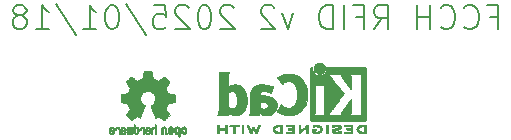
<source format=gbr>
%TF.GenerationSoftware,KiCad,Pcbnew,7.0.11+dfsg-1build4*%
%TF.CreationDate,2025-02-10T19:25:52-07:00*%
%TF.ProjectId,rfid-v2,72666964-2d76-4322-9e6b-696361645f70,rev?*%
%TF.SameCoordinates,Original*%
%TF.FileFunction,Legend,Bot*%
%TF.FilePolarity,Positive*%
%FSLAX46Y46*%
G04 Gerber Fmt 4.6, Leading zero omitted, Abs format (unit mm)*
G04 Created by KiCad (PCBNEW 7.0.11+dfsg-1build4) date 2025-02-10 19:25:52*
%MOMM*%
%LPD*%
G01*
G04 APERTURE LIST*
%ADD10C,0.150000*%
%ADD11C,0.010000*%
G04 APERTURE END LIST*
D10*
X176812458Y-59913819D02*
X177479125Y-59913819D01*
X177479125Y-60961438D02*
X177479125Y-58961438D01*
X177479125Y-58961438D02*
X176526744Y-58961438D01*
X174621982Y-60770961D02*
X174717220Y-60866200D01*
X174717220Y-60866200D02*
X175002934Y-60961438D01*
X175002934Y-60961438D02*
X175193410Y-60961438D01*
X175193410Y-60961438D02*
X175479125Y-60866200D01*
X175479125Y-60866200D02*
X175669601Y-60675723D01*
X175669601Y-60675723D02*
X175764839Y-60485247D01*
X175764839Y-60485247D02*
X175860077Y-60104295D01*
X175860077Y-60104295D02*
X175860077Y-59818580D01*
X175860077Y-59818580D02*
X175764839Y-59437628D01*
X175764839Y-59437628D02*
X175669601Y-59247152D01*
X175669601Y-59247152D02*
X175479125Y-59056676D01*
X175479125Y-59056676D02*
X175193410Y-58961438D01*
X175193410Y-58961438D02*
X175002934Y-58961438D01*
X175002934Y-58961438D02*
X174717220Y-59056676D01*
X174717220Y-59056676D02*
X174621982Y-59151914D01*
X172621982Y-60770961D02*
X172717220Y-60866200D01*
X172717220Y-60866200D02*
X173002934Y-60961438D01*
X173002934Y-60961438D02*
X173193410Y-60961438D01*
X173193410Y-60961438D02*
X173479125Y-60866200D01*
X173479125Y-60866200D02*
X173669601Y-60675723D01*
X173669601Y-60675723D02*
X173764839Y-60485247D01*
X173764839Y-60485247D02*
X173860077Y-60104295D01*
X173860077Y-60104295D02*
X173860077Y-59818580D01*
X173860077Y-59818580D02*
X173764839Y-59437628D01*
X173764839Y-59437628D02*
X173669601Y-59247152D01*
X173669601Y-59247152D02*
X173479125Y-59056676D01*
X173479125Y-59056676D02*
X173193410Y-58961438D01*
X173193410Y-58961438D02*
X173002934Y-58961438D01*
X173002934Y-58961438D02*
X172717220Y-59056676D01*
X172717220Y-59056676D02*
X172621982Y-59151914D01*
X171764839Y-60961438D02*
X171764839Y-58961438D01*
X171764839Y-59913819D02*
X170621982Y-59913819D01*
X170621982Y-60961438D02*
X170621982Y-58961438D01*
X167002934Y-60961438D02*
X167669601Y-60009057D01*
X168145791Y-60961438D02*
X168145791Y-58961438D01*
X168145791Y-58961438D02*
X167383886Y-58961438D01*
X167383886Y-58961438D02*
X167193410Y-59056676D01*
X167193410Y-59056676D02*
X167098172Y-59151914D01*
X167098172Y-59151914D02*
X167002934Y-59342390D01*
X167002934Y-59342390D02*
X167002934Y-59628104D01*
X167002934Y-59628104D02*
X167098172Y-59818580D01*
X167098172Y-59818580D02*
X167193410Y-59913819D01*
X167193410Y-59913819D02*
X167383886Y-60009057D01*
X167383886Y-60009057D02*
X168145791Y-60009057D01*
X165479124Y-59913819D02*
X166145791Y-59913819D01*
X166145791Y-60961438D02*
X166145791Y-58961438D01*
X166145791Y-58961438D02*
X165193410Y-58961438D01*
X164431505Y-60961438D02*
X164431505Y-58961438D01*
X163479124Y-60961438D02*
X163479124Y-58961438D01*
X163479124Y-58961438D02*
X163002934Y-58961438D01*
X163002934Y-58961438D02*
X162717219Y-59056676D01*
X162717219Y-59056676D02*
X162526743Y-59247152D01*
X162526743Y-59247152D02*
X162431505Y-59437628D01*
X162431505Y-59437628D02*
X162336267Y-59818580D01*
X162336267Y-59818580D02*
X162336267Y-60104295D01*
X162336267Y-60104295D02*
X162431505Y-60485247D01*
X162431505Y-60485247D02*
X162526743Y-60675723D01*
X162526743Y-60675723D02*
X162717219Y-60866200D01*
X162717219Y-60866200D02*
X163002934Y-60961438D01*
X163002934Y-60961438D02*
X163479124Y-60961438D01*
X160145790Y-59628104D02*
X159669600Y-60961438D01*
X159669600Y-60961438D02*
X159193409Y-59628104D01*
X158526742Y-59151914D02*
X158431504Y-59056676D01*
X158431504Y-59056676D02*
X158241028Y-58961438D01*
X158241028Y-58961438D02*
X157764837Y-58961438D01*
X157764837Y-58961438D02*
X157574361Y-59056676D01*
X157574361Y-59056676D02*
X157479123Y-59151914D01*
X157479123Y-59151914D02*
X157383885Y-59342390D01*
X157383885Y-59342390D02*
X157383885Y-59532866D01*
X157383885Y-59532866D02*
X157479123Y-59818580D01*
X157479123Y-59818580D02*
X158621980Y-60961438D01*
X158621980Y-60961438D02*
X157383885Y-60961438D01*
X155098170Y-59151914D02*
X155002932Y-59056676D01*
X155002932Y-59056676D02*
X154812456Y-58961438D01*
X154812456Y-58961438D02*
X154336265Y-58961438D01*
X154336265Y-58961438D02*
X154145789Y-59056676D01*
X154145789Y-59056676D02*
X154050551Y-59151914D01*
X154050551Y-59151914D02*
X153955313Y-59342390D01*
X153955313Y-59342390D02*
X153955313Y-59532866D01*
X153955313Y-59532866D02*
X154050551Y-59818580D01*
X154050551Y-59818580D02*
X155193408Y-60961438D01*
X155193408Y-60961438D02*
X153955313Y-60961438D01*
X152717218Y-58961438D02*
X152526741Y-58961438D01*
X152526741Y-58961438D02*
X152336265Y-59056676D01*
X152336265Y-59056676D02*
X152241027Y-59151914D01*
X152241027Y-59151914D02*
X152145789Y-59342390D01*
X152145789Y-59342390D02*
X152050551Y-59723342D01*
X152050551Y-59723342D02*
X152050551Y-60199533D01*
X152050551Y-60199533D02*
X152145789Y-60580485D01*
X152145789Y-60580485D02*
X152241027Y-60770961D01*
X152241027Y-60770961D02*
X152336265Y-60866200D01*
X152336265Y-60866200D02*
X152526741Y-60961438D01*
X152526741Y-60961438D02*
X152717218Y-60961438D01*
X152717218Y-60961438D02*
X152907694Y-60866200D01*
X152907694Y-60866200D02*
X153002932Y-60770961D01*
X153002932Y-60770961D02*
X153098170Y-60580485D01*
X153098170Y-60580485D02*
X153193408Y-60199533D01*
X153193408Y-60199533D02*
X153193408Y-59723342D01*
X153193408Y-59723342D02*
X153098170Y-59342390D01*
X153098170Y-59342390D02*
X153002932Y-59151914D01*
X153002932Y-59151914D02*
X152907694Y-59056676D01*
X152907694Y-59056676D02*
X152717218Y-58961438D01*
X151288646Y-59151914D02*
X151193408Y-59056676D01*
X151193408Y-59056676D02*
X151002932Y-58961438D01*
X151002932Y-58961438D02*
X150526741Y-58961438D01*
X150526741Y-58961438D02*
X150336265Y-59056676D01*
X150336265Y-59056676D02*
X150241027Y-59151914D01*
X150241027Y-59151914D02*
X150145789Y-59342390D01*
X150145789Y-59342390D02*
X150145789Y-59532866D01*
X150145789Y-59532866D02*
X150241027Y-59818580D01*
X150241027Y-59818580D02*
X151383884Y-60961438D01*
X151383884Y-60961438D02*
X150145789Y-60961438D01*
X148336265Y-58961438D02*
X149288646Y-58961438D01*
X149288646Y-58961438D02*
X149383884Y-59913819D01*
X149383884Y-59913819D02*
X149288646Y-59818580D01*
X149288646Y-59818580D02*
X149098170Y-59723342D01*
X149098170Y-59723342D02*
X148621979Y-59723342D01*
X148621979Y-59723342D02*
X148431503Y-59818580D01*
X148431503Y-59818580D02*
X148336265Y-59913819D01*
X148336265Y-59913819D02*
X148241027Y-60104295D01*
X148241027Y-60104295D02*
X148241027Y-60580485D01*
X148241027Y-60580485D02*
X148336265Y-60770961D01*
X148336265Y-60770961D02*
X148431503Y-60866200D01*
X148431503Y-60866200D02*
X148621979Y-60961438D01*
X148621979Y-60961438D02*
X149098170Y-60961438D01*
X149098170Y-60961438D02*
X149288646Y-60866200D01*
X149288646Y-60866200D02*
X149383884Y-60770961D01*
X145955313Y-58866200D02*
X147669598Y-61437628D01*
X144907694Y-58961438D02*
X144717217Y-58961438D01*
X144717217Y-58961438D02*
X144526741Y-59056676D01*
X144526741Y-59056676D02*
X144431503Y-59151914D01*
X144431503Y-59151914D02*
X144336265Y-59342390D01*
X144336265Y-59342390D02*
X144241027Y-59723342D01*
X144241027Y-59723342D02*
X144241027Y-60199533D01*
X144241027Y-60199533D02*
X144336265Y-60580485D01*
X144336265Y-60580485D02*
X144431503Y-60770961D01*
X144431503Y-60770961D02*
X144526741Y-60866200D01*
X144526741Y-60866200D02*
X144717217Y-60961438D01*
X144717217Y-60961438D02*
X144907694Y-60961438D01*
X144907694Y-60961438D02*
X145098170Y-60866200D01*
X145098170Y-60866200D02*
X145193408Y-60770961D01*
X145193408Y-60770961D02*
X145288646Y-60580485D01*
X145288646Y-60580485D02*
X145383884Y-60199533D01*
X145383884Y-60199533D02*
X145383884Y-59723342D01*
X145383884Y-59723342D02*
X145288646Y-59342390D01*
X145288646Y-59342390D02*
X145193408Y-59151914D01*
X145193408Y-59151914D02*
X145098170Y-59056676D01*
X145098170Y-59056676D02*
X144907694Y-58961438D01*
X142336265Y-60961438D02*
X143479122Y-60961438D01*
X142907694Y-60961438D02*
X142907694Y-58961438D01*
X142907694Y-58961438D02*
X143098170Y-59247152D01*
X143098170Y-59247152D02*
X143288646Y-59437628D01*
X143288646Y-59437628D02*
X143479122Y-59532866D01*
X140050551Y-58866200D02*
X141764836Y-61437628D01*
X138336265Y-60961438D02*
X139479122Y-60961438D01*
X138907694Y-60961438D02*
X138907694Y-58961438D01*
X138907694Y-58961438D02*
X139098170Y-59247152D01*
X139098170Y-59247152D02*
X139288646Y-59437628D01*
X139288646Y-59437628D02*
X139479122Y-59532866D01*
X137193408Y-59818580D02*
X137383884Y-59723342D01*
X137383884Y-59723342D02*
X137479122Y-59628104D01*
X137479122Y-59628104D02*
X137574360Y-59437628D01*
X137574360Y-59437628D02*
X137574360Y-59342390D01*
X137574360Y-59342390D02*
X137479122Y-59151914D01*
X137479122Y-59151914D02*
X137383884Y-59056676D01*
X137383884Y-59056676D02*
X137193408Y-58961438D01*
X137193408Y-58961438D02*
X136812455Y-58961438D01*
X136812455Y-58961438D02*
X136621979Y-59056676D01*
X136621979Y-59056676D02*
X136526741Y-59151914D01*
X136526741Y-59151914D02*
X136431503Y-59342390D01*
X136431503Y-59342390D02*
X136431503Y-59437628D01*
X136431503Y-59437628D02*
X136526741Y-59628104D01*
X136526741Y-59628104D02*
X136621979Y-59723342D01*
X136621979Y-59723342D02*
X136812455Y-59818580D01*
X136812455Y-59818580D02*
X137193408Y-59818580D01*
X137193408Y-59818580D02*
X137383884Y-59913819D01*
X137383884Y-59913819D02*
X137479122Y-60009057D01*
X137479122Y-60009057D02*
X137574360Y-60199533D01*
X137574360Y-60199533D02*
X137574360Y-60580485D01*
X137574360Y-60580485D02*
X137479122Y-60770961D01*
X137479122Y-60770961D02*
X137383884Y-60866200D01*
X137383884Y-60866200D02*
X137193408Y-60961438D01*
X137193408Y-60961438D02*
X136812455Y-60961438D01*
X136812455Y-60961438D02*
X136621979Y-60866200D01*
X136621979Y-60866200D02*
X136526741Y-60770961D01*
X136526741Y-60770961D02*
X136431503Y-60580485D01*
X136431503Y-60580485D02*
X136431503Y-60199533D01*
X136431503Y-60199533D02*
X136526741Y-60009057D01*
X136526741Y-60009057D02*
X136621979Y-59913819D01*
X136621979Y-59913819D02*
X136812455Y-59818580D01*
%TO.C,REF\u002A\u002A*%
D11*
X145310829Y-69261097D02*
X145370753Y-69283355D01*
X145395673Y-69300080D01*
X145420910Y-69324043D01*
X145438912Y-69354526D01*
X145450858Y-69396023D01*
X145457930Y-69453032D01*
X145461308Y-69530047D01*
X145462171Y-69631565D01*
X145462002Y-69684027D01*
X145461153Y-69755715D01*
X145459711Y-69812925D01*
X145457814Y-69850809D01*
X145455597Y-69864514D01*
X145441172Y-69859981D01*
X145412054Y-69847670D01*
X145411181Y-69847272D01*
X145396060Y-69839356D01*
X145385891Y-69828495D01*
X145379691Y-69809471D01*
X145376478Y-69777069D01*
X145375270Y-69726071D01*
X145375086Y-69651261D01*
X145374714Y-69603804D01*
X145370750Y-69514615D01*
X145361673Y-69449287D01*
X145346524Y-69404393D01*
X145324345Y-69376507D01*
X145294175Y-69362203D01*
X145289990Y-69361206D01*
X145233480Y-69360427D01*
X145189410Y-69385744D01*
X145158972Y-69436502D01*
X145153544Y-69451175D01*
X145141171Y-69483649D01*
X145134905Y-69498572D01*
X145122036Y-69496516D01*
X145093933Y-69485357D01*
X145067721Y-69466927D01*
X145055771Y-69432098D01*
X145059336Y-69407151D01*
X145081235Y-69356547D01*
X145116644Y-69309128D01*
X145158052Y-69276334D01*
X145175400Y-69268752D01*
X145241089Y-69256076D01*
X145310829Y-69261097D01*
G36*
X145310829Y-69261097D02*
G01*
X145370753Y-69283355D01*
X145395673Y-69300080D01*
X145420910Y-69324043D01*
X145438912Y-69354526D01*
X145450858Y-69396023D01*
X145457930Y-69453032D01*
X145461308Y-69530047D01*
X145462171Y-69631565D01*
X145462002Y-69684027D01*
X145461153Y-69755715D01*
X145459711Y-69812925D01*
X145457814Y-69850809D01*
X145455597Y-69864514D01*
X145441172Y-69859981D01*
X145412054Y-69847670D01*
X145411181Y-69847272D01*
X145396060Y-69839356D01*
X145385891Y-69828495D01*
X145379691Y-69809471D01*
X145376478Y-69777069D01*
X145375270Y-69726071D01*
X145375086Y-69651261D01*
X145374714Y-69603804D01*
X145370750Y-69514615D01*
X145361673Y-69449287D01*
X145346524Y-69404393D01*
X145324345Y-69376507D01*
X145294175Y-69362203D01*
X145289990Y-69361206D01*
X145233480Y-69360427D01*
X145189410Y-69385744D01*
X145158972Y-69436502D01*
X145153544Y-69451175D01*
X145141171Y-69483649D01*
X145134905Y-69498572D01*
X145122036Y-69496516D01*
X145093933Y-69485357D01*
X145067721Y-69466927D01*
X145055771Y-69432098D01*
X145059336Y-69407151D01*
X145081235Y-69356547D01*
X145116644Y-69309128D01*
X145158052Y-69276334D01*
X145175400Y-69268752D01*
X145241089Y-69256076D01*
X145310829Y-69261097D01*
G37*
X149259020Y-69227822D02*
X149326810Y-69259680D01*
X149382366Y-69314770D01*
X149393881Y-69332016D01*
X149403432Y-69351562D01*
X149410206Y-69376198D01*
X149414819Y-69410711D01*
X149417888Y-69459889D01*
X149420029Y-69528519D01*
X149421859Y-69621389D01*
X149426404Y-69879007D01*
X149388225Y-69864491D01*
X149353268Y-69851156D01*
X149327097Y-69838323D01*
X149310013Y-69821780D01*
X149300086Y-69796465D01*
X149295386Y-69757316D01*
X149293982Y-69699268D01*
X149293943Y-69617261D01*
X149293744Y-69551895D01*
X149292559Y-69489173D01*
X149289729Y-69446334D01*
X149284609Y-69418220D01*
X149276553Y-69399675D01*
X149264914Y-69385543D01*
X149236303Y-69365600D01*
X149188239Y-69358083D01*
X149140688Y-69377079D01*
X149137550Y-69379511D01*
X149127769Y-69390748D01*
X149120553Y-69408770D01*
X149115299Y-69438026D01*
X149111402Y-69482962D01*
X149108256Y-69548028D01*
X149105257Y-69637670D01*
X149098000Y-69877697D01*
X149036314Y-69850044D01*
X148974629Y-69822391D01*
X148974629Y-69603246D01*
X148974884Y-69543711D01*
X148977086Y-69460892D01*
X148982661Y-69399227D01*
X148992941Y-69353748D01*
X149009258Y-69319484D01*
X149032943Y-69291466D01*
X149065328Y-69264723D01*
X149111907Y-69237780D01*
X149185287Y-69220191D01*
X149259020Y-69227822D01*
G36*
X149259020Y-69227822D02*
G01*
X149326810Y-69259680D01*
X149382366Y-69314770D01*
X149393881Y-69332016D01*
X149403432Y-69351562D01*
X149410206Y-69376198D01*
X149414819Y-69410711D01*
X149417888Y-69459889D01*
X149420029Y-69528519D01*
X149421859Y-69621389D01*
X149426404Y-69879007D01*
X149388225Y-69864491D01*
X149353268Y-69851156D01*
X149327097Y-69838323D01*
X149310013Y-69821780D01*
X149300086Y-69796465D01*
X149295386Y-69757316D01*
X149293982Y-69699268D01*
X149293943Y-69617261D01*
X149293744Y-69551895D01*
X149292559Y-69489173D01*
X149289729Y-69446334D01*
X149284609Y-69418220D01*
X149276553Y-69399675D01*
X149264914Y-69385543D01*
X149236303Y-69365600D01*
X149188239Y-69358083D01*
X149140688Y-69377079D01*
X149137550Y-69379511D01*
X149127769Y-69390748D01*
X149120553Y-69408770D01*
X149115299Y-69438026D01*
X149111402Y-69482962D01*
X149108256Y-69548028D01*
X149105257Y-69637670D01*
X149098000Y-69877697D01*
X149036314Y-69850044D01*
X148974629Y-69822391D01*
X148974629Y-69603246D01*
X148974884Y-69543711D01*
X148977086Y-69460892D01*
X148982661Y-69399227D01*
X148992941Y-69353748D01*
X149009258Y-69319484D01*
X149032943Y-69291466D01*
X149065328Y-69264723D01*
X149111907Y-69237780D01*
X149185287Y-69220191D01*
X149259020Y-69227822D01*
G37*
X147435691Y-69276467D02*
X147440273Y-69279003D01*
X147477704Y-69308057D01*
X147511170Y-69345410D01*
X147517007Y-69353852D01*
X147528165Y-69373553D01*
X147536136Y-69396935D01*
X147541618Y-69429067D01*
X147545307Y-69475019D01*
X147547899Y-69539859D01*
X147550092Y-69628657D01*
X147550402Y-69643669D01*
X147551400Y-69740999D01*
X147549994Y-69809934D01*
X147546164Y-69850948D01*
X147539889Y-69864514D01*
X147520898Y-69860452D01*
X147488638Y-69848144D01*
X147481041Y-69844545D01*
X147469176Y-69836398D01*
X147460994Y-69823004D01*
X147455643Y-69799608D01*
X147452269Y-69761455D01*
X147450019Y-69703790D01*
X147448040Y-69621857D01*
X147447498Y-69597907D01*
X147445403Y-69522266D01*
X147442683Y-69469328D01*
X147438515Y-69434075D01*
X147432079Y-69411487D01*
X147422550Y-69396544D01*
X147409106Y-69384227D01*
X147369305Y-69362634D01*
X147320341Y-69358476D01*
X147276529Y-69374999D01*
X147245008Y-69409210D01*
X147232914Y-69458114D01*
X147232578Y-69471407D01*
X147225972Y-69495472D01*
X147206470Y-69499144D01*
X147168283Y-69484813D01*
X147159438Y-69480217D01*
X147135534Y-69453186D01*
X147135061Y-69412994D01*
X147157836Y-69357409D01*
X147178727Y-69327117D01*
X147232142Y-69284084D01*
X147298074Y-69259755D01*
X147368574Y-69256443D01*
X147435691Y-69276467D01*
G36*
X147435691Y-69276467D02*
G01*
X147440273Y-69279003D01*
X147477704Y-69308057D01*
X147511170Y-69345410D01*
X147517007Y-69353852D01*
X147528165Y-69373553D01*
X147536136Y-69396935D01*
X147541618Y-69429067D01*
X147545307Y-69475019D01*
X147547899Y-69539859D01*
X147550092Y-69628657D01*
X147550402Y-69643669D01*
X147551400Y-69740999D01*
X147549994Y-69809934D01*
X147546164Y-69850948D01*
X147539889Y-69864514D01*
X147520898Y-69860452D01*
X147488638Y-69848144D01*
X147481041Y-69844545D01*
X147469176Y-69836398D01*
X147460994Y-69823004D01*
X147455643Y-69799608D01*
X147452269Y-69761455D01*
X147450019Y-69703790D01*
X147448040Y-69621857D01*
X147447498Y-69597907D01*
X147445403Y-69522266D01*
X147442683Y-69469328D01*
X147438515Y-69434075D01*
X147432079Y-69411487D01*
X147422550Y-69396544D01*
X147409106Y-69384227D01*
X147369305Y-69362634D01*
X147320341Y-69358476D01*
X147276529Y-69374999D01*
X147245008Y-69409210D01*
X147232914Y-69458114D01*
X147232578Y-69471407D01*
X147225972Y-69495472D01*
X147206470Y-69499144D01*
X147168283Y-69484813D01*
X147159438Y-69480217D01*
X147135534Y-69453186D01*
X147135061Y-69412994D01*
X147157836Y-69357409D01*
X147178727Y-69327117D01*
X147232142Y-69284084D01*
X147298074Y-69259755D01*
X147368574Y-69256443D01*
X147435691Y-69276467D01*
G37*
X148506543Y-69059444D02*
X148553714Y-69079342D01*
X148553714Y-69476509D01*
X148553519Y-69579498D01*
X148552998Y-69672141D01*
X148552199Y-69750700D01*
X148551172Y-69811439D01*
X148549963Y-69850623D01*
X148548623Y-69864514D01*
X148548099Y-69864468D01*
X148530287Y-69859420D01*
X148497823Y-69848580D01*
X148452114Y-69832646D01*
X148452114Y-69628173D01*
X148451824Y-69547832D01*
X148450474Y-69489562D01*
X148447369Y-69449909D01*
X148441812Y-69423618D01*
X148433107Y-69405436D01*
X148420556Y-69390107D01*
X148411999Y-69381955D01*
X148365728Y-69359375D01*
X148314728Y-69361375D01*
X148267993Y-69388073D01*
X148261189Y-69394698D01*
X148250293Y-69408456D01*
X148242836Y-69426642D01*
X148238169Y-69454177D01*
X148235642Y-69495981D01*
X148234602Y-69556973D01*
X148234400Y-69642073D01*
X148234303Y-69685234D01*
X148233674Y-69756224D01*
X148232556Y-69813076D01*
X148231063Y-69850828D01*
X148229309Y-69864514D01*
X148228785Y-69864468D01*
X148210973Y-69859420D01*
X148178509Y-69848580D01*
X148132800Y-69832646D01*
X148132823Y-69627237D01*
X148132857Y-69608951D01*
X148134778Y-69513626D01*
X148140678Y-69441543D01*
X148152001Y-69387813D01*
X148170187Y-69347549D01*
X148196679Y-69315861D01*
X148232918Y-69287861D01*
X148268263Y-69270333D01*
X148324773Y-69256785D01*
X148380356Y-69256015D01*
X148423086Y-69269195D01*
X148426298Y-69271015D01*
X148436205Y-69270820D01*
X148442975Y-69255572D01*
X148447861Y-69220613D01*
X148452114Y-69161289D01*
X148459371Y-69039547D01*
X148506543Y-69059444D01*
G36*
X148506543Y-69059444D02*
G01*
X148553714Y-69079342D01*
X148553714Y-69476509D01*
X148553519Y-69579498D01*
X148552998Y-69672141D01*
X148552199Y-69750700D01*
X148551172Y-69811439D01*
X148549963Y-69850623D01*
X148548623Y-69864514D01*
X148548099Y-69864468D01*
X148530287Y-69859420D01*
X148497823Y-69848580D01*
X148452114Y-69832646D01*
X148452114Y-69628173D01*
X148451824Y-69547832D01*
X148450474Y-69489562D01*
X148447369Y-69449909D01*
X148441812Y-69423618D01*
X148433107Y-69405436D01*
X148420556Y-69390107D01*
X148411999Y-69381955D01*
X148365728Y-69359375D01*
X148314728Y-69361375D01*
X148267993Y-69388073D01*
X148261189Y-69394698D01*
X148250293Y-69408456D01*
X148242836Y-69426642D01*
X148238169Y-69454177D01*
X148235642Y-69495981D01*
X148234602Y-69556973D01*
X148234400Y-69642073D01*
X148234303Y-69685234D01*
X148233674Y-69756224D01*
X148232556Y-69813076D01*
X148231063Y-69850828D01*
X148229309Y-69864514D01*
X148228785Y-69864468D01*
X148210973Y-69859420D01*
X148178509Y-69848580D01*
X148132800Y-69832646D01*
X148132823Y-69627237D01*
X148132857Y-69608951D01*
X148134778Y-69513626D01*
X148140678Y-69441543D01*
X148152001Y-69387813D01*
X148170187Y-69347549D01*
X148196679Y-69315861D01*
X148232918Y-69287861D01*
X148268263Y-69270333D01*
X148324773Y-69256785D01*
X148380356Y-69256015D01*
X148423086Y-69269195D01*
X148426298Y-69271015D01*
X148436205Y-69270820D01*
X148442975Y-69255572D01*
X148447861Y-69220613D01*
X148452114Y-69161289D01*
X148459371Y-69039547D01*
X148506543Y-69059444D01*
G37*
X146481941Y-69259282D02*
X146513774Y-69271758D01*
X146550743Y-69288602D01*
X146550743Y-69775196D01*
X146504812Y-69821127D01*
X146494320Y-69831427D01*
X146465255Y-69854320D01*
X146435943Y-69861735D01*
X146392326Y-69858321D01*
X146374568Y-69856114D01*
X146328767Y-69851445D01*
X146296743Y-69849585D01*
X146287244Y-69849869D01*
X146248274Y-69852948D01*
X146201160Y-69858321D01*
X146186085Y-69860168D01*
X146148110Y-69860893D01*
X146120325Y-69849429D01*
X146088674Y-69821127D01*
X146042743Y-69775196D01*
X146042743Y-69515055D01*
X146043101Y-69438180D01*
X146044216Y-69364886D01*
X146045952Y-69306850D01*
X146048167Y-69268663D01*
X146050721Y-69254914D01*
X146051256Y-69254951D01*
X146069808Y-69261793D01*
X146101153Y-69276868D01*
X146143608Y-69298822D01*
X146147604Y-69527240D01*
X146151600Y-69755657D01*
X146238686Y-69755657D01*
X146242657Y-69505286D01*
X146243916Y-69437227D01*
X146245718Y-69364482D01*
X146247671Y-69306730D01*
X146249612Y-69268648D01*
X146251377Y-69254914D01*
X146251885Y-69254962D01*
X146269482Y-69260015D01*
X146301834Y-69270849D01*
X146347543Y-69286783D01*
X146347765Y-69506706D01*
X146347988Y-69544909D01*
X146349531Y-69619146D01*
X146352292Y-69681145D01*
X146355977Y-69725308D01*
X146360292Y-69746041D01*
X146375732Y-69757131D01*
X146407241Y-69760556D01*
X146441886Y-69755657D01*
X146445857Y-69505286D01*
X146447278Y-69441663D01*
X146450225Y-69366356D01*
X146454079Y-69307286D01*
X146458542Y-69268718D01*
X146463317Y-69254914D01*
X146481941Y-69259282D01*
G36*
X146481941Y-69259282D02*
G01*
X146513774Y-69271758D01*
X146550743Y-69288602D01*
X146550743Y-69775196D01*
X146504812Y-69821127D01*
X146494320Y-69831427D01*
X146465255Y-69854320D01*
X146435943Y-69861735D01*
X146392326Y-69858321D01*
X146374568Y-69856114D01*
X146328767Y-69851445D01*
X146296743Y-69849585D01*
X146287244Y-69849869D01*
X146248274Y-69852948D01*
X146201160Y-69858321D01*
X146186085Y-69860168D01*
X146148110Y-69860893D01*
X146120325Y-69849429D01*
X146088674Y-69821127D01*
X146042743Y-69775196D01*
X146042743Y-69515055D01*
X146043101Y-69438180D01*
X146044216Y-69364886D01*
X146045952Y-69306850D01*
X146048167Y-69268663D01*
X146050721Y-69254914D01*
X146051256Y-69254951D01*
X146069808Y-69261793D01*
X146101153Y-69276868D01*
X146143608Y-69298822D01*
X146147604Y-69527240D01*
X146151600Y-69755657D01*
X146238686Y-69755657D01*
X146242657Y-69505286D01*
X146243916Y-69437227D01*
X146245718Y-69364482D01*
X146247671Y-69306730D01*
X146249612Y-69268648D01*
X146251377Y-69254914D01*
X146251885Y-69254962D01*
X146269482Y-69260015D01*
X146301834Y-69270849D01*
X146347543Y-69286783D01*
X146347765Y-69506706D01*
X146347988Y-69544909D01*
X146349531Y-69619146D01*
X146352292Y-69681145D01*
X146355977Y-69725308D01*
X146360292Y-69746041D01*
X146375732Y-69757131D01*
X146407241Y-69760556D01*
X146441886Y-69755657D01*
X146445857Y-69505286D01*
X146447278Y-69441663D01*
X146450225Y-69366356D01*
X146454079Y-69307286D01*
X146458542Y-69268718D01*
X146463317Y-69254914D01*
X146481941Y-69259282D01*
G37*
X151093714Y-69545200D02*
X151093701Y-69560935D01*
X151092914Y-69631119D01*
X151090210Y-69680022D01*
X151084606Y-69714178D01*
X151075119Y-69740124D01*
X151060768Y-69764397D01*
X151057237Y-69769433D01*
X151019878Y-69809143D01*
X150977311Y-69839092D01*
X150955452Y-69848810D01*
X150876908Y-69865020D01*
X150799231Y-69854535D01*
X150727645Y-69818707D01*
X150667374Y-69758887D01*
X150662286Y-69750873D01*
X150645730Y-69704342D01*
X150634573Y-69639552D01*
X150629160Y-69564727D01*
X150629768Y-69495513D01*
X150776248Y-69495513D01*
X150777402Y-69591399D01*
X150777866Y-69597569D01*
X150784629Y-69650478D01*
X150796671Y-69684029D01*
X150817005Y-69707016D01*
X150851097Y-69728548D01*
X150884814Y-69729680D01*
X150919543Y-69704857D01*
X150925584Y-69698325D01*
X150937417Y-69678779D01*
X150944404Y-69650386D01*
X150947727Y-69606430D01*
X150948571Y-69540192D01*
X150947125Y-69478150D01*
X150939907Y-69419042D01*
X150925006Y-69381686D01*
X150900636Y-69362152D01*
X150865008Y-69356514D01*
X150851440Y-69357635D01*
X150813430Y-69378194D01*
X150788312Y-69424299D01*
X150776248Y-69495513D01*
X150629768Y-69495513D01*
X150629833Y-69488096D01*
X150636937Y-69417882D01*
X150650815Y-69362312D01*
X150668649Y-69325301D01*
X150718855Y-69267733D01*
X150786885Y-69231962D01*
X150870158Y-69219665D01*
X150892398Y-69220331D01*
X150957891Y-69233947D01*
X151011687Y-69268249D01*
X151061057Y-69327338D01*
X151063995Y-69331722D01*
X151077287Y-69355299D01*
X151085932Y-69381949D01*
X151090904Y-69418159D01*
X151093174Y-69470413D01*
X151093678Y-69540192D01*
X151093714Y-69545200D01*
G36*
X151093714Y-69545200D02*
G01*
X151093701Y-69560935D01*
X151092914Y-69631119D01*
X151090210Y-69680022D01*
X151084606Y-69714178D01*
X151075119Y-69740124D01*
X151060768Y-69764397D01*
X151057237Y-69769433D01*
X151019878Y-69809143D01*
X150977311Y-69839092D01*
X150955452Y-69848810D01*
X150876908Y-69865020D01*
X150799231Y-69854535D01*
X150727645Y-69818707D01*
X150667374Y-69758887D01*
X150662286Y-69750873D01*
X150645730Y-69704342D01*
X150634573Y-69639552D01*
X150629160Y-69564727D01*
X150629768Y-69495513D01*
X150776248Y-69495513D01*
X150777402Y-69591399D01*
X150777866Y-69597569D01*
X150784629Y-69650478D01*
X150796671Y-69684029D01*
X150817005Y-69707016D01*
X150851097Y-69728548D01*
X150884814Y-69729680D01*
X150919543Y-69704857D01*
X150925584Y-69698325D01*
X150937417Y-69678779D01*
X150944404Y-69650386D01*
X150947727Y-69606430D01*
X150948571Y-69540192D01*
X150947125Y-69478150D01*
X150939907Y-69419042D01*
X150925006Y-69381686D01*
X150900636Y-69362152D01*
X150865008Y-69356514D01*
X150851440Y-69357635D01*
X150813430Y-69378194D01*
X150788312Y-69424299D01*
X150776248Y-69495513D01*
X150629768Y-69495513D01*
X150629833Y-69488096D01*
X150636937Y-69417882D01*
X150650815Y-69362312D01*
X150668649Y-69325301D01*
X150718855Y-69267733D01*
X150786885Y-69231962D01*
X150870158Y-69219665D01*
X150892398Y-69220331D01*
X150957891Y-69233947D01*
X151011687Y-69268249D01*
X151061057Y-69327338D01*
X151063995Y-69331722D01*
X151077287Y-69355299D01*
X151085932Y-69381949D01*
X151090904Y-69418159D01*
X151093174Y-69470413D01*
X151093678Y-69540192D01*
X151093714Y-69545200D01*
G37*
X144968590Y-69562622D02*
X144968307Y-69601305D01*
X144964762Y-69677521D01*
X144955483Y-69733294D01*
X144938375Y-69774613D01*
X144911344Y-69807467D01*
X144872292Y-69837846D01*
X144847445Y-69851660D01*
X144807615Y-69860965D01*
X144751665Y-69860230D01*
X144720385Y-69857283D01*
X144682653Y-69848283D01*
X144652494Y-69828720D01*
X144617408Y-69792267D01*
X144612720Y-69786943D01*
X144581177Y-69745969D01*
X144566128Y-69710283D01*
X144562286Y-69667966D01*
X144562286Y-69605779D01*
X144605742Y-69622182D01*
X144637424Y-69641356D01*
X144664962Y-69686347D01*
X144670711Y-69700752D01*
X144702855Y-69741546D01*
X144746611Y-69762081D01*
X144794254Y-69760235D01*
X144838057Y-69733886D01*
X144853111Y-69717455D01*
X144866763Y-69692667D01*
X144862493Y-69670144D01*
X144837916Y-69646964D01*
X144790651Y-69620202D01*
X144718314Y-69586934D01*
X144569543Y-69521816D01*
X144565595Y-69457308D01*
X144567079Y-69416220D01*
X144664010Y-69416220D01*
X144671368Y-69441657D01*
X144704848Y-69468814D01*
X144765614Y-69499714D01*
X144775669Y-69504190D01*
X144823751Y-69525017D01*
X144859726Y-69539665D01*
X144876444Y-69545200D01*
X144878977Y-69541126D01*
X144879993Y-69516247D01*
X144876369Y-69476257D01*
X144867242Y-69437152D01*
X144838773Y-69387884D01*
X144797678Y-69360122D01*
X144748590Y-69356364D01*
X144696144Y-69379109D01*
X144681609Y-69390481D01*
X144664010Y-69416220D01*
X144567079Y-69416220D01*
X144567338Y-69409064D01*
X144589281Y-69348096D01*
X144616979Y-69314497D01*
X144674405Y-69276966D01*
X144742527Y-69258006D01*
X144812947Y-69259507D01*
X144877267Y-69283355D01*
X144891426Y-69292513D01*
X144923904Y-69320849D01*
X144946116Y-69356695D01*
X144959804Y-69405384D01*
X144966715Y-69472249D01*
X144967628Y-69516247D01*
X144968590Y-69562622D01*
G36*
X144968590Y-69562622D02*
G01*
X144968307Y-69601305D01*
X144964762Y-69677521D01*
X144955483Y-69733294D01*
X144938375Y-69774613D01*
X144911344Y-69807467D01*
X144872292Y-69837846D01*
X144847445Y-69851660D01*
X144807615Y-69860965D01*
X144751665Y-69860230D01*
X144720385Y-69857283D01*
X144682653Y-69848283D01*
X144652494Y-69828720D01*
X144617408Y-69792267D01*
X144612720Y-69786943D01*
X144581177Y-69745969D01*
X144566128Y-69710283D01*
X144562286Y-69667966D01*
X144562286Y-69605779D01*
X144605742Y-69622182D01*
X144637424Y-69641356D01*
X144664962Y-69686347D01*
X144670711Y-69700752D01*
X144702855Y-69741546D01*
X144746611Y-69762081D01*
X144794254Y-69760235D01*
X144838057Y-69733886D01*
X144853111Y-69717455D01*
X144866763Y-69692667D01*
X144862493Y-69670144D01*
X144837916Y-69646964D01*
X144790651Y-69620202D01*
X144718314Y-69586934D01*
X144569543Y-69521816D01*
X144565595Y-69457308D01*
X144567079Y-69416220D01*
X144664010Y-69416220D01*
X144671368Y-69441657D01*
X144704848Y-69468814D01*
X144765614Y-69499714D01*
X144775669Y-69504190D01*
X144823751Y-69525017D01*
X144859726Y-69539665D01*
X144876444Y-69545200D01*
X144878977Y-69541126D01*
X144879993Y-69516247D01*
X144876369Y-69476257D01*
X144867242Y-69437152D01*
X144838773Y-69387884D01*
X144797678Y-69360122D01*
X144748590Y-69356364D01*
X144696144Y-69379109D01*
X144681609Y-69390481D01*
X144664010Y-69416220D01*
X144567079Y-69416220D01*
X144567338Y-69409064D01*
X144589281Y-69348096D01*
X144616979Y-69314497D01*
X144674405Y-69276966D01*
X144742527Y-69258006D01*
X144812947Y-69259507D01*
X144877267Y-69283355D01*
X144891426Y-69292513D01*
X144923904Y-69320849D01*
X144946116Y-69356695D01*
X144959804Y-69405384D01*
X144966715Y-69472249D01*
X144967628Y-69516247D01*
X144968590Y-69562622D01*
G37*
X147058698Y-69559714D02*
X147057537Y-69616313D01*
X147049345Y-69693462D01*
X147031519Y-69751276D01*
X147001975Y-69795422D01*
X146958625Y-69831568D01*
X146917332Y-69852463D01*
X146847987Y-69864090D01*
X146778736Y-69851377D01*
X146716145Y-69815945D01*
X146666779Y-69759418D01*
X146660818Y-69748995D01*
X146652945Y-69730733D01*
X146647106Y-69707429D01*
X146642999Y-69675085D01*
X146640325Y-69629704D01*
X146638781Y-69567287D01*
X146638734Y-69561748D01*
X146739429Y-69561748D01*
X146739772Y-69614577D01*
X146741942Y-69662362D01*
X146747307Y-69693209D01*
X146757217Y-69713935D01*
X146773021Y-69731356D01*
X146776724Y-69734705D01*
X146824299Y-69759419D01*
X146874635Y-69756890D01*
X146921517Y-69727288D01*
X146935477Y-69711953D01*
X146947160Y-69691622D01*
X146953686Y-69663514D01*
X146956524Y-69620550D01*
X146957143Y-69555647D01*
X146956837Y-69506122D01*
X146954722Y-69457782D01*
X146949390Y-69426587D01*
X146939460Y-69405647D01*
X146923550Y-69388073D01*
X146914204Y-69380159D01*
X146865776Y-69358843D01*
X146815040Y-69362198D01*
X146770987Y-69390107D01*
X146761504Y-69401173D01*
X146749939Y-69422009D01*
X146743252Y-69451106D01*
X146740173Y-69495381D01*
X146739429Y-69561748D01*
X146638734Y-69561748D01*
X146638067Y-69483837D01*
X146637883Y-69375358D01*
X146637829Y-69038601D01*
X146685000Y-69058362D01*
X146697472Y-69063770D01*
X146717324Y-69075985D01*
X146728687Y-69094482D01*
X146734933Y-69126829D01*
X146739429Y-69180593D01*
X146743535Y-69228866D01*
X146748963Y-69260557D01*
X146756739Y-69272383D01*
X146768457Y-69269212D01*
X146798318Y-69258067D01*
X146851684Y-69255304D01*
X146909093Y-69265625D01*
X146958625Y-69287861D01*
X146985876Y-69308443D01*
X147020865Y-69348600D01*
X147043274Y-69400086D01*
X147055190Y-69468568D01*
X147058542Y-69555647D01*
X147058698Y-69559714D01*
G36*
X147058698Y-69559714D02*
G01*
X147057537Y-69616313D01*
X147049345Y-69693462D01*
X147031519Y-69751276D01*
X147001975Y-69795422D01*
X146958625Y-69831568D01*
X146917332Y-69852463D01*
X146847987Y-69864090D01*
X146778736Y-69851377D01*
X146716145Y-69815945D01*
X146666779Y-69759418D01*
X146660818Y-69748995D01*
X146652945Y-69730733D01*
X146647106Y-69707429D01*
X146642999Y-69675085D01*
X146640325Y-69629704D01*
X146638781Y-69567287D01*
X146638734Y-69561748D01*
X146739429Y-69561748D01*
X146739772Y-69614577D01*
X146741942Y-69662362D01*
X146747307Y-69693209D01*
X146757217Y-69713935D01*
X146773021Y-69731356D01*
X146776724Y-69734705D01*
X146824299Y-69759419D01*
X146874635Y-69756890D01*
X146921517Y-69727288D01*
X146935477Y-69711953D01*
X146947160Y-69691622D01*
X146953686Y-69663514D01*
X146956524Y-69620550D01*
X146957143Y-69555647D01*
X146956837Y-69506122D01*
X146954722Y-69457782D01*
X146949390Y-69426587D01*
X146939460Y-69405647D01*
X146923550Y-69388073D01*
X146914204Y-69380159D01*
X146865776Y-69358843D01*
X146815040Y-69362198D01*
X146770987Y-69390107D01*
X146761504Y-69401173D01*
X146749939Y-69422009D01*
X146743252Y-69451106D01*
X146740173Y-69495381D01*
X146739429Y-69561748D01*
X146638734Y-69561748D01*
X146638067Y-69483837D01*
X146637883Y-69375358D01*
X146637829Y-69038601D01*
X146685000Y-69058362D01*
X146697472Y-69063770D01*
X146717324Y-69075985D01*
X146728687Y-69094482D01*
X146734933Y-69126829D01*
X146739429Y-69180593D01*
X146743535Y-69228866D01*
X146748963Y-69260557D01*
X146756739Y-69272383D01*
X146768457Y-69269212D01*
X146798318Y-69258067D01*
X146851684Y-69255304D01*
X146909093Y-69265625D01*
X146958625Y-69287861D01*
X146985876Y-69308443D01*
X147020865Y-69348600D01*
X147043274Y-69400086D01*
X147055190Y-69468568D01*
X147058542Y-69555647D01*
X147058698Y-69559714D01*
G37*
X149990299Y-69504055D02*
X149985684Y-69614078D01*
X149983078Y-69637387D01*
X149963660Y-69720352D01*
X149928573Y-69783448D01*
X149875212Y-69831808D01*
X149872196Y-69833804D01*
X149804362Y-69862185D01*
X149733535Y-69864711D01*
X149665289Y-69843097D01*
X149605196Y-69799062D01*
X149558829Y-69734322D01*
X149558050Y-69732761D01*
X149542643Y-69692558D01*
X149531357Y-69646866D01*
X149525370Y-69603972D01*
X149525861Y-69572160D01*
X149534007Y-69559714D01*
X149541244Y-69560471D01*
X149575851Y-69574235D01*
X149615078Y-69599546D01*
X149648448Y-69628845D01*
X149665483Y-69654572D01*
X149683192Y-69689471D01*
X149719485Y-69721212D01*
X149761630Y-69733886D01*
X149777077Y-69730221D01*
X149807569Y-69711774D01*
X149834128Y-69686166D01*
X149845486Y-69662934D01*
X149845482Y-69662848D01*
X149832596Y-69652179D01*
X149798241Y-69632933D01*
X149747593Y-69607813D01*
X149685829Y-69579524D01*
X149685489Y-69579374D01*
X149618388Y-69549498D01*
X149573411Y-69527973D01*
X149546145Y-69511437D01*
X149532178Y-69496531D01*
X149527097Y-69479893D01*
X149526490Y-69458162D01*
X149530712Y-69417013D01*
X149674000Y-69417013D01*
X149688791Y-69429949D01*
X149725644Y-69449333D01*
X149726725Y-69449881D01*
X149770205Y-69470587D01*
X149809102Y-69487105D01*
X149833778Y-69494093D01*
X149843676Y-69484753D01*
X149845486Y-69452748D01*
X149837966Y-69412915D01*
X149811897Y-69376717D01*
X149774154Y-69357950D01*
X149732077Y-69359845D01*
X149693005Y-69385632D01*
X149677647Y-69403451D01*
X149674000Y-69417013D01*
X149530712Y-69417013D01*
X149531833Y-69406086D01*
X149558251Y-69335335D01*
X149602473Y-69279735D01*
X149659697Y-69241239D01*
X149725120Y-69221797D01*
X149793937Y-69223359D01*
X149861347Y-69247878D01*
X149922544Y-69297302D01*
X149956450Y-69346212D01*
X149980806Y-69416027D01*
X149984767Y-69452748D01*
X149990299Y-69504055D01*
G36*
X149990299Y-69504055D02*
G01*
X149985684Y-69614078D01*
X149983078Y-69637387D01*
X149963660Y-69720352D01*
X149928573Y-69783448D01*
X149875212Y-69831808D01*
X149872196Y-69833804D01*
X149804362Y-69862185D01*
X149733535Y-69864711D01*
X149665289Y-69843097D01*
X149605196Y-69799062D01*
X149558829Y-69734322D01*
X149558050Y-69732761D01*
X149542643Y-69692558D01*
X149531357Y-69646866D01*
X149525370Y-69603972D01*
X149525861Y-69572160D01*
X149534007Y-69559714D01*
X149541244Y-69560471D01*
X149575851Y-69574235D01*
X149615078Y-69599546D01*
X149648448Y-69628845D01*
X149665483Y-69654572D01*
X149683192Y-69689471D01*
X149719485Y-69721212D01*
X149761630Y-69733886D01*
X149777077Y-69730221D01*
X149807569Y-69711774D01*
X149834128Y-69686166D01*
X149845486Y-69662934D01*
X149845482Y-69662848D01*
X149832596Y-69652179D01*
X149798241Y-69632933D01*
X149747593Y-69607813D01*
X149685829Y-69579524D01*
X149685489Y-69579374D01*
X149618388Y-69549498D01*
X149573411Y-69527973D01*
X149546145Y-69511437D01*
X149532178Y-69496531D01*
X149527097Y-69479893D01*
X149526490Y-69458162D01*
X149530712Y-69417013D01*
X149674000Y-69417013D01*
X149688791Y-69429949D01*
X149725644Y-69449333D01*
X149726725Y-69449881D01*
X149770205Y-69470587D01*
X149809102Y-69487105D01*
X149833778Y-69494093D01*
X149843676Y-69484753D01*
X149845486Y-69452748D01*
X149837966Y-69412915D01*
X149811897Y-69376717D01*
X149774154Y-69357950D01*
X149732077Y-69359845D01*
X149693005Y-69385632D01*
X149677647Y-69403451D01*
X149674000Y-69417013D01*
X149530712Y-69417013D01*
X149531833Y-69406086D01*
X149558251Y-69335335D01*
X149602473Y-69279735D01*
X149659697Y-69241239D01*
X149725120Y-69221797D01*
X149793937Y-69223359D01*
X149861347Y-69247878D01*
X149922544Y-69297302D01*
X149956450Y-69346212D01*
X149980806Y-69416027D01*
X149984767Y-69452748D01*
X149990299Y-69504055D01*
G37*
X147917483Y-69270569D02*
X147967376Y-69299661D01*
X147989325Y-69322327D01*
X148031504Y-69390082D01*
X148045714Y-69463950D01*
X148045714Y-69514770D01*
X147998999Y-69495128D01*
X147966692Y-69475308D01*
X147941231Y-69434160D01*
X147938616Y-69425675D01*
X147910478Y-69382451D01*
X147868067Y-69359103D01*
X147819370Y-69358100D01*
X147772373Y-69381914D01*
X147765357Y-69388056D01*
X147741893Y-69414745D01*
X147738019Y-69438014D01*
X147755768Y-69460862D01*
X147797179Y-69486287D01*
X147864286Y-69517288D01*
X147868824Y-69519252D01*
X147943322Y-69553990D01*
X147994203Y-69584763D01*
X148025525Y-69615488D01*
X148041343Y-69650082D01*
X148045714Y-69692462D01*
X148039986Y-69739446D01*
X148011062Y-69799585D01*
X147960178Y-69842788D01*
X147923374Y-69855759D01*
X147871434Y-69862856D01*
X147820999Y-69861340D01*
X147784983Y-69850632D01*
X147781158Y-69847966D01*
X147770998Y-69829337D01*
X147778048Y-69796505D01*
X147790297Y-69770735D01*
X147809939Y-69760006D01*
X147847191Y-69760539D01*
X147898908Y-69757462D01*
X147932701Y-69736212D01*
X147944114Y-69696877D01*
X147944104Y-69695747D01*
X147937187Y-69672913D01*
X147913659Y-69651963D01*
X147867914Y-69627815D01*
X147805704Y-69598741D01*
X147764499Y-69582925D01*
X147740712Y-69583944D01*
X147729597Y-69604837D01*
X147726408Y-69648641D01*
X147726400Y-69718393D01*
X147726044Y-69761452D01*
X147724413Y-69814626D01*
X147721761Y-69851022D01*
X147718422Y-69864514D01*
X147717530Y-69864423D01*
X147698237Y-69857110D01*
X147666284Y-69841678D01*
X147622124Y-69818842D01*
X147627371Y-69613078D01*
X147627736Y-69599432D01*
X147631904Y-69503651D01*
X147639268Y-69431462D01*
X147651330Y-69378058D01*
X147669593Y-69338633D01*
X147695560Y-69308380D01*
X147730733Y-69282493D01*
X147731384Y-69282087D01*
X147788256Y-69260968D01*
X147854033Y-69257400D01*
X147917483Y-69270569D01*
G36*
X147917483Y-69270569D02*
G01*
X147967376Y-69299661D01*
X147989325Y-69322327D01*
X148031504Y-69390082D01*
X148045714Y-69463950D01*
X148045714Y-69514770D01*
X147998999Y-69495128D01*
X147966692Y-69475308D01*
X147941231Y-69434160D01*
X147938616Y-69425675D01*
X147910478Y-69382451D01*
X147868067Y-69359103D01*
X147819370Y-69358100D01*
X147772373Y-69381914D01*
X147765357Y-69388056D01*
X147741893Y-69414745D01*
X147738019Y-69438014D01*
X147755768Y-69460862D01*
X147797179Y-69486287D01*
X147864286Y-69517288D01*
X147868824Y-69519252D01*
X147943322Y-69553990D01*
X147994203Y-69584763D01*
X148025525Y-69615488D01*
X148041343Y-69650082D01*
X148045714Y-69692462D01*
X148039986Y-69739446D01*
X148011062Y-69799585D01*
X147960178Y-69842788D01*
X147923374Y-69855759D01*
X147871434Y-69862856D01*
X147820999Y-69861340D01*
X147784983Y-69850632D01*
X147781158Y-69847966D01*
X147770998Y-69829337D01*
X147778048Y-69796505D01*
X147790297Y-69770735D01*
X147809939Y-69760006D01*
X147847191Y-69760539D01*
X147898908Y-69757462D01*
X147932701Y-69736212D01*
X147944114Y-69696877D01*
X147944104Y-69695747D01*
X147937187Y-69672913D01*
X147913659Y-69651963D01*
X147867914Y-69627815D01*
X147805704Y-69598741D01*
X147764499Y-69582925D01*
X147740712Y-69583944D01*
X147729597Y-69604837D01*
X147726408Y-69648641D01*
X147726400Y-69718393D01*
X147726044Y-69761452D01*
X147724413Y-69814626D01*
X147721761Y-69851022D01*
X147718422Y-69864514D01*
X147717530Y-69864423D01*
X147698237Y-69857110D01*
X147666284Y-69841678D01*
X147622124Y-69818842D01*
X147627371Y-69613078D01*
X147627736Y-69599432D01*
X147631904Y-69503651D01*
X147639268Y-69431462D01*
X147651330Y-69378058D01*
X147669593Y-69338633D01*
X147695560Y-69308380D01*
X147730733Y-69282493D01*
X147731384Y-69282087D01*
X147788256Y-69260968D01*
X147854033Y-69257400D01*
X147917483Y-69270569D01*
G37*
X150537815Y-69611524D02*
X150539252Y-69723000D01*
X150539651Y-69755339D01*
X150540929Y-69863455D01*
X150541185Y-69946186D01*
X150539634Y-70006426D01*
X150535490Y-70047073D01*
X150527964Y-70071023D01*
X150516271Y-70081171D01*
X150499624Y-70080414D01*
X150477236Y-70071648D01*
X150448321Y-70057769D01*
X150442142Y-70054808D01*
X150416413Y-70040311D01*
X150402976Y-70023065D01*
X150397834Y-69994308D01*
X150396990Y-69945283D01*
X150396952Y-69857257D01*
X150306276Y-69857257D01*
X150250498Y-69854815D01*
X150206640Y-69844908D01*
X150170218Y-69824886D01*
X150167503Y-69822929D01*
X150130546Y-69789869D01*
X150104826Y-69749931D01*
X150088606Y-69697657D01*
X150080148Y-69627588D01*
X150078083Y-69548430D01*
X150222857Y-69548430D01*
X150222882Y-69561697D01*
X150224261Y-69621584D01*
X150228687Y-69660732D01*
X150237461Y-69686153D01*
X150251886Y-69704857D01*
X150252784Y-69705750D01*
X150288237Y-69729952D01*
X150322596Y-69727567D01*
X150361403Y-69698260D01*
X150370895Y-69688244D01*
X150384876Y-69667708D01*
X150392760Y-69640997D01*
X150396245Y-69600499D01*
X150397029Y-69538603D01*
X150396350Y-69501130D01*
X150388983Y-69432980D01*
X150372168Y-69388330D01*
X150344234Y-69363926D01*
X150303509Y-69356514D01*
X150286350Y-69358094D01*
X150256660Y-69373766D01*
X150237031Y-69408691D01*
X150226188Y-69465901D01*
X150222857Y-69548430D01*
X150078083Y-69548430D01*
X150077714Y-69534267D01*
X150078253Y-69466169D01*
X150080707Y-69414587D01*
X150086158Y-69378816D01*
X150095686Y-69352015D01*
X150110371Y-69327338D01*
X150123852Y-69308480D01*
X150172799Y-69257568D01*
X150228256Y-69229918D01*
X150297928Y-69221165D01*
X150377664Y-69229890D01*
X150446595Y-69261185D01*
X150501113Y-69316381D01*
X150505223Y-69322224D01*
X150514808Y-69337753D01*
X150522151Y-69355498D01*
X150527612Y-69379290D01*
X150531550Y-69412958D01*
X150534323Y-69460333D01*
X150536292Y-69525245D01*
X150536528Y-69538603D01*
X150537815Y-69611524D01*
G36*
X150537815Y-69611524D02*
G01*
X150539252Y-69723000D01*
X150539651Y-69755339D01*
X150540929Y-69863455D01*
X150541185Y-69946186D01*
X150539634Y-70006426D01*
X150535490Y-70047073D01*
X150527964Y-70071023D01*
X150516271Y-70081171D01*
X150499624Y-70080414D01*
X150477236Y-70071648D01*
X150448321Y-70057769D01*
X150442142Y-70054808D01*
X150416413Y-70040311D01*
X150402976Y-70023065D01*
X150397834Y-69994308D01*
X150396990Y-69945283D01*
X150396952Y-69857257D01*
X150306276Y-69857257D01*
X150250498Y-69854815D01*
X150206640Y-69844908D01*
X150170218Y-69824886D01*
X150167503Y-69822929D01*
X150130546Y-69789869D01*
X150104826Y-69749931D01*
X150088606Y-69697657D01*
X150080148Y-69627588D01*
X150078083Y-69548430D01*
X150222857Y-69548430D01*
X150222882Y-69561697D01*
X150224261Y-69621584D01*
X150228687Y-69660732D01*
X150237461Y-69686153D01*
X150251886Y-69704857D01*
X150252784Y-69705750D01*
X150288237Y-69729952D01*
X150322596Y-69727567D01*
X150361403Y-69698260D01*
X150370895Y-69688244D01*
X150384876Y-69667708D01*
X150392760Y-69640997D01*
X150396245Y-69600499D01*
X150397029Y-69538603D01*
X150396350Y-69501130D01*
X150388983Y-69432980D01*
X150372168Y-69388330D01*
X150344234Y-69363926D01*
X150303509Y-69356514D01*
X150286350Y-69358094D01*
X150256660Y-69373766D01*
X150237031Y-69408691D01*
X150226188Y-69465901D01*
X150222857Y-69548430D01*
X150078083Y-69548430D01*
X150077714Y-69534267D01*
X150078253Y-69466169D01*
X150080707Y-69414587D01*
X150086158Y-69378816D01*
X150095686Y-69352015D01*
X150110371Y-69327338D01*
X150123852Y-69308480D01*
X150172799Y-69257568D01*
X150228256Y-69229918D01*
X150297928Y-69221165D01*
X150377664Y-69229890D01*
X150446595Y-69261185D01*
X150501113Y-69316381D01*
X150505223Y-69322224D01*
X150514808Y-69337753D01*
X150522151Y-69355498D01*
X150527612Y-69379290D01*
X150531550Y-69412958D01*
X150534323Y-69460333D01*
X150536292Y-69525245D01*
X150536528Y-69538603D01*
X150537815Y-69611524D01*
G37*
X145795495Y-69256220D02*
X145826599Y-69264121D01*
X145855559Y-69283817D01*
X145892831Y-69320484D01*
X145916801Y-69346378D01*
X145941770Y-69379997D01*
X145953031Y-69411506D01*
X145955657Y-69451485D01*
X145955657Y-69516917D01*
X145911035Y-69493842D01*
X145875673Y-69465724D01*
X145851451Y-69427848D01*
X145847291Y-69417551D01*
X145815594Y-69377637D01*
X145771554Y-69357624D01*
X145723531Y-69359572D01*
X145679886Y-69385543D01*
X145661420Y-69406635D01*
X145650663Y-69433619D01*
X145662178Y-69457634D01*
X145697981Y-69481791D01*
X145760090Y-69509199D01*
X145769515Y-69512985D01*
X145826058Y-69537759D01*
X145874580Y-69562189D01*
X145905451Y-69581486D01*
X145936371Y-69615953D01*
X145956927Y-69670957D01*
X145954744Y-69729983D01*
X145930424Y-69785845D01*
X145884568Y-69831355D01*
X145847438Y-69850727D01*
X145775711Y-69864292D01*
X145735852Y-69862462D01*
X145698953Y-69852568D01*
X145684797Y-69831806D01*
X145690091Y-69797613D01*
X145691631Y-69793092D01*
X145703842Y-69769116D01*
X145724174Y-69760042D01*
X145762908Y-69760649D01*
X145790257Y-69761474D01*
X145822257Y-69754392D01*
X145844182Y-69733219D01*
X145856670Y-69707152D01*
X145858062Y-69679845D01*
X145857998Y-69679685D01*
X145841807Y-69664930D01*
X145807155Y-69643457D01*
X145762321Y-69619458D01*
X145715582Y-69597125D01*
X145675217Y-69580652D01*
X145649504Y-69574229D01*
X145645679Y-69580518D01*
X145640864Y-69610115D01*
X145637566Y-69658447D01*
X145636343Y-69719372D01*
X145636058Y-69761542D01*
X145634718Y-69814653D01*
X145632528Y-69851025D01*
X145629769Y-69864514D01*
X145615344Y-69859981D01*
X145586226Y-69847670D01*
X145549257Y-69830826D01*
X145549257Y-69614721D01*
X145549493Y-69559327D01*
X145551729Y-69475207D01*
X145557423Y-69412800D01*
X145567903Y-69367358D01*
X145584497Y-69334133D01*
X145608531Y-69308378D01*
X145641333Y-69285344D01*
X145683124Y-69266335D01*
X145760287Y-69254914D01*
X145795495Y-69256220D01*
G36*
X145795495Y-69256220D02*
G01*
X145826599Y-69264121D01*
X145855559Y-69283817D01*
X145892831Y-69320484D01*
X145916801Y-69346378D01*
X145941770Y-69379997D01*
X145953031Y-69411506D01*
X145955657Y-69451485D01*
X145955657Y-69516917D01*
X145911035Y-69493842D01*
X145875673Y-69465724D01*
X145851451Y-69427848D01*
X145847291Y-69417551D01*
X145815594Y-69377637D01*
X145771554Y-69357624D01*
X145723531Y-69359572D01*
X145679886Y-69385543D01*
X145661420Y-69406635D01*
X145650663Y-69433619D01*
X145662178Y-69457634D01*
X145697981Y-69481791D01*
X145760090Y-69509199D01*
X145769515Y-69512985D01*
X145826058Y-69537759D01*
X145874580Y-69562189D01*
X145905451Y-69581486D01*
X145936371Y-69615953D01*
X145956927Y-69670957D01*
X145954744Y-69729983D01*
X145930424Y-69785845D01*
X145884568Y-69831355D01*
X145847438Y-69850727D01*
X145775711Y-69864292D01*
X145735852Y-69862462D01*
X145698953Y-69852568D01*
X145684797Y-69831806D01*
X145690091Y-69797613D01*
X145691631Y-69793092D01*
X145703842Y-69769116D01*
X145724174Y-69760042D01*
X145762908Y-69760649D01*
X145790257Y-69761474D01*
X145822257Y-69754392D01*
X145844182Y-69733219D01*
X145856670Y-69707152D01*
X145858062Y-69679845D01*
X145857998Y-69679685D01*
X145841807Y-69664930D01*
X145807155Y-69643457D01*
X145762321Y-69619458D01*
X145715582Y-69597125D01*
X145675217Y-69580652D01*
X145649504Y-69574229D01*
X145645679Y-69580518D01*
X145640864Y-69610115D01*
X145637566Y-69658447D01*
X145636343Y-69719372D01*
X145636058Y-69761542D01*
X145634718Y-69814653D01*
X145632528Y-69851025D01*
X145629769Y-69864514D01*
X145615344Y-69859981D01*
X145586226Y-69847670D01*
X145549257Y-69830826D01*
X145549257Y-69614721D01*
X145549493Y-69559327D01*
X145551729Y-69475207D01*
X145557423Y-69412800D01*
X145567903Y-69367358D01*
X145584497Y-69334133D01*
X145608531Y-69308378D01*
X145641333Y-69285344D01*
X145683124Y-69266335D01*
X145760287Y-69254914D01*
X145795495Y-69256220D01*
G37*
X147941933Y-64552371D02*
X148017856Y-64552865D01*
X148072491Y-64554135D01*
X148109500Y-64556547D01*
X148132547Y-64560467D01*
X148145296Y-64566262D01*
X148151411Y-64574299D01*
X148154556Y-64584943D01*
X148154646Y-64585325D01*
X148159814Y-64610347D01*
X148169209Y-64658681D01*
X148181867Y-64725260D01*
X148196825Y-64805014D01*
X148213119Y-64892875D01*
X148214448Y-64900064D01*
X148230691Y-64985340D01*
X148245805Y-65060242D01*
X148258808Y-65120219D01*
X148268715Y-65160717D01*
X148274544Y-65177184D01*
X148274575Y-65177210D01*
X148292943Y-65186320D01*
X148330640Y-65201457D01*
X148379543Y-65219358D01*
X148382297Y-65220330D01*
X148444817Y-65243959D01*
X148517543Y-65273595D01*
X148585294Y-65303062D01*
X148696703Y-65353626D01*
X148943399Y-65185160D01*
X148960775Y-65173311D01*
X149035202Y-65122947D01*
X149101614Y-65078612D01*
X149156039Y-65042916D01*
X149194506Y-65018471D01*
X149213042Y-65007889D01*
X149225743Y-65010315D01*
X149254579Y-65029110D01*
X149299143Y-65066330D01*
X149360670Y-65123020D01*
X149440398Y-65200227D01*
X149447532Y-65207255D01*
X149510796Y-65270222D01*
X149566990Y-65327268D01*
X149612677Y-65374817D01*
X149644414Y-65409297D01*
X149658764Y-65427131D01*
X149658810Y-65427217D01*
X149660633Y-65440795D01*
X149653910Y-65462820D01*
X149636946Y-65496304D01*
X149608044Y-65544261D01*
X149565508Y-65609704D01*
X149507644Y-65695645D01*
X149497783Y-65710151D01*
X149447913Y-65783635D01*
X149403905Y-65848687D01*
X149368380Y-65901417D01*
X149343959Y-65937936D01*
X149333264Y-65954356D01*
X149332458Y-65957834D01*
X149337518Y-65983785D01*
X149352677Y-66026159D01*
X149375463Y-66077728D01*
X149406429Y-66145170D01*
X149441004Y-66225195D01*
X149470366Y-66297629D01*
X149477645Y-66316377D01*
X149496710Y-66364246D01*
X149510715Y-66397596D01*
X149517041Y-66410114D01*
X149524025Y-66411050D01*
X149555413Y-66416461D01*
X149606787Y-66425806D01*
X149672802Y-66438069D01*
X149748113Y-66452232D01*
X149827375Y-66467280D01*
X149905243Y-66482195D01*
X149976370Y-66495961D01*
X150035412Y-66507562D01*
X150077022Y-66515980D01*
X150095857Y-66520199D01*
X150098980Y-66521389D01*
X150106591Y-66527805D01*
X150112254Y-66541465D01*
X150116251Y-66565999D01*
X150118866Y-66605038D01*
X150120384Y-66662213D01*
X150121086Y-66741154D01*
X150121257Y-66845492D01*
X150121257Y-67162799D01*
X150045057Y-67177839D01*
X150035840Y-67179642D01*
X149986891Y-67188980D01*
X149919205Y-67201669D01*
X149840478Y-67216273D01*
X149758400Y-67231355D01*
X149726078Y-67237422D01*
X149653855Y-67252181D01*
X149593666Y-67266137D01*
X149551040Y-67277952D01*
X149531510Y-67286287D01*
X149522660Y-67299905D01*
X149506548Y-67335938D01*
X149490065Y-67382572D01*
X149484263Y-67400034D01*
X149462906Y-67457358D01*
X149435359Y-67525201D01*
X149406107Y-67592355D01*
X149390463Y-67627430D01*
X149368174Y-67679822D01*
X149352857Y-67719058D01*
X149347162Y-67738563D01*
X149347478Y-67740036D01*
X149358281Y-67760729D01*
X149382638Y-67800665D01*
X149418081Y-67855972D01*
X149462136Y-67922781D01*
X149512332Y-67997220D01*
X149677501Y-68239623D01*
X149460503Y-68456983D01*
X149439516Y-68477899D01*
X149375342Y-68540505D01*
X149317990Y-68594495D01*
X149270820Y-68636826D01*
X149237192Y-68664457D01*
X149220467Y-68674343D01*
X149202303Y-68666821D01*
X149164265Y-68645227D01*
X149110726Y-68612151D01*
X149045884Y-68570191D01*
X148973940Y-68521943D01*
X148903275Y-68474291D01*
X148839526Y-68432328D01*
X148787513Y-68399165D01*
X148751279Y-68377378D01*
X148734867Y-68369543D01*
X148733905Y-68369614D01*
X148712103Y-68377338D01*
X148673440Y-68395323D01*
X148625612Y-68420013D01*
X148625110Y-68420284D01*
X148561587Y-68452099D01*
X148518060Y-68467642D01*
X148491052Y-68467685D01*
X148477090Y-68453000D01*
X148471180Y-68438544D01*
X148455229Y-68399831D01*
X148430660Y-68340316D01*
X148398779Y-68263165D01*
X148360893Y-68171541D01*
X148318310Y-68068607D01*
X148272337Y-67957526D01*
X148230667Y-67856472D01*
X148188268Y-67752780D01*
X148150756Y-67660119D01*
X148119388Y-67581642D01*
X148095425Y-67520500D01*
X148080123Y-67479843D01*
X148074743Y-67462825D01*
X148085018Y-67447219D01*
X148113563Y-67421162D01*
X148153971Y-67390887D01*
X148250979Y-67311684D01*
X148337793Y-67210475D01*
X148401322Y-67099116D01*
X148441177Y-66980893D01*
X148456965Y-66859095D01*
X148448296Y-66737010D01*
X148414778Y-66617925D01*
X148356021Y-66505129D01*
X148271632Y-66401911D01*
X148227631Y-66361713D01*
X148122211Y-66290638D01*
X148009410Y-66244301D01*
X147892525Y-66221599D01*
X147774853Y-66221428D01*
X147659690Y-66242687D01*
X147550335Y-66284270D01*
X147450083Y-66345076D01*
X147362233Y-66424001D01*
X147290080Y-66519941D01*
X147236922Y-66631795D01*
X147206057Y-66758457D01*
X147200392Y-66819507D01*
X147208185Y-66951776D01*
X147243284Y-67077266D01*
X147304649Y-67193759D01*
X147391243Y-67299039D01*
X147502029Y-67390887D01*
X147540931Y-67419930D01*
X147570104Y-67446272D01*
X147581257Y-67462800D01*
X147576810Y-67477209D01*
X147562378Y-67515815D01*
X147539173Y-67575201D01*
X147508452Y-67652215D01*
X147471474Y-67743703D01*
X147429496Y-67846516D01*
X147383778Y-67957502D01*
X147342178Y-68058072D01*
X147299222Y-68161947D01*
X147260829Y-68254819D01*
X147228305Y-68333525D01*
X147202958Y-68394899D01*
X147186095Y-68435779D01*
X147179025Y-68453000D01*
X147178943Y-68453204D01*
X147164798Y-68467745D01*
X147137659Y-68467579D01*
X147094023Y-68451927D01*
X147030388Y-68420013D01*
X147025379Y-68417326D01*
X146978125Y-68393150D01*
X146940811Y-68376037D01*
X146921133Y-68369543D01*
X146905005Y-68377218D01*
X146868959Y-68398871D01*
X146817092Y-68431928D01*
X146753445Y-68473810D01*
X146682060Y-68521943D01*
X146611724Y-68569131D01*
X146546670Y-68611267D01*
X146492820Y-68644578D01*
X146454374Y-68666469D01*
X146435534Y-68674343D01*
X146432325Y-68673343D01*
X146409954Y-68657584D01*
X146371733Y-68625033D01*
X146321021Y-68578733D01*
X146261181Y-68521726D01*
X146195571Y-68457058D01*
X145978648Y-68239772D01*
X146147601Y-67991253D01*
X146316553Y-67742733D01*
X146265183Y-67631595D01*
X146265031Y-67631266D01*
X146234183Y-67560418D01*
X146202661Y-67481523D01*
X146177266Y-67411600D01*
X146173423Y-67400322D01*
X146154047Y-67347967D01*
X146136574Y-67307283D01*
X146124388Y-67286287D01*
X146119426Y-67283322D01*
X146089634Y-67273375D01*
X146039047Y-67260505D01*
X145973194Y-67246053D01*
X145897600Y-67231355D01*
X145874957Y-67227210D01*
X145793038Y-67212116D01*
X145716600Y-67197899D01*
X145653337Y-67185995D01*
X145610943Y-67177839D01*
X145534743Y-67162799D01*
X145534743Y-66845492D01*
X145534760Y-66806476D01*
X145535082Y-66711292D01*
X145536033Y-66640255D01*
X145537896Y-66589734D01*
X145540955Y-66556098D01*
X145545494Y-66535718D01*
X145551795Y-66524962D01*
X145560143Y-66520199D01*
X145568224Y-66518270D01*
X145601172Y-66511445D01*
X145653736Y-66501022D01*
X145720569Y-66488018D01*
X145796328Y-66473449D01*
X145875665Y-66458333D01*
X145953237Y-66443685D01*
X146023698Y-66430523D01*
X146081702Y-66419863D01*
X146121904Y-66412721D01*
X146138959Y-66410114D01*
X146140112Y-66408541D01*
X146149385Y-66388119D01*
X146165432Y-66349045D01*
X146185635Y-66297629D01*
X146213672Y-66228353D01*
X146248186Y-66148290D01*
X146280538Y-66077728D01*
X146287952Y-66061889D01*
X146308755Y-66012293D01*
X146321219Y-65974038D01*
X146322863Y-65954356D01*
X146322015Y-65952962D01*
X146308548Y-65932420D01*
X146281850Y-65892516D01*
X146244539Y-65837140D01*
X146199234Y-65770177D01*
X146148552Y-65695517D01*
X146091445Y-65610692D01*
X146048607Y-65544800D01*
X146019460Y-65496478D01*
X146002317Y-65462733D01*
X145995495Y-65440572D01*
X145997306Y-65427002D01*
X145997915Y-65425984D01*
X146014297Y-65406210D01*
X146047695Y-65370175D01*
X146094671Y-65321451D01*
X146151786Y-65263612D01*
X146215603Y-65200227D01*
X146281802Y-65135905D01*
X146346648Y-65075447D01*
X146394299Y-65034655D01*
X146425990Y-65012484D01*
X146442958Y-65007889D01*
X146445175Y-65008921D01*
X146468524Y-65022837D01*
X146510912Y-65050030D01*
X146568369Y-65087889D01*
X146636923Y-65133803D01*
X146712601Y-65185160D01*
X146959298Y-65353626D01*
X147070706Y-65303062D01*
X147073943Y-65301597D01*
X147142343Y-65271965D01*
X147214907Y-65242493D01*
X147276457Y-65219358D01*
X147276729Y-65219262D01*
X147325595Y-65201367D01*
X147363212Y-65186253D01*
X147381457Y-65177184D01*
X147381752Y-65176855D01*
X147387946Y-65158282D01*
X147398139Y-65116045D01*
X147411348Y-65054696D01*
X147426590Y-64978789D01*
X147442881Y-64892875D01*
X147443449Y-64889796D01*
X147459713Y-64802128D01*
X147474608Y-64722741D01*
X147487171Y-64656701D01*
X147496438Y-64609079D01*
X147501444Y-64584943D01*
X147501764Y-64583605D01*
X147505060Y-64573273D01*
X147511738Y-64565506D01*
X147525462Y-64559940D01*
X147549895Y-64556207D01*
X147588702Y-64553942D01*
X147645546Y-64552778D01*
X147724090Y-64552348D01*
X147828000Y-64552286D01*
X147841056Y-64552286D01*
X147941933Y-64552371D01*
G36*
X147941933Y-64552371D02*
G01*
X148017856Y-64552865D01*
X148072491Y-64554135D01*
X148109500Y-64556547D01*
X148132547Y-64560467D01*
X148145296Y-64566262D01*
X148151411Y-64574299D01*
X148154556Y-64584943D01*
X148154646Y-64585325D01*
X148159814Y-64610347D01*
X148169209Y-64658681D01*
X148181867Y-64725260D01*
X148196825Y-64805014D01*
X148213119Y-64892875D01*
X148214448Y-64900064D01*
X148230691Y-64985340D01*
X148245805Y-65060242D01*
X148258808Y-65120219D01*
X148268715Y-65160717D01*
X148274544Y-65177184D01*
X148274575Y-65177210D01*
X148292943Y-65186320D01*
X148330640Y-65201457D01*
X148379543Y-65219358D01*
X148382297Y-65220330D01*
X148444817Y-65243959D01*
X148517543Y-65273595D01*
X148585294Y-65303062D01*
X148696703Y-65353626D01*
X148943399Y-65185160D01*
X148960775Y-65173311D01*
X149035202Y-65122947D01*
X149101614Y-65078612D01*
X149156039Y-65042916D01*
X149194506Y-65018471D01*
X149213042Y-65007889D01*
X149225743Y-65010315D01*
X149254579Y-65029110D01*
X149299143Y-65066330D01*
X149360670Y-65123020D01*
X149440398Y-65200227D01*
X149447532Y-65207255D01*
X149510796Y-65270222D01*
X149566990Y-65327268D01*
X149612677Y-65374817D01*
X149644414Y-65409297D01*
X149658764Y-65427131D01*
X149658810Y-65427217D01*
X149660633Y-65440795D01*
X149653910Y-65462820D01*
X149636946Y-65496304D01*
X149608044Y-65544261D01*
X149565508Y-65609704D01*
X149507644Y-65695645D01*
X149497783Y-65710151D01*
X149447913Y-65783635D01*
X149403905Y-65848687D01*
X149368380Y-65901417D01*
X149343959Y-65937936D01*
X149333264Y-65954356D01*
X149332458Y-65957834D01*
X149337518Y-65983785D01*
X149352677Y-66026159D01*
X149375463Y-66077728D01*
X149406429Y-66145170D01*
X149441004Y-66225195D01*
X149470366Y-66297629D01*
X149477645Y-66316377D01*
X149496710Y-66364246D01*
X149510715Y-66397596D01*
X149517041Y-66410114D01*
X149524025Y-66411050D01*
X149555413Y-66416461D01*
X149606787Y-66425806D01*
X149672802Y-66438069D01*
X149748113Y-66452232D01*
X149827375Y-66467280D01*
X149905243Y-66482195D01*
X149976370Y-66495961D01*
X150035412Y-66507562D01*
X150077022Y-66515980D01*
X150095857Y-66520199D01*
X150098980Y-66521389D01*
X150106591Y-66527805D01*
X150112254Y-66541465D01*
X150116251Y-66565999D01*
X150118866Y-66605038D01*
X150120384Y-66662213D01*
X150121086Y-66741154D01*
X150121257Y-66845492D01*
X150121257Y-67162799D01*
X150045057Y-67177839D01*
X150035840Y-67179642D01*
X149986891Y-67188980D01*
X149919205Y-67201669D01*
X149840478Y-67216273D01*
X149758400Y-67231355D01*
X149726078Y-67237422D01*
X149653855Y-67252181D01*
X149593666Y-67266137D01*
X149551040Y-67277952D01*
X149531510Y-67286287D01*
X149522660Y-67299905D01*
X149506548Y-67335938D01*
X149490065Y-67382572D01*
X149484263Y-67400034D01*
X149462906Y-67457358D01*
X149435359Y-67525201D01*
X149406107Y-67592355D01*
X149390463Y-67627430D01*
X149368174Y-67679822D01*
X149352857Y-67719058D01*
X149347162Y-67738563D01*
X149347478Y-67740036D01*
X149358281Y-67760729D01*
X149382638Y-67800665D01*
X149418081Y-67855972D01*
X149462136Y-67922781D01*
X149512332Y-67997220D01*
X149677501Y-68239623D01*
X149460503Y-68456983D01*
X149439516Y-68477899D01*
X149375342Y-68540505D01*
X149317990Y-68594495D01*
X149270820Y-68636826D01*
X149237192Y-68664457D01*
X149220467Y-68674343D01*
X149202303Y-68666821D01*
X149164265Y-68645227D01*
X149110726Y-68612151D01*
X149045884Y-68570191D01*
X148973940Y-68521943D01*
X148903275Y-68474291D01*
X148839526Y-68432328D01*
X148787513Y-68399165D01*
X148751279Y-68377378D01*
X148734867Y-68369543D01*
X148733905Y-68369614D01*
X148712103Y-68377338D01*
X148673440Y-68395323D01*
X148625612Y-68420013D01*
X148625110Y-68420284D01*
X148561587Y-68452099D01*
X148518060Y-68467642D01*
X148491052Y-68467685D01*
X148477090Y-68453000D01*
X148471180Y-68438544D01*
X148455229Y-68399831D01*
X148430660Y-68340316D01*
X148398779Y-68263165D01*
X148360893Y-68171541D01*
X148318310Y-68068607D01*
X148272337Y-67957526D01*
X148230667Y-67856472D01*
X148188268Y-67752780D01*
X148150756Y-67660119D01*
X148119388Y-67581642D01*
X148095425Y-67520500D01*
X148080123Y-67479843D01*
X148074743Y-67462825D01*
X148085018Y-67447219D01*
X148113563Y-67421162D01*
X148153971Y-67390887D01*
X148250979Y-67311684D01*
X148337793Y-67210475D01*
X148401322Y-67099116D01*
X148441177Y-66980893D01*
X148456965Y-66859095D01*
X148448296Y-66737010D01*
X148414778Y-66617925D01*
X148356021Y-66505129D01*
X148271632Y-66401911D01*
X148227631Y-66361713D01*
X148122211Y-66290638D01*
X148009410Y-66244301D01*
X147892525Y-66221599D01*
X147774853Y-66221428D01*
X147659690Y-66242687D01*
X147550335Y-66284270D01*
X147450083Y-66345076D01*
X147362233Y-66424001D01*
X147290080Y-66519941D01*
X147236922Y-66631795D01*
X147206057Y-66758457D01*
X147200392Y-66819507D01*
X147208185Y-66951776D01*
X147243284Y-67077266D01*
X147304649Y-67193759D01*
X147391243Y-67299039D01*
X147502029Y-67390887D01*
X147540931Y-67419930D01*
X147570104Y-67446272D01*
X147581257Y-67462800D01*
X147576810Y-67477209D01*
X147562378Y-67515815D01*
X147539173Y-67575201D01*
X147508452Y-67652215D01*
X147471474Y-67743703D01*
X147429496Y-67846516D01*
X147383778Y-67957502D01*
X147342178Y-68058072D01*
X147299222Y-68161947D01*
X147260829Y-68254819D01*
X147228305Y-68333525D01*
X147202958Y-68394899D01*
X147186095Y-68435779D01*
X147179025Y-68453000D01*
X147178943Y-68453204D01*
X147164798Y-68467745D01*
X147137659Y-68467579D01*
X147094023Y-68451927D01*
X147030388Y-68420013D01*
X147025379Y-68417326D01*
X146978125Y-68393150D01*
X146940811Y-68376037D01*
X146921133Y-68369543D01*
X146905005Y-68377218D01*
X146868959Y-68398871D01*
X146817092Y-68431928D01*
X146753445Y-68473810D01*
X146682060Y-68521943D01*
X146611724Y-68569131D01*
X146546670Y-68611267D01*
X146492820Y-68644578D01*
X146454374Y-68666469D01*
X146435534Y-68674343D01*
X146432325Y-68673343D01*
X146409954Y-68657584D01*
X146371733Y-68625033D01*
X146321021Y-68578733D01*
X146261181Y-68521726D01*
X146195571Y-68457058D01*
X145978648Y-68239772D01*
X146147601Y-67991253D01*
X146316553Y-67742733D01*
X146265183Y-67631595D01*
X146265031Y-67631266D01*
X146234183Y-67560418D01*
X146202661Y-67481523D01*
X146177266Y-67411600D01*
X146173423Y-67400322D01*
X146154047Y-67347967D01*
X146136574Y-67307283D01*
X146124388Y-67286287D01*
X146119426Y-67283322D01*
X146089634Y-67273375D01*
X146039047Y-67260505D01*
X145973194Y-67246053D01*
X145897600Y-67231355D01*
X145874957Y-67227210D01*
X145793038Y-67212116D01*
X145716600Y-67197899D01*
X145653337Y-67185995D01*
X145610943Y-67177839D01*
X145534743Y-67162799D01*
X145534743Y-66845492D01*
X145534760Y-66806476D01*
X145535082Y-66711292D01*
X145536033Y-66640255D01*
X145537896Y-66589734D01*
X145540955Y-66556098D01*
X145545494Y-66535718D01*
X145551795Y-66524962D01*
X145560143Y-66520199D01*
X145568224Y-66518270D01*
X145601172Y-66511445D01*
X145653736Y-66501022D01*
X145720569Y-66488018D01*
X145796328Y-66473449D01*
X145875665Y-66458333D01*
X145953237Y-66443685D01*
X146023698Y-66430523D01*
X146081702Y-66419863D01*
X146121904Y-66412721D01*
X146138959Y-66410114D01*
X146140112Y-66408541D01*
X146149385Y-66388119D01*
X146165432Y-66349045D01*
X146185635Y-66297629D01*
X146213672Y-66228353D01*
X146248186Y-66148290D01*
X146280538Y-66077728D01*
X146287952Y-66061889D01*
X146308755Y-66012293D01*
X146321219Y-65974038D01*
X146322863Y-65954356D01*
X146322015Y-65952962D01*
X146308548Y-65932420D01*
X146281850Y-65892516D01*
X146244539Y-65837140D01*
X146199234Y-65770177D01*
X146148552Y-65695517D01*
X146091445Y-65610692D01*
X146048607Y-65544800D01*
X146019460Y-65496478D01*
X146002317Y-65462733D01*
X145995495Y-65440572D01*
X145997306Y-65427002D01*
X145997915Y-65425984D01*
X146014297Y-65406210D01*
X146047695Y-65370175D01*
X146094671Y-65321451D01*
X146151786Y-65263612D01*
X146215603Y-65200227D01*
X146281802Y-65135905D01*
X146346648Y-65075447D01*
X146394299Y-65034655D01*
X146425990Y-65012484D01*
X146442958Y-65007889D01*
X146445175Y-65008921D01*
X146468524Y-65022837D01*
X146510912Y-65050030D01*
X146568369Y-65087889D01*
X146636923Y-65133803D01*
X146712601Y-65185160D01*
X146959298Y-65353626D01*
X147070706Y-65303062D01*
X147073943Y-65301597D01*
X147142343Y-65271965D01*
X147214907Y-65242493D01*
X147276457Y-65219358D01*
X147276729Y-65219262D01*
X147325595Y-65201367D01*
X147363212Y-65186253D01*
X147381457Y-65177184D01*
X147381752Y-65176855D01*
X147387946Y-65158282D01*
X147398139Y-65116045D01*
X147411348Y-65054696D01*
X147426590Y-64978789D01*
X147442881Y-64892875D01*
X147443449Y-64889796D01*
X147459713Y-64802128D01*
X147474608Y-64722741D01*
X147487171Y-64656701D01*
X147496438Y-64609079D01*
X147501444Y-64584943D01*
X147501764Y-64583605D01*
X147505060Y-64573273D01*
X147511738Y-64565506D01*
X147525462Y-64559940D01*
X147549895Y-64556207D01*
X147588702Y-64553942D01*
X147645546Y-64552778D01*
X147724090Y-64552348D01*
X147828000Y-64552286D01*
X147841056Y-64552286D01*
X147941933Y-64552371D01*
G37*
X155875406Y-69076949D02*
X155901127Y-69092647D01*
X155927778Y-69114227D01*
X155927778Y-69761684D01*
X155901127Y-69783264D01*
X155869767Y-69800739D01*
X155833966Y-69801575D01*
X155802528Y-69781082D01*
X155798652Y-69776416D01*
X155793186Y-69766949D01*
X155788979Y-69753267D01*
X155785867Y-69732748D01*
X155783687Y-69702768D01*
X155782276Y-69660704D01*
X155781471Y-69603932D01*
X155781107Y-69529830D01*
X155781022Y-69435773D01*
X155781022Y-69114227D01*
X155807673Y-69092647D01*
X155831386Y-69077877D01*
X155854400Y-69071067D01*
X155875406Y-69076949D01*
G36*
X155875406Y-69076949D02*
G01*
X155901127Y-69092647D01*
X155927778Y-69114227D01*
X155927778Y-69761684D01*
X155901127Y-69783264D01*
X155869767Y-69800739D01*
X155833966Y-69801575D01*
X155802528Y-69781082D01*
X155798652Y-69776416D01*
X155793186Y-69766949D01*
X155788979Y-69753267D01*
X155785867Y-69732748D01*
X155783687Y-69702768D01*
X155782276Y-69660704D01*
X155781471Y-69603932D01*
X155781107Y-69529830D01*
X155781022Y-69435773D01*
X155781022Y-69114227D01*
X155807673Y-69092647D01*
X155831386Y-69077877D01*
X155854400Y-69071067D01*
X155875406Y-69076949D01*
G37*
X163006137Y-69075463D02*
X163040291Y-69098776D01*
X163068000Y-69126485D01*
X163068000Y-69439537D01*
X163067959Y-69523567D01*
X163067701Y-69597789D01*
X163067030Y-69654541D01*
X163065752Y-69696512D01*
X163063673Y-69726389D01*
X163060599Y-69746861D01*
X163056334Y-69760614D01*
X163050684Y-69770337D01*
X163043455Y-69778717D01*
X163011991Y-69800181D01*
X162976826Y-69801947D01*
X162943822Y-69782267D01*
X162938516Y-69776398D01*
X162933066Y-69767314D01*
X162928900Y-69753973D01*
X162925846Y-69733757D01*
X162923732Y-69704049D01*
X162922386Y-69662232D01*
X162921638Y-69605689D01*
X162921314Y-69531802D01*
X162921245Y-69437956D01*
X162921284Y-69362294D01*
X162921539Y-69284385D01*
X162922183Y-69224375D01*
X162923387Y-69179648D01*
X162925324Y-69147585D01*
X162928164Y-69125571D01*
X162932079Y-69110987D01*
X162937242Y-69101218D01*
X162943822Y-69093645D01*
X162973006Y-69074623D01*
X163006137Y-69075463D01*
G36*
X163006137Y-69075463D02*
G01*
X163040291Y-69098776D01*
X163068000Y-69126485D01*
X163068000Y-69439537D01*
X163067959Y-69523567D01*
X163067701Y-69597789D01*
X163067030Y-69654541D01*
X163065752Y-69696512D01*
X163063673Y-69726389D01*
X163060599Y-69746861D01*
X163056334Y-69760614D01*
X163050684Y-69770337D01*
X163043455Y-69778717D01*
X163011991Y-69800181D01*
X162976826Y-69801947D01*
X162943822Y-69782267D01*
X162938516Y-69776398D01*
X162933066Y-69767314D01*
X162928900Y-69753973D01*
X162925846Y-69733757D01*
X162923732Y-69704049D01*
X162922386Y-69662232D01*
X162921638Y-69605689D01*
X162921314Y-69531802D01*
X162921245Y-69437956D01*
X162921284Y-69362294D01*
X162921539Y-69284385D01*
X162922183Y-69224375D01*
X162923387Y-69179648D01*
X162925324Y-69147585D01*
X162928164Y-69125571D01*
X162932079Y-69110987D01*
X162937242Y-69101218D01*
X162943822Y-69093645D01*
X162973006Y-69074623D01*
X163006137Y-69075463D01*
G37*
X162474562Y-63834850D02*
X162557313Y-63862053D01*
X162632406Y-63907484D01*
X162704298Y-63973302D01*
X162742846Y-64017567D01*
X162782256Y-64075961D01*
X162807446Y-64136586D01*
X162820861Y-64205865D01*
X162824948Y-64290222D01*
X162824669Y-64336307D01*
X162822460Y-64377450D01*
X162816894Y-64409582D01*
X162806586Y-64440122D01*
X162790148Y-64476489D01*
X162776200Y-64503728D01*
X162717665Y-64589429D01*
X162645619Y-64658617D01*
X162561947Y-64709741D01*
X162468531Y-64741250D01*
X162435434Y-64748225D01*
X162394960Y-64755094D01*
X162361999Y-64756919D01*
X162327698Y-64753947D01*
X162283200Y-64746426D01*
X162231934Y-64734002D01*
X162141434Y-64696112D01*
X162062345Y-64641836D01*
X161996528Y-64573770D01*
X161945840Y-64494511D01*
X161912140Y-64406654D01*
X161897286Y-64312795D01*
X161903136Y-64215530D01*
X161929399Y-64119220D01*
X161974418Y-64030494D01*
X162035373Y-63955419D01*
X162110184Y-63895641D01*
X162196768Y-63852809D01*
X162293043Y-63828571D01*
X162396928Y-63824576D01*
X162474562Y-63834850D01*
G36*
X162474562Y-63834850D02*
G01*
X162557313Y-63862053D01*
X162632406Y-63907484D01*
X162704298Y-63973302D01*
X162742846Y-64017567D01*
X162782256Y-64075961D01*
X162807446Y-64136586D01*
X162820861Y-64205865D01*
X162824948Y-64290222D01*
X162824669Y-64336307D01*
X162822460Y-64377450D01*
X162816894Y-64409582D01*
X162806586Y-64440122D01*
X162790148Y-64476489D01*
X162776200Y-64503728D01*
X162717665Y-64589429D01*
X162645619Y-64658617D01*
X162561947Y-64709741D01*
X162468531Y-64741250D01*
X162435434Y-64748225D01*
X162394960Y-64755094D01*
X162361999Y-64756919D01*
X162327698Y-64753947D01*
X162283200Y-64746426D01*
X162231934Y-64734002D01*
X162141434Y-64696112D01*
X162062345Y-64641836D01*
X161996528Y-64573770D01*
X161945840Y-64494511D01*
X161912140Y-64406654D01*
X161897286Y-64312795D01*
X161903136Y-64215530D01*
X161929399Y-64119220D01*
X161974418Y-64030494D01*
X162035373Y-63955419D01*
X162110184Y-63895641D01*
X162196768Y-63852809D01*
X162293043Y-63828571D01*
X162396928Y-63824576D01*
X162474562Y-63834850D01*
G37*
X155175767Y-69071068D02*
X155269890Y-69071158D01*
X155344405Y-69071498D01*
X155401811Y-69072239D01*
X155444611Y-69073535D01*
X155475304Y-69075537D01*
X155496391Y-69078396D01*
X155510373Y-69082266D01*
X155519750Y-69087298D01*
X155527022Y-69093645D01*
X155545828Y-69126362D01*
X155547275Y-69163939D01*
X155530917Y-69197178D01*
X155529557Y-69198631D01*
X155518354Y-69206992D01*
X155501252Y-69212547D01*
X155474082Y-69215840D01*
X155432678Y-69217418D01*
X155372873Y-69217822D01*
X155233511Y-69217822D01*
X155233511Y-69481589D01*
X155233436Y-69557417D01*
X155233028Y-69624083D01*
X155232046Y-69673867D01*
X155230250Y-69709784D01*
X155227399Y-69734850D01*
X155223253Y-69752081D01*
X155217571Y-69764492D01*
X155210114Y-69775100D01*
X155207824Y-69777906D01*
X155176646Y-69800548D01*
X155142266Y-69802112D01*
X155109334Y-69782267D01*
X155102355Y-69774191D01*
X155096883Y-69763593D01*
X155092863Y-69747749D01*
X155090072Y-69723773D01*
X155088288Y-69688774D01*
X155087289Y-69639864D01*
X155086852Y-69574154D01*
X155086756Y-69488756D01*
X155086756Y-69217822D01*
X154940820Y-69217822D01*
X154929720Y-69217821D01*
X154873202Y-69217596D01*
X154834358Y-69216457D01*
X154808965Y-69213657D01*
X154792804Y-69208450D01*
X154781652Y-69200089D01*
X154771289Y-69187826D01*
X154755441Y-69157138D01*
X154758543Y-69123358D01*
X154784187Y-69090822D01*
X154789129Y-69087105D01*
X154799338Y-69082269D01*
X154814764Y-69078506D01*
X154837886Y-69075683D01*
X154871183Y-69073670D01*
X154917137Y-69072333D01*
X154978228Y-69071542D01*
X155056935Y-69071163D01*
X155155740Y-69071067D01*
X155175767Y-69071068D01*
G36*
X155175767Y-69071068D02*
G01*
X155269890Y-69071158D01*
X155344405Y-69071498D01*
X155401811Y-69072239D01*
X155444611Y-69073535D01*
X155475304Y-69075537D01*
X155496391Y-69078396D01*
X155510373Y-69082266D01*
X155519750Y-69087298D01*
X155527022Y-69093645D01*
X155545828Y-69126362D01*
X155547275Y-69163939D01*
X155530917Y-69197178D01*
X155529557Y-69198631D01*
X155518354Y-69206992D01*
X155501252Y-69212547D01*
X155474082Y-69215840D01*
X155432678Y-69217418D01*
X155372873Y-69217822D01*
X155233511Y-69217822D01*
X155233511Y-69481589D01*
X155233436Y-69557417D01*
X155233028Y-69624083D01*
X155232046Y-69673867D01*
X155230250Y-69709784D01*
X155227399Y-69734850D01*
X155223253Y-69752081D01*
X155217571Y-69764492D01*
X155210114Y-69775100D01*
X155207824Y-69777906D01*
X155176646Y-69800548D01*
X155142266Y-69802112D01*
X155109334Y-69782267D01*
X155102355Y-69774191D01*
X155096883Y-69763593D01*
X155092863Y-69747749D01*
X155090072Y-69723773D01*
X155088288Y-69688774D01*
X155087289Y-69639864D01*
X155086852Y-69574154D01*
X155086756Y-69488756D01*
X155086756Y-69217822D01*
X154940820Y-69217822D01*
X154929720Y-69217821D01*
X154873202Y-69217596D01*
X154834358Y-69216457D01*
X154808965Y-69213657D01*
X154792804Y-69208450D01*
X154781652Y-69200089D01*
X154771289Y-69187826D01*
X154755441Y-69157138D01*
X154758543Y-69123358D01*
X154784187Y-69090822D01*
X154789129Y-69087105D01*
X154799338Y-69082269D01*
X154814764Y-69078506D01*
X154837886Y-69075683D01*
X154871183Y-69073670D01*
X154917137Y-69072333D01*
X154978228Y-69071542D01*
X155056935Y-69071163D01*
X155155740Y-69071067D01*
X155175767Y-69071068D01*
G37*
X154499734Y-69093645D02*
X154505366Y-69099835D01*
X154510456Y-69108041D01*
X154514543Y-69119817D01*
X154517721Y-69137276D01*
X154520087Y-69162530D01*
X154521738Y-69197690D01*
X154522769Y-69244869D01*
X154523277Y-69306177D01*
X154523359Y-69383727D01*
X154523109Y-69479631D01*
X154522625Y-69596000D01*
X154522557Y-69610175D01*
X154521971Y-69671937D01*
X154520648Y-69715620D01*
X154518103Y-69745001D01*
X154513848Y-69763855D01*
X154507396Y-69775959D01*
X154498262Y-69785089D01*
X154464804Y-69802506D01*
X154429856Y-69799604D01*
X154398953Y-69775100D01*
X154389944Y-69761897D01*
X154382492Y-69743361D01*
X154378124Y-69717333D01*
X154376069Y-69678787D01*
X154375556Y-69622700D01*
X154375556Y-69500045D01*
X153878845Y-69500045D01*
X153878845Y-69634871D01*
X153878772Y-69670662D01*
X153878009Y-69716992D01*
X153875833Y-69747526D01*
X153871536Y-69766557D01*
X153864412Y-69778374D01*
X153853755Y-69787271D01*
X153821504Y-69802341D01*
X153786217Y-69799673D01*
X153755486Y-69775100D01*
X153750831Y-69768845D01*
X153744895Y-69758321D01*
X153740364Y-69744391D01*
X153737048Y-69724317D01*
X153734759Y-69695360D01*
X153733308Y-69654780D01*
X153732505Y-69599840D01*
X153732162Y-69527799D01*
X153732089Y-69435920D01*
X153732089Y-69126485D01*
X153759798Y-69098776D01*
X153791177Y-69076533D01*
X153824406Y-69073844D01*
X153856267Y-69093645D01*
X153864553Y-69103415D01*
X153871965Y-69119307D01*
X153876302Y-69143275D01*
X153878338Y-69180148D01*
X153878845Y-69234756D01*
X153878845Y-69353289D01*
X154375556Y-69353289D01*
X154375556Y-69237776D01*
X154375994Y-69186078D01*
X154377958Y-69151554D01*
X154382474Y-69128978D01*
X154390567Y-69113126D01*
X154403265Y-69098776D01*
X154434643Y-69076533D01*
X154467872Y-69073844D01*
X154499734Y-69093645D01*
G36*
X154499734Y-69093645D02*
G01*
X154505366Y-69099835D01*
X154510456Y-69108041D01*
X154514543Y-69119817D01*
X154517721Y-69137276D01*
X154520087Y-69162530D01*
X154521738Y-69197690D01*
X154522769Y-69244869D01*
X154523277Y-69306177D01*
X154523359Y-69383727D01*
X154523109Y-69479631D01*
X154522625Y-69596000D01*
X154522557Y-69610175D01*
X154521971Y-69671937D01*
X154520648Y-69715620D01*
X154518103Y-69745001D01*
X154513848Y-69763855D01*
X154507396Y-69775959D01*
X154498262Y-69785089D01*
X154464804Y-69802506D01*
X154429856Y-69799604D01*
X154398953Y-69775100D01*
X154389944Y-69761897D01*
X154382492Y-69743361D01*
X154378124Y-69717333D01*
X154376069Y-69678787D01*
X154375556Y-69622700D01*
X154375556Y-69500045D01*
X153878845Y-69500045D01*
X153878845Y-69634871D01*
X153878772Y-69670662D01*
X153878009Y-69716992D01*
X153875833Y-69747526D01*
X153871536Y-69766557D01*
X153864412Y-69778374D01*
X153853755Y-69787271D01*
X153821504Y-69802341D01*
X153786217Y-69799673D01*
X153755486Y-69775100D01*
X153750831Y-69768845D01*
X153744895Y-69758321D01*
X153740364Y-69744391D01*
X153737048Y-69724317D01*
X153734759Y-69695360D01*
X153733308Y-69654780D01*
X153732505Y-69599840D01*
X153732162Y-69527799D01*
X153732089Y-69435920D01*
X153732089Y-69126485D01*
X153759798Y-69098776D01*
X153791177Y-69076533D01*
X153824406Y-69073844D01*
X153856267Y-69093645D01*
X153864553Y-69103415D01*
X153871965Y-69119307D01*
X153876302Y-69143275D01*
X153878338Y-69180148D01*
X153878845Y-69234756D01*
X153878845Y-69353289D01*
X154375556Y-69353289D01*
X154375556Y-69237776D01*
X154375994Y-69186078D01*
X154377958Y-69151554D01*
X154382474Y-69128978D01*
X154390567Y-69113126D01*
X154403265Y-69098776D01*
X154434643Y-69076533D01*
X154467872Y-69073844D01*
X154499734Y-69093645D01*
G37*
X159205133Y-69682396D02*
X159203163Y-69715175D01*
X159200235Y-69738095D01*
X159196158Y-69753897D01*
X159190743Y-69765319D01*
X159183803Y-69775100D01*
X159160406Y-69804845D01*
X158994714Y-69804251D01*
X158959918Y-69803953D01*
X158861435Y-69800522D01*
X158780473Y-69792839D01*
X158713379Y-69780282D01*
X158656496Y-69762227D01*
X158606169Y-69738052D01*
X158602810Y-69736135D01*
X158544998Y-69699417D01*
X158502644Y-69662451D01*
X158469828Y-69618966D01*
X158440628Y-69562689D01*
X158436346Y-69553073D01*
X158413769Y-69489887D01*
X158408034Y-69444333D01*
X158557279Y-69444333D01*
X158562892Y-69469061D01*
X158568618Y-69484939D01*
X158601548Y-69544847D01*
X158648886Y-69590600D01*
X158712652Y-69623736D01*
X158794861Y-69645790D01*
X158797655Y-69646292D01*
X158843940Y-69652255D01*
X158900336Y-69656483D01*
X158955274Y-69658089D01*
X159049156Y-69658089D01*
X159049156Y-69217822D01*
X158961667Y-69218270D01*
X158894747Y-69220746D01*
X158802349Y-69231998D01*
X158723034Y-69251537D01*
X158661060Y-69278511D01*
X158630120Y-69299240D01*
X158602000Y-69329006D01*
X158578660Y-69371434D01*
X158571533Y-69387400D01*
X158559709Y-69419902D01*
X158557279Y-69444333D01*
X158408034Y-69444333D01*
X158406797Y-69434509D01*
X158415399Y-69379483D01*
X158439541Y-69317351D01*
X158440337Y-69315658D01*
X158480788Y-69246236D01*
X158531473Y-69189638D01*
X158594198Y-69145070D01*
X158670774Y-69111741D01*
X158763009Y-69088861D01*
X158872712Y-69075636D01*
X159001691Y-69071275D01*
X159005263Y-69071270D01*
X159065283Y-69071410D01*
X159107214Y-69072446D01*
X159135328Y-69075040D01*
X159153897Y-69079853D01*
X159167194Y-69087544D01*
X159179491Y-69098776D01*
X159207200Y-69126485D01*
X159207200Y-69435920D01*
X159207175Y-69497526D01*
X159206950Y-69576311D01*
X159206332Y-69637021D01*
X159205775Y-69658089D01*
X159205133Y-69682396D01*
G36*
X159205133Y-69682396D02*
G01*
X159203163Y-69715175D01*
X159200235Y-69738095D01*
X159196158Y-69753897D01*
X159190743Y-69765319D01*
X159183803Y-69775100D01*
X159160406Y-69804845D01*
X158994714Y-69804251D01*
X158959918Y-69803953D01*
X158861435Y-69800522D01*
X158780473Y-69792839D01*
X158713379Y-69780282D01*
X158656496Y-69762227D01*
X158606169Y-69738052D01*
X158602810Y-69736135D01*
X158544998Y-69699417D01*
X158502644Y-69662451D01*
X158469828Y-69618966D01*
X158440628Y-69562689D01*
X158436346Y-69553073D01*
X158413769Y-69489887D01*
X158408034Y-69444333D01*
X158557279Y-69444333D01*
X158562892Y-69469061D01*
X158568618Y-69484939D01*
X158601548Y-69544847D01*
X158648886Y-69590600D01*
X158712652Y-69623736D01*
X158794861Y-69645790D01*
X158797655Y-69646292D01*
X158843940Y-69652255D01*
X158900336Y-69656483D01*
X158955274Y-69658089D01*
X159049156Y-69658089D01*
X159049156Y-69217822D01*
X158961667Y-69218270D01*
X158894747Y-69220746D01*
X158802349Y-69231998D01*
X158723034Y-69251537D01*
X158661060Y-69278511D01*
X158630120Y-69299240D01*
X158602000Y-69329006D01*
X158578660Y-69371434D01*
X158571533Y-69387400D01*
X158559709Y-69419902D01*
X158557279Y-69444333D01*
X158408034Y-69444333D01*
X158406797Y-69434509D01*
X158415399Y-69379483D01*
X158439541Y-69317351D01*
X158440337Y-69315658D01*
X158480788Y-69246236D01*
X158531473Y-69189638D01*
X158594198Y-69145070D01*
X158670774Y-69111741D01*
X158763009Y-69088861D01*
X158872712Y-69075636D01*
X159001691Y-69071275D01*
X159005263Y-69071270D01*
X159065283Y-69071410D01*
X159107214Y-69072446D01*
X159135328Y-69075040D01*
X159153897Y-69079853D01*
X159167194Y-69087544D01*
X159179491Y-69098776D01*
X159207200Y-69126485D01*
X159207200Y-69435920D01*
X159207175Y-69497526D01*
X159206950Y-69576311D01*
X159206332Y-69637021D01*
X159205775Y-69658089D01*
X159205133Y-69682396D01*
G37*
X166296817Y-69256427D02*
X166296870Y-69337041D01*
X166296622Y-69437956D01*
X166296583Y-69513617D01*
X166296328Y-69591526D01*
X166295684Y-69651536D01*
X166294480Y-69696264D01*
X166292543Y-69728326D01*
X166289703Y-69750340D01*
X166285788Y-69764924D01*
X166280626Y-69774694D01*
X166274045Y-69782267D01*
X166267077Y-69788501D01*
X166254079Y-69795801D01*
X166234931Y-69800554D01*
X166205528Y-69803292D01*
X166161762Y-69804545D01*
X166099528Y-69804845D01*
X166050582Y-69804469D01*
X165943722Y-69800041D01*
X165854494Y-69789953D01*
X165779696Y-69773365D01*
X165716125Y-69749435D01*
X165660579Y-69717321D01*
X165609854Y-69676182D01*
X165603866Y-69670330D01*
X165566999Y-69621821D01*
X165535899Y-69561013D01*
X165514417Y-69496769D01*
X165509136Y-69458026D01*
X165656353Y-69458026D01*
X165674635Y-69508961D01*
X165704305Y-69554878D01*
X165751002Y-69597287D01*
X165812392Y-69627090D01*
X165891538Y-69646226D01*
X165893028Y-69646464D01*
X165941999Y-69652256D01*
X166000693Y-69656396D01*
X166056734Y-69658004D01*
X166149867Y-69658089D01*
X166149867Y-69217822D01*
X166073667Y-69217808D01*
X166070639Y-69217817D01*
X166019519Y-69219782D01*
X165959416Y-69224507D01*
X165902708Y-69231035D01*
X165852750Y-69240331D01*
X165777998Y-69266600D01*
X165720489Y-69305899D01*
X165678988Y-69358933D01*
X165657771Y-69410200D01*
X165656353Y-69458026D01*
X165509136Y-69458026D01*
X165506400Y-69437956D01*
X165507679Y-69416739D01*
X165519991Y-69359323D01*
X165542520Y-69299413D01*
X165571750Y-69245363D01*
X165604167Y-69205532D01*
X165623708Y-69188510D01*
X165678420Y-69149322D01*
X165738723Y-69119193D01*
X165807919Y-69097232D01*
X165889311Y-69082550D01*
X165986200Y-69074259D01*
X166101889Y-69071467D01*
X166141371Y-69071066D01*
X166187082Y-69070653D01*
X166222883Y-69072457D01*
X166249974Y-69078739D01*
X166269556Y-69091759D01*
X166282830Y-69113778D01*
X166290998Y-69147055D01*
X166295260Y-69193851D01*
X166295857Y-69217822D01*
X166296817Y-69256427D01*
G36*
X166296817Y-69256427D02*
G01*
X166296870Y-69337041D01*
X166296622Y-69437956D01*
X166296583Y-69513617D01*
X166296328Y-69591526D01*
X166295684Y-69651536D01*
X166294480Y-69696264D01*
X166292543Y-69728326D01*
X166289703Y-69750340D01*
X166285788Y-69764924D01*
X166280626Y-69774694D01*
X166274045Y-69782267D01*
X166267077Y-69788501D01*
X166254079Y-69795801D01*
X166234931Y-69800554D01*
X166205528Y-69803292D01*
X166161762Y-69804545D01*
X166099528Y-69804845D01*
X166050582Y-69804469D01*
X165943722Y-69800041D01*
X165854494Y-69789953D01*
X165779696Y-69773365D01*
X165716125Y-69749435D01*
X165660579Y-69717321D01*
X165609854Y-69676182D01*
X165603866Y-69670330D01*
X165566999Y-69621821D01*
X165535899Y-69561013D01*
X165514417Y-69496769D01*
X165509136Y-69458026D01*
X165656353Y-69458026D01*
X165674635Y-69508961D01*
X165704305Y-69554878D01*
X165751002Y-69597287D01*
X165812392Y-69627090D01*
X165891538Y-69646226D01*
X165893028Y-69646464D01*
X165941999Y-69652256D01*
X166000693Y-69656396D01*
X166056734Y-69658004D01*
X166149867Y-69658089D01*
X166149867Y-69217822D01*
X166073667Y-69217808D01*
X166070639Y-69217817D01*
X166019519Y-69219782D01*
X165959416Y-69224507D01*
X165902708Y-69231035D01*
X165852750Y-69240331D01*
X165777998Y-69266600D01*
X165720489Y-69305899D01*
X165678988Y-69358933D01*
X165657771Y-69410200D01*
X165656353Y-69458026D01*
X165509136Y-69458026D01*
X165506400Y-69437956D01*
X165507679Y-69416739D01*
X165519991Y-69359323D01*
X165542520Y-69299413D01*
X165571750Y-69245363D01*
X165604167Y-69205532D01*
X165623708Y-69188510D01*
X165678420Y-69149322D01*
X165738723Y-69119193D01*
X165807919Y-69097232D01*
X165889311Y-69082550D01*
X165986200Y-69074259D01*
X166101889Y-69071467D01*
X166141371Y-69071066D01*
X166187082Y-69070653D01*
X166222883Y-69072457D01*
X166249974Y-69078739D01*
X166269556Y-69091759D01*
X166282830Y-69113778D01*
X166290998Y-69147055D01*
X166295260Y-69193851D01*
X166295857Y-69217822D01*
X166296817Y-69256427D01*
G37*
X161351893Y-69069892D02*
X161363301Y-69076029D01*
X161373850Y-69086691D01*
X161385136Y-69100811D01*
X161389589Y-69106772D01*
X161395588Y-69117268D01*
X161400167Y-69131093D01*
X161403519Y-69150998D01*
X161405833Y-69179732D01*
X161407301Y-69220045D01*
X161408113Y-69274687D01*
X161408460Y-69346407D01*
X161408534Y-69437956D01*
X161408511Y-69496486D01*
X161408292Y-69575573D01*
X161407683Y-69636516D01*
X161406492Y-69682062D01*
X161404529Y-69714963D01*
X161401603Y-69737968D01*
X161397523Y-69753826D01*
X161392097Y-69765286D01*
X161385136Y-69775100D01*
X161354708Y-69799493D01*
X161319765Y-69802372D01*
X161282784Y-69783282D01*
X161278600Y-69779807D01*
X161270424Y-69771279D01*
X161264364Y-69759728D01*
X161259981Y-69741896D01*
X161256839Y-69714524D01*
X161254502Y-69674354D01*
X161252531Y-69618128D01*
X161250489Y-69542589D01*
X161244845Y-69323458D01*
X160979556Y-69564099D01*
X160905722Y-69630875D01*
X160840542Y-69688991D01*
X160788348Y-69733949D01*
X160747273Y-69766871D01*
X160715455Y-69788879D01*
X160691026Y-69801094D01*
X160672124Y-69804639D01*
X160656883Y-69800636D01*
X160643439Y-69790207D01*
X160629927Y-69774474D01*
X160623682Y-69765991D01*
X160618050Y-69755413D01*
X160613839Y-69741255D01*
X160610887Y-69720803D01*
X160609032Y-69691342D01*
X160608113Y-69650161D01*
X160607968Y-69594544D01*
X160608435Y-69521779D01*
X160609352Y-69429151D01*
X160612667Y-69114199D01*
X160639318Y-69092633D01*
X160665383Y-69076441D01*
X160698241Y-69073670D01*
X160732772Y-69092623D01*
X160737084Y-69096208D01*
X160745216Y-69104737D01*
X160751245Y-69116329D01*
X160755606Y-69134235D01*
X160758734Y-69161706D01*
X160761063Y-69201994D01*
X160763029Y-69258351D01*
X160765067Y-69334029D01*
X160770711Y-69553878D01*
X160951334Y-69390084D01*
X161038072Y-69311451D01*
X161113843Y-69243058D01*
X161175980Y-69187708D01*
X161226078Y-69144338D01*
X161265735Y-69111881D01*
X161296548Y-69089273D01*
X161320114Y-69075448D01*
X161338030Y-69069343D01*
X161351893Y-69069892D01*
G36*
X161351893Y-69069892D02*
G01*
X161363301Y-69076029D01*
X161373850Y-69086691D01*
X161385136Y-69100811D01*
X161389589Y-69106772D01*
X161395588Y-69117268D01*
X161400167Y-69131093D01*
X161403519Y-69150998D01*
X161405833Y-69179732D01*
X161407301Y-69220045D01*
X161408113Y-69274687D01*
X161408460Y-69346407D01*
X161408534Y-69437956D01*
X161408511Y-69496486D01*
X161408292Y-69575573D01*
X161407683Y-69636516D01*
X161406492Y-69682062D01*
X161404529Y-69714963D01*
X161401603Y-69737968D01*
X161397523Y-69753826D01*
X161392097Y-69765286D01*
X161385136Y-69775100D01*
X161354708Y-69799493D01*
X161319765Y-69802372D01*
X161282784Y-69783282D01*
X161278600Y-69779807D01*
X161270424Y-69771279D01*
X161264364Y-69759728D01*
X161259981Y-69741896D01*
X161256839Y-69714524D01*
X161254502Y-69674354D01*
X161252531Y-69618128D01*
X161250489Y-69542589D01*
X161244845Y-69323458D01*
X160979556Y-69564099D01*
X160905722Y-69630875D01*
X160840542Y-69688991D01*
X160788348Y-69733949D01*
X160747273Y-69766871D01*
X160715455Y-69788879D01*
X160691026Y-69801094D01*
X160672124Y-69804639D01*
X160656883Y-69800636D01*
X160643439Y-69790207D01*
X160629927Y-69774474D01*
X160623682Y-69765991D01*
X160618050Y-69755413D01*
X160613839Y-69741255D01*
X160610887Y-69720803D01*
X160609032Y-69691342D01*
X160608113Y-69650161D01*
X160607968Y-69594544D01*
X160608435Y-69521779D01*
X160609352Y-69429151D01*
X160612667Y-69114199D01*
X160639318Y-69092633D01*
X160665383Y-69076441D01*
X160698241Y-69073670D01*
X160732772Y-69092623D01*
X160737084Y-69096208D01*
X160745216Y-69104737D01*
X160751245Y-69116329D01*
X160755606Y-69134235D01*
X160758734Y-69161706D01*
X160761063Y-69201994D01*
X160763029Y-69258351D01*
X160765067Y-69334029D01*
X160770711Y-69553878D01*
X160951334Y-69390084D01*
X161038072Y-69311451D01*
X161113843Y-69243058D01*
X161175980Y-69187708D01*
X161226078Y-69144338D01*
X161265735Y-69111881D01*
X161296548Y-69089273D01*
X161320114Y-69075448D01*
X161338030Y-69069343D01*
X161351893Y-69069892D01*
G37*
X162149150Y-69076179D02*
X162255157Y-69092494D01*
X162348969Y-69120545D01*
X162427765Y-69159452D01*
X162488719Y-69208334D01*
X162514789Y-69241195D01*
X162544297Y-69290394D01*
X162569568Y-69344252D01*
X162587218Y-69395419D01*
X162593858Y-69436544D01*
X162592298Y-69456259D01*
X162579357Y-69507592D01*
X162556194Y-69564118D01*
X162526302Y-69618035D01*
X162493173Y-69661539D01*
X162482977Y-69671887D01*
X162415892Y-69723662D01*
X162335766Y-69763554D01*
X162249556Y-69787956D01*
X162194592Y-69796068D01*
X162101139Y-69802673D01*
X162011358Y-69800586D01*
X161928869Y-69790340D01*
X161857286Y-69772470D01*
X161800228Y-69747508D01*
X161761311Y-69715988D01*
X161759936Y-69714012D01*
X161752848Y-69688786D01*
X161748609Y-69641535D01*
X161747200Y-69572071D01*
X161748060Y-69509838D01*
X161752780Y-69462456D01*
X161764470Y-69430353D01*
X161786239Y-69410800D01*
X161821198Y-69401070D01*
X161872456Y-69398433D01*
X161943123Y-69400161D01*
X161991743Y-69403173D01*
X162041939Y-69411366D01*
X162074433Y-69425419D01*
X162091892Y-69446654D01*
X162096983Y-69476394D01*
X162096877Y-69480936D01*
X162088175Y-69515730D01*
X162064165Y-69539147D01*
X162022900Y-69552347D01*
X161962431Y-69556489D01*
X161893956Y-69556489D01*
X161893956Y-69594841D01*
X161894006Y-69603976D01*
X161896227Y-69621227D01*
X161905494Y-69631521D01*
X161926875Y-69638459D01*
X161965436Y-69645641D01*
X161970910Y-69646575D01*
X162067860Y-69656478D01*
X162157852Y-69653559D01*
X162238760Y-69638829D01*
X162308459Y-69613299D01*
X162364824Y-69577978D01*
X162405729Y-69533879D01*
X162429051Y-69482012D01*
X162432663Y-69423388D01*
X162427145Y-69394494D01*
X162400461Y-69338604D01*
X162354273Y-69292945D01*
X162289291Y-69258108D01*
X162206229Y-69234690D01*
X162181555Y-69230241D01*
X162092226Y-69219742D01*
X162012419Y-69220971D01*
X161934326Y-69233906D01*
X161899183Y-69240696D01*
X161853745Y-69241713D01*
X161822430Y-69229182D01*
X161802277Y-69202395D01*
X161795893Y-69174148D01*
X161805379Y-69142924D01*
X161814708Y-69129499D01*
X161848943Y-69105967D01*
X161901565Y-69088095D01*
X161970081Y-69076599D01*
X162052000Y-69072192D01*
X162149150Y-69076179D01*
G36*
X162149150Y-69076179D02*
G01*
X162255157Y-69092494D01*
X162348969Y-69120545D01*
X162427765Y-69159452D01*
X162488719Y-69208334D01*
X162514789Y-69241195D01*
X162544297Y-69290394D01*
X162569568Y-69344252D01*
X162587218Y-69395419D01*
X162593858Y-69436544D01*
X162592298Y-69456259D01*
X162579357Y-69507592D01*
X162556194Y-69564118D01*
X162526302Y-69618035D01*
X162493173Y-69661539D01*
X162482977Y-69671887D01*
X162415892Y-69723662D01*
X162335766Y-69763554D01*
X162249556Y-69787956D01*
X162194592Y-69796068D01*
X162101139Y-69802673D01*
X162011358Y-69800586D01*
X161928869Y-69790340D01*
X161857286Y-69772470D01*
X161800228Y-69747508D01*
X161761311Y-69715988D01*
X161759936Y-69714012D01*
X161752848Y-69688786D01*
X161748609Y-69641535D01*
X161747200Y-69572071D01*
X161748060Y-69509838D01*
X161752780Y-69462456D01*
X161764470Y-69430353D01*
X161786239Y-69410800D01*
X161821198Y-69401070D01*
X161872456Y-69398433D01*
X161943123Y-69400161D01*
X161991743Y-69403173D01*
X162041939Y-69411366D01*
X162074433Y-69425419D01*
X162091892Y-69446654D01*
X162096983Y-69476394D01*
X162096877Y-69480936D01*
X162088175Y-69515730D01*
X162064165Y-69539147D01*
X162022900Y-69552347D01*
X161962431Y-69556489D01*
X161893956Y-69556489D01*
X161893956Y-69594841D01*
X161894006Y-69603976D01*
X161896227Y-69621227D01*
X161905494Y-69631521D01*
X161926875Y-69638459D01*
X161965436Y-69645641D01*
X161970910Y-69646575D01*
X162067860Y-69656478D01*
X162157852Y-69653559D01*
X162238760Y-69638829D01*
X162308459Y-69613299D01*
X162364824Y-69577978D01*
X162405729Y-69533879D01*
X162429051Y-69482012D01*
X162432663Y-69423388D01*
X162427145Y-69394494D01*
X162400461Y-69338604D01*
X162354273Y-69292945D01*
X162289291Y-69258108D01*
X162206229Y-69234690D01*
X162181555Y-69230241D01*
X162092226Y-69219742D01*
X162012419Y-69220971D01*
X161934326Y-69233906D01*
X161899183Y-69240696D01*
X161853745Y-69241713D01*
X161822430Y-69229182D01*
X161802277Y-69202395D01*
X161795893Y-69174148D01*
X161805379Y-69142924D01*
X161814708Y-69129499D01*
X161848943Y-69105967D01*
X161901565Y-69088095D01*
X161970081Y-69076599D01*
X162052000Y-69072192D01*
X162149150Y-69076179D01*
G37*
X160199803Y-69100811D02*
X160204752Y-69107495D01*
X160210596Y-69118066D01*
X160215057Y-69132153D01*
X160218321Y-69152478D01*
X160220574Y-69181765D01*
X160222002Y-69222737D01*
X160222792Y-69278117D01*
X160223129Y-69350628D01*
X160223200Y-69442994D01*
X160223171Y-69508911D01*
X160222939Y-69587228D01*
X160222319Y-69647496D01*
X160221126Y-69692393D01*
X160219179Y-69724602D01*
X160216294Y-69746800D01*
X160212288Y-69761669D01*
X160206979Y-69771889D01*
X160200183Y-69780138D01*
X160195668Y-69784795D01*
X160187438Y-69791282D01*
X160176078Y-69796194D01*
X160158810Y-69799749D01*
X160132855Y-69802167D01*
X160095436Y-69803667D01*
X160043773Y-69804467D01*
X159975089Y-69804787D01*
X159886606Y-69804845D01*
X159866931Y-69804838D01*
X159779906Y-69804572D01*
X159712254Y-69803806D01*
X159661299Y-69802392D01*
X159624367Y-69800180D01*
X159598783Y-69797022D01*
X159581871Y-69792769D01*
X159570957Y-69787271D01*
X159560464Y-69777285D01*
X159547203Y-69746168D01*
X159548386Y-69710280D01*
X159564550Y-69678733D01*
X159566739Y-69676457D01*
X159575427Y-69670189D01*
X159588769Y-69665523D01*
X159609752Y-69662227D01*
X159641363Y-69660068D01*
X159686590Y-69658814D01*
X159748420Y-69658231D01*
X159829839Y-69658089D01*
X160076445Y-69658089D01*
X160076445Y-69500045D01*
X159914006Y-69500045D01*
X159878338Y-69499964D01*
X159822568Y-69499167D01*
X159783430Y-69497162D01*
X159756976Y-69493521D01*
X159739259Y-69487812D01*
X159726329Y-69479607D01*
X159722686Y-69476423D01*
X159704278Y-69445448D01*
X159703644Y-69409112D01*
X159721183Y-69375493D01*
X159721245Y-69375424D01*
X159730916Y-69366798D01*
X159744209Y-69360742D01*
X159764917Y-69356811D01*
X159796828Y-69354556D01*
X159843734Y-69353531D01*
X159909424Y-69353289D01*
X160077571Y-69353289D01*
X160074186Y-69288378D01*
X160070800Y-69223467D01*
X159828723Y-69220414D01*
X159803707Y-69220086D01*
X159722087Y-69218606D01*
X159659768Y-69216222D01*
X159614154Y-69212227D01*
X159582652Y-69205913D01*
X159562667Y-69196574D01*
X159551604Y-69183503D01*
X159546869Y-69165992D01*
X159545867Y-69143335D01*
X159545873Y-69140970D01*
X159547027Y-69120939D01*
X159551824Y-69105146D01*
X159562632Y-69093090D01*
X159581817Y-69084267D01*
X159611745Y-69078175D01*
X159654783Y-69074311D01*
X159713299Y-69072174D01*
X159789657Y-69071260D01*
X159886226Y-69071067D01*
X160176406Y-69071067D01*
X160199803Y-69100811D01*
G36*
X160199803Y-69100811D02*
G01*
X160204752Y-69107495D01*
X160210596Y-69118066D01*
X160215057Y-69132153D01*
X160218321Y-69152478D01*
X160220574Y-69181765D01*
X160222002Y-69222737D01*
X160222792Y-69278117D01*
X160223129Y-69350628D01*
X160223200Y-69442994D01*
X160223171Y-69508911D01*
X160222939Y-69587228D01*
X160222319Y-69647496D01*
X160221126Y-69692393D01*
X160219179Y-69724602D01*
X160216294Y-69746800D01*
X160212288Y-69761669D01*
X160206979Y-69771889D01*
X160200183Y-69780138D01*
X160195668Y-69784795D01*
X160187438Y-69791282D01*
X160176078Y-69796194D01*
X160158810Y-69799749D01*
X160132855Y-69802167D01*
X160095436Y-69803667D01*
X160043773Y-69804467D01*
X159975089Y-69804787D01*
X159886606Y-69804845D01*
X159866931Y-69804838D01*
X159779906Y-69804572D01*
X159712254Y-69803806D01*
X159661299Y-69802392D01*
X159624367Y-69800180D01*
X159598783Y-69797022D01*
X159581871Y-69792769D01*
X159570957Y-69787271D01*
X159560464Y-69777285D01*
X159547203Y-69746168D01*
X159548386Y-69710280D01*
X159564550Y-69678733D01*
X159566739Y-69676457D01*
X159575427Y-69670189D01*
X159588769Y-69665523D01*
X159609752Y-69662227D01*
X159641363Y-69660068D01*
X159686590Y-69658814D01*
X159748420Y-69658231D01*
X159829839Y-69658089D01*
X160076445Y-69658089D01*
X160076445Y-69500045D01*
X159914006Y-69500045D01*
X159878338Y-69499964D01*
X159822568Y-69499167D01*
X159783430Y-69497162D01*
X159756976Y-69493521D01*
X159739259Y-69487812D01*
X159726329Y-69479607D01*
X159722686Y-69476423D01*
X159704278Y-69445448D01*
X159703644Y-69409112D01*
X159721183Y-69375493D01*
X159721245Y-69375424D01*
X159730916Y-69366798D01*
X159744209Y-69360742D01*
X159764917Y-69356811D01*
X159796828Y-69354556D01*
X159843734Y-69353531D01*
X159909424Y-69353289D01*
X160077571Y-69353289D01*
X160074186Y-69288378D01*
X160070800Y-69223467D01*
X159828723Y-69220414D01*
X159803707Y-69220086D01*
X159722087Y-69218606D01*
X159659768Y-69216222D01*
X159614154Y-69212227D01*
X159582652Y-69205913D01*
X159562667Y-69196574D01*
X159551604Y-69183503D01*
X159546869Y-69165992D01*
X159545867Y-69143335D01*
X159545873Y-69140970D01*
X159547027Y-69120939D01*
X159551824Y-69105146D01*
X159562632Y-69093090D01*
X159581817Y-69084267D01*
X159611745Y-69078175D01*
X159654783Y-69074311D01*
X159713299Y-69072174D01*
X159789657Y-69071260D01*
X159886226Y-69071067D01*
X160176406Y-69071067D01*
X160199803Y-69100811D01*
G37*
X164876734Y-69071083D02*
X164953831Y-69071275D01*
X165012777Y-69071860D01*
X165056364Y-69073051D01*
X165087383Y-69075064D01*
X165108625Y-69078112D01*
X165122882Y-69082409D01*
X165132945Y-69088172D01*
X165141606Y-69095612D01*
X165143391Y-69097293D01*
X165150635Y-69104832D01*
X165156277Y-69113850D01*
X165160517Y-69126984D01*
X165163556Y-69146872D01*
X165165594Y-69176151D01*
X165166830Y-69217458D01*
X165167465Y-69273431D01*
X165167700Y-69346707D01*
X165167734Y-69439923D01*
X165167697Y-69512713D01*
X165167448Y-69590889D01*
X165166812Y-69651103D01*
X165165615Y-69695982D01*
X165163684Y-69728152D01*
X165160846Y-69750239D01*
X165156927Y-69764870D01*
X165151755Y-69774670D01*
X165145156Y-69782267D01*
X165141822Y-69785444D01*
X165133300Y-69791554D01*
X165121298Y-69796229D01*
X165103087Y-69799659D01*
X165075940Y-69802036D01*
X165037129Y-69803552D01*
X164983924Y-69804398D01*
X164913598Y-69804765D01*
X164823422Y-69804845D01*
X164781314Y-69804833D01*
X164700167Y-69804651D01*
X164637675Y-69804098D01*
X164591109Y-69802982D01*
X164557741Y-69801113D01*
X164534844Y-69798298D01*
X164519688Y-69794346D01*
X164509546Y-69789066D01*
X164501689Y-69782267D01*
X164486963Y-69760667D01*
X164479111Y-69731467D01*
X164484610Y-69707560D01*
X164501689Y-69680667D01*
X164506668Y-69676059D01*
X164516443Y-69669772D01*
X164530559Y-69665146D01*
X164552054Y-69661930D01*
X164583968Y-69659870D01*
X164629342Y-69658712D01*
X164691213Y-69658202D01*
X164772622Y-69658089D01*
X165020978Y-69658089D01*
X165020978Y-69500045D01*
X164859801Y-69500045D01*
X164823983Y-69499899D01*
X164758359Y-69498176D01*
X164711118Y-69493741D01*
X164679383Y-69485637D01*
X164660277Y-69472906D01*
X164650923Y-69454592D01*
X164648445Y-69429738D01*
X164649242Y-69409482D01*
X164654494Y-69387656D01*
X164667288Y-69372304D01*
X164690628Y-69362309D01*
X164727517Y-69356553D01*
X164780959Y-69353919D01*
X164853958Y-69353289D01*
X165022105Y-69353289D01*
X165018719Y-69288378D01*
X165015334Y-69223467D01*
X164767617Y-69220418D01*
X164705026Y-69219539D01*
X164636565Y-69218095D01*
X164585661Y-69216164D01*
X164549408Y-69213514D01*
X164524901Y-69209910D01*
X164509235Y-69205121D01*
X164499506Y-69198913D01*
X164493491Y-69192510D01*
X164480482Y-69160828D01*
X164484043Y-69125142D01*
X164503818Y-69094084D01*
X164507069Y-69091161D01*
X164516049Y-69084810D01*
X164528153Y-69079957D01*
X164546159Y-69076403D01*
X164572847Y-69073946D01*
X164610997Y-69072385D01*
X164663386Y-69071518D01*
X164732794Y-69071146D01*
X164822001Y-69071067D01*
X164876734Y-69071083D01*
G36*
X164876734Y-69071083D02*
G01*
X164953831Y-69071275D01*
X165012777Y-69071860D01*
X165056364Y-69073051D01*
X165087383Y-69075064D01*
X165108625Y-69078112D01*
X165122882Y-69082409D01*
X165132945Y-69088172D01*
X165141606Y-69095612D01*
X165143391Y-69097293D01*
X165150635Y-69104832D01*
X165156277Y-69113850D01*
X165160517Y-69126984D01*
X165163556Y-69146872D01*
X165165594Y-69176151D01*
X165166830Y-69217458D01*
X165167465Y-69273431D01*
X165167700Y-69346707D01*
X165167734Y-69439923D01*
X165167697Y-69512713D01*
X165167448Y-69590889D01*
X165166812Y-69651103D01*
X165165615Y-69695982D01*
X165163684Y-69728152D01*
X165160846Y-69750239D01*
X165156927Y-69764870D01*
X165151755Y-69774670D01*
X165145156Y-69782267D01*
X165141822Y-69785444D01*
X165133300Y-69791554D01*
X165121298Y-69796229D01*
X165103087Y-69799659D01*
X165075940Y-69802036D01*
X165037129Y-69803552D01*
X164983924Y-69804398D01*
X164913598Y-69804765D01*
X164823422Y-69804845D01*
X164781314Y-69804833D01*
X164700167Y-69804651D01*
X164637675Y-69804098D01*
X164591109Y-69802982D01*
X164557741Y-69801113D01*
X164534844Y-69798298D01*
X164519688Y-69794346D01*
X164509546Y-69789066D01*
X164501689Y-69782267D01*
X164486963Y-69760667D01*
X164479111Y-69731467D01*
X164484610Y-69707560D01*
X164501689Y-69680667D01*
X164506668Y-69676059D01*
X164516443Y-69669772D01*
X164530559Y-69665146D01*
X164552054Y-69661930D01*
X164583968Y-69659870D01*
X164629342Y-69658712D01*
X164691213Y-69658202D01*
X164772622Y-69658089D01*
X165020978Y-69658089D01*
X165020978Y-69500045D01*
X164859801Y-69500045D01*
X164823983Y-69499899D01*
X164758359Y-69498176D01*
X164711118Y-69493741D01*
X164679383Y-69485637D01*
X164660277Y-69472906D01*
X164650923Y-69454592D01*
X164648445Y-69429738D01*
X164649242Y-69409482D01*
X164654494Y-69387656D01*
X164667288Y-69372304D01*
X164690628Y-69362309D01*
X164727517Y-69356553D01*
X164780959Y-69353919D01*
X164853958Y-69353289D01*
X165022105Y-69353289D01*
X165018719Y-69288378D01*
X165015334Y-69223467D01*
X164767617Y-69220418D01*
X164705026Y-69219539D01*
X164636565Y-69218095D01*
X164585661Y-69216164D01*
X164549408Y-69213514D01*
X164524901Y-69209910D01*
X164509235Y-69205121D01*
X164499506Y-69198913D01*
X164493491Y-69192510D01*
X164480482Y-69160828D01*
X164484043Y-69125142D01*
X164503818Y-69094084D01*
X164507069Y-69091161D01*
X164516049Y-69084810D01*
X164528153Y-69079957D01*
X164546159Y-69076403D01*
X164572847Y-69073946D01*
X164610997Y-69072385D01*
X164663386Y-69071518D01*
X164732794Y-69071146D01*
X164822001Y-69071067D01*
X164876734Y-69071083D01*
G37*
X156309702Y-69080478D02*
X156327663Y-69098989D01*
X156348263Y-69130071D01*
X156373095Y-69175756D01*
X156403750Y-69238078D01*
X156441820Y-69319071D01*
X156456454Y-69350454D01*
X156486203Y-69413638D01*
X156512297Y-69468244D01*
X156533292Y-69511290D01*
X156547739Y-69539793D01*
X156554191Y-69550770D01*
X156555550Y-69550189D01*
X156565542Y-69536242D01*
X156582833Y-69506704D01*
X156605430Y-69465087D01*
X156631338Y-69414903D01*
X156647311Y-69383414D01*
X156676261Y-69328061D01*
X156698749Y-69289044D01*
X156716965Y-69263566D01*
X156733096Y-69248831D01*
X156749330Y-69242042D01*
X156767857Y-69240400D01*
X156778360Y-69240875D01*
X156794476Y-69245082D01*
X156809790Y-69255946D01*
X156826388Y-69276219D01*
X156846357Y-69308654D01*
X156871783Y-69356004D01*
X156904752Y-69421022D01*
X156914485Y-69440277D01*
X156938943Y-69486946D01*
X156959178Y-69523109D01*
X156973311Y-69545497D01*
X156979460Y-69550845D01*
X156980827Y-69547573D01*
X156990202Y-69526664D01*
X157007062Y-69489725D01*
X157029979Y-69439874D01*
X157057520Y-69380226D01*
X157088255Y-69313898D01*
X157114970Y-69256677D01*
X157144593Y-69194688D01*
X157167664Y-69148949D01*
X157185643Y-69116908D01*
X157199990Y-69096014D01*
X157212166Y-69083718D01*
X157223632Y-69077466D01*
X157233042Y-69074574D01*
X157258147Y-69074425D01*
X157285290Y-69089768D01*
X157286590Y-69090753D01*
X157308674Y-69113388D01*
X157319723Y-69135613D01*
X157319769Y-69136253D01*
X157315228Y-69153915D01*
X157302364Y-69188481D01*
X157282605Y-69236826D01*
X157257381Y-69295825D01*
X157228119Y-69362355D01*
X157196250Y-69433291D01*
X157163201Y-69505507D01*
X157130401Y-69575880D01*
X157099280Y-69641285D01*
X157071265Y-69698597D01*
X157047786Y-69744692D01*
X157030272Y-69776446D01*
X157020151Y-69790733D01*
X156985743Y-69804102D01*
X156944046Y-69797741D01*
X156938681Y-69793044D01*
X156922852Y-69770893D01*
X156900650Y-69734132D01*
X156874233Y-69686415D01*
X156845760Y-69631393D01*
X156765986Y-69472150D01*
X156692799Y-69618742D01*
X156683103Y-69638032D01*
X156656125Y-69690380D01*
X156632096Y-69735170D01*
X156613332Y-69768154D01*
X156602146Y-69785089D01*
X156601000Y-69786332D01*
X156572879Y-69801619D01*
X156537817Y-69803302D01*
X156506776Y-69790733D01*
X156504350Y-69787884D01*
X156492090Y-69767259D01*
X156472352Y-69729708D01*
X156446448Y-69677880D01*
X156415685Y-69614423D01*
X156381375Y-69541985D01*
X156344825Y-69463216D01*
X156324585Y-69419093D01*
X156287812Y-69338365D01*
X156259355Y-69274687D01*
X156238331Y-69225752D01*
X156223854Y-69189257D01*
X156215039Y-69162895D01*
X156211004Y-69144361D01*
X156210862Y-69131352D01*
X156213730Y-69121561D01*
X156228387Y-69100678D01*
X156254990Y-69080377D01*
X156255745Y-69080035D01*
X156275335Y-69073034D01*
X156292790Y-69072504D01*
X156309702Y-69080478D01*
G36*
X156309702Y-69080478D02*
G01*
X156327663Y-69098989D01*
X156348263Y-69130071D01*
X156373095Y-69175756D01*
X156403750Y-69238078D01*
X156441820Y-69319071D01*
X156456454Y-69350454D01*
X156486203Y-69413638D01*
X156512297Y-69468244D01*
X156533292Y-69511290D01*
X156547739Y-69539793D01*
X156554191Y-69550770D01*
X156555550Y-69550189D01*
X156565542Y-69536242D01*
X156582833Y-69506704D01*
X156605430Y-69465087D01*
X156631338Y-69414903D01*
X156647311Y-69383414D01*
X156676261Y-69328061D01*
X156698749Y-69289044D01*
X156716965Y-69263566D01*
X156733096Y-69248831D01*
X156749330Y-69242042D01*
X156767857Y-69240400D01*
X156778360Y-69240875D01*
X156794476Y-69245082D01*
X156809790Y-69255946D01*
X156826388Y-69276219D01*
X156846357Y-69308654D01*
X156871783Y-69356004D01*
X156904752Y-69421022D01*
X156914485Y-69440277D01*
X156938943Y-69486946D01*
X156959178Y-69523109D01*
X156973311Y-69545497D01*
X156979460Y-69550845D01*
X156980827Y-69547573D01*
X156990202Y-69526664D01*
X157007062Y-69489725D01*
X157029979Y-69439874D01*
X157057520Y-69380226D01*
X157088255Y-69313898D01*
X157114970Y-69256677D01*
X157144593Y-69194688D01*
X157167664Y-69148949D01*
X157185643Y-69116908D01*
X157199990Y-69096014D01*
X157212166Y-69083718D01*
X157223632Y-69077466D01*
X157233042Y-69074574D01*
X157258147Y-69074425D01*
X157285290Y-69089768D01*
X157286590Y-69090753D01*
X157308674Y-69113388D01*
X157319723Y-69135613D01*
X157319769Y-69136253D01*
X157315228Y-69153915D01*
X157302364Y-69188481D01*
X157282605Y-69236826D01*
X157257381Y-69295825D01*
X157228119Y-69362355D01*
X157196250Y-69433291D01*
X157163201Y-69505507D01*
X157130401Y-69575880D01*
X157099280Y-69641285D01*
X157071265Y-69698597D01*
X157047786Y-69744692D01*
X157030272Y-69776446D01*
X157020151Y-69790733D01*
X156985743Y-69804102D01*
X156944046Y-69797741D01*
X156938681Y-69793044D01*
X156922852Y-69770893D01*
X156900650Y-69734132D01*
X156874233Y-69686415D01*
X156845760Y-69631393D01*
X156765986Y-69472150D01*
X156692799Y-69618742D01*
X156683103Y-69638032D01*
X156656125Y-69690380D01*
X156632096Y-69735170D01*
X156613332Y-69768154D01*
X156602146Y-69785089D01*
X156601000Y-69786332D01*
X156572879Y-69801619D01*
X156537817Y-69803302D01*
X156506776Y-69790733D01*
X156504350Y-69787884D01*
X156492090Y-69767259D01*
X156472352Y-69729708D01*
X156446448Y-69677880D01*
X156415685Y-69614423D01*
X156381375Y-69541985D01*
X156344825Y-69463216D01*
X156324585Y-69419093D01*
X156287812Y-69338365D01*
X156259355Y-69274687D01*
X156238331Y-69225752D01*
X156223854Y-69189257D01*
X156215039Y-69162895D01*
X156211004Y-69144361D01*
X156210862Y-69131352D01*
X156213730Y-69121561D01*
X156228387Y-69100678D01*
X156254990Y-69080377D01*
X156255745Y-69080035D01*
X156275335Y-69073034D01*
X156292790Y-69072504D01*
X156309702Y-69080478D01*
G37*
X163860853Y-69071936D02*
X163927100Y-69077366D01*
X163982400Y-69086964D01*
X164033283Y-69101825D01*
X164104595Y-69134958D01*
X164155752Y-69177640D01*
X164186575Y-69229705D01*
X164196889Y-69290983D01*
X164195952Y-69322232D01*
X164190160Y-69347029D01*
X164175353Y-69368699D01*
X164147380Y-69396049D01*
X164139402Y-69403378D01*
X164115692Y-69424281D01*
X164093298Y-69441251D01*
X164069265Y-69455205D01*
X164040637Y-69467056D01*
X164004460Y-69477720D01*
X163957780Y-69488111D01*
X163897641Y-69499146D01*
X163821090Y-69511738D01*
X163725171Y-69526804D01*
X163706808Y-69529838D01*
X163644478Y-69543458D01*
X163599260Y-69559192D01*
X163572976Y-69576263D01*
X163567447Y-69593897D01*
X163570068Y-69598168D01*
X163588000Y-69613233D01*
X163616126Y-69629867D01*
X163628926Y-69635857D01*
X163650224Y-69643050D01*
X163676610Y-69647827D01*
X163712454Y-69650646D01*
X163762128Y-69651964D01*
X163830000Y-69652237D01*
X163847785Y-69652164D01*
X163915406Y-69651053D01*
X163980345Y-69648828D01*
X164035970Y-69645762D01*
X164075651Y-69642127D01*
X164111162Y-69638059D01*
X164140415Y-69637276D01*
X164159315Y-69641876D01*
X164174429Y-69652551D01*
X164178085Y-69656144D01*
X164194427Y-69687918D01*
X164193107Y-69723572D01*
X164174150Y-69754190D01*
X164153780Y-69765796D01*
X164117796Y-69778491D01*
X164075372Y-69788541D01*
X164071922Y-69789140D01*
X164029252Y-69794356D01*
X163971866Y-69798730D01*
X163906849Y-69801818D01*
X163841289Y-69803177D01*
X163825057Y-69803218D01*
X163726744Y-69800741D01*
X163646692Y-69792735D01*
X163581513Y-69778203D01*
X163527817Y-69756149D01*
X163482216Y-69725576D01*
X163441323Y-69685486D01*
X163421202Y-69659259D01*
X163409576Y-69629712D01*
X163406667Y-69589995D01*
X163406808Y-69578026D01*
X163410681Y-69545345D01*
X163423065Y-69518819D01*
X163448230Y-69487971D01*
X163469442Y-69465831D01*
X163495838Y-69443285D01*
X163525555Y-69424917D01*
X163561785Y-69409661D01*
X163607717Y-69396449D01*
X163666544Y-69384214D01*
X163741456Y-69371889D01*
X163835645Y-69358406D01*
X163880957Y-69351396D01*
X163948911Y-69336837D01*
X163998047Y-69320337D01*
X164027614Y-69302439D01*
X164036864Y-69283685D01*
X164025048Y-69264615D01*
X163991416Y-69245771D01*
X163988370Y-69244557D01*
X163942011Y-69232479D01*
X163879361Y-69224279D01*
X163805927Y-69220119D01*
X163727217Y-69220161D01*
X163648739Y-69224569D01*
X163576000Y-69233505D01*
X163572073Y-69234154D01*
X163523257Y-69241861D01*
X163491005Y-69245473D01*
X163470008Y-69244876D01*
X163454954Y-69239954D01*
X163440534Y-69230596D01*
X163439364Y-69229725D01*
X163414847Y-69199351D01*
X163410054Y-69163850D01*
X163425860Y-69129269D01*
X163430406Y-69124813D01*
X163460020Y-69109673D01*
X163507002Y-69096550D01*
X163567306Y-69085750D01*
X163636888Y-69077581D01*
X163711703Y-69072351D01*
X163787706Y-69070367D01*
X163860853Y-69071936D01*
G36*
X163860853Y-69071936D02*
G01*
X163927100Y-69077366D01*
X163982400Y-69086964D01*
X164033283Y-69101825D01*
X164104595Y-69134958D01*
X164155752Y-69177640D01*
X164186575Y-69229705D01*
X164196889Y-69290983D01*
X164195952Y-69322232D01*
X164190160Y-69347029D01*
X164175353Y-69368699D01*
X164147380Y-69396049D01*
X164139402Y-69403378D01*
X164115692Y-69424281D01*
X164093298Y-69441251D01*
X164069265Y-69455205D01*
X164040637Y-69467056D01*
X164004460Y-69477720D01*
X163957780Y-69488111D01*
X163897641Y-69499146D01*
X163821090Y-69511738D01*
X163725171Y-69526804D01*
X163706808Y-69529838D01*
X163644478Y-69543458D01*
X163599260Y-69559192D01*
X163572976Y-69576263D01*
X163567447Y-69593897D01*
X163570068Y-69598168D01*
X163588000Y-69613233D01*
X163616126Y-69629867D01*
X163628926Y-69635857D01*
X163650224Y-69643050D01*
X163676610Y-69647827D01*
X163712454Y-69650646D01*
X163762128Y-69651964D01*
X163830000Y-69652237D01*
X163847785Y-69652164D01*
X163915406Y-69651053D01*
X163980345Y-69648828D01*
X164035970Y-69645762D01*
X164075651Y-69642127D01*
X164111162Y-69638059D01*
X164140415Y-69637276D01*
X164159315Y-69641876D01*
X164174429Y-69652551D01*
X164178085Y-69656144D01*
X164194427Y-69687918D01*
X164193107Y-69723572D01*
X164174150Y-69754190D01*
X164153780Y-69765796D01*
X164117796Y-69778491D01*
X164075372Y-69788541D01*
X164071922Y-69789140D01*
X164029252Y-69794356D01*
X163971866Y-69798730D01*
X163906849Y-69801818D01*
X163841289Y-69803177D01*
X163825057Y-69803218D01*
X163726744Y-69800741D01*
X163646692Y-69792735D01*
X163581513Y-69778203D01*
X163527817Y-69756149D01*
X163482216Y-69725576D01*
X163441323Y-69685486D01*
X163421202Y-69659259D01*
X163409576Y-69629712D01*
X163406667Y-69589995D01*
X163406808Y-69578026D01*
X163410681Y-69545345D01*
X163423065Y-69518819D01*
X163448230Y-69487971D01*
X163469442Y-69465831D01*
X163495838Y-69443285D01*
X163525555Y-69424917D01*
X163561785Y-69409661D01*
X163607717Y-69396449D01*
X163666544Y-69384214D01*
X163741456Y-69371889D01*
X163835645Y-69358406D01*
X163880957Y-69351396D01*
X163948911Y-69336837D01*
X163998047Y-69320337D01*
X164027614Y-69302439D01*
X164036864Y-69283685D01*
X164025048Y-69264615D01*
X163991416Y-69245771D01*
X163988370Y-69244557D01*
X163942011Y-69232479D01*
X163879361Y-69224279D01*
X163805927Y-69220119D01*
X163727217Y-69220161D01*
X163648739Y-69224569D01*
X163576000Y-69233505D01*
X163572073Y-69234154D01*
X163523257Y-69241861D01*
X163491005Y-69245473D01*
X163470008Y-69244876D01*
X163454954Y-69239954D01*
X163440534Y-69230596D01*
X163439364Y-69229725D01*
X163414847Y-69199351D01*
X163410054Y-69163850D01*
X163425860Y-69129269D01*
X163430406Y-69124813D01*
X163460020Y-69109673D01*
X163507002Y-69096550D01*
X163567306Y-69085750D01*
X163636888Y-69077581D01*
X163711703Y-69072351D01*
X163787706Y-69070367D01*
X163860853Y-69071936D01*
G37*
X160008711Y-64764033D02*
X160104268Y-64781523D01*
X160268558Y-64826564D01*
X160422589Y-64889656D01*
X160568509Y-64971915D01*
X160708466Y-65074457D01*
X160844608Y-65198399D01*
X160888473Y-65243661D01*
X161000758Y-65375865D01*
X161093972Y-65513832D01*
X161170719Y-65661750D01*
X161233603Y-65823803D01*
X161237420Y-65835391D01*
X161287507Y-66021392D01*
X161320899Y-66217521D01*
X161337584Y-66419568D01*
X161337551Y-66623325D01*
X161320791Y-66824581D01*
X161287292Y-67019128D01*
X161237044Y-67202756D01*
X161193190Y-67320053D01*
X161115348Y-67482951D01*
X161021828Y-67636866D01*
X160914822Y-67778671D01*
X160796519Y-67905239D01*
X160669111Y-68013441D01*
X160591606Y-68066120D01*
X160464725Y-68135750D01*
X160327243Y-68194468D01*
X160185716Y-68239587D01*
X160046702Y-68268422D01*
X160032597Y-68270106D01*
X159989153Y-68273434D01*
X159931723Y-68276275D01*
X159866122Y-68278373D01*
X159798167Y-68279468D01*
X159671378Y-68277140D01*
X159523673Y-68264136D01*
X159385779Y-68239133D01*
X159252014Y-68201318D01*
X159228562Y-68192889D01*
X159180612Y-68173408D01*
X159124140Y-68148473D01*
X159062379Y-68119722D01*
X158998563Y-68088790D01*
X158935926Y-68057315D01*
X158877703Y-68026934D01*
X158827127Y-67999283D01*
X158787433Y-67975999D01*
X158761854Y-67958718D01*
X158753625Y-67949079D01*
X158755076Y-67945984D01*
X158766250Y-67926079D01*
X158787134Y-67890420D01*
X158816265Y-67841459D01*
X158852181Y-67781646D01*
X158893420Y-67713433D01*
X158938517Y-67639271D01*
X159119785Y-67342008D01*
X159166315Y-67386539D01*
X159257723Y-67464865D01*
X159371334Y-67539439D01*
X159489122Y-67593474D01*
X159609559Y-67626290D01*
X159731117Y-67637211D01*
X159772585Y-67635868D01*
X159890080Y-67617612D01*
X160000089Y-67578617D01*
X160101430Y-67519670D01*
X160192921Y-67441557D01*
X160273380Y-67345064D01*
X160341627Y-67230978D01*
X160357908Y-67196724D01*
X160403982Y-67073240D01*
X160439106Y-66934918D01*
X160463197Y-66785561D01*
X160476173Y-66628973D01*
X160477949Y-66468956D01*
X160468443Y-66309314D01*
X160447572Y-66153850D01*
X160415252Y-66006366D01*
X160371399Y-65870667D01*
X160333982Y-65784076D01*
X160269185Y-65670688D01*
X160193772Y-65577070D01*
X160107418Y-65502959D01*
X160009795Y-65448094D01*
X159900577Y-65412212D01*
X159779439Y-65395051D01*
X159710038Y-65393880D01*
X159587168Y-65408141D01*
X159471664Y-65443241D01*
X159364953Y-65498682D01*
X159268464Y-65573964D01*
X159252720Y-65588440D01*
X159222150Y-65614962D01*
X159199809Y-65632138D01*
X159189691Y-65636787D01*
X159187706Y-65634597D01*
X159173241Y-65615721D01*
X159149400Y-65582397D01*
X159118029Y-65537380D01*
X159080974Y-65483425D01*
X159040083Y-65423285D01*
X158997202Y-65359718D01*
X158954178Y-65295476D01*
X158912857Y-65233315D01*
X158875086Y-65175991D01*
X158842712Y-65126257D01*
X158817582Y-65086868D01*
X158801542Y-65060580D01*
X158796439Y-65050147D01*
X158801050Y-65045941D01*
X158820267Y-65040933D01*
X158829838Y-65038386D01*
X158857809Y-65027249D01*
X158899448Y-65008802D01*
X158950995Y-64984725D01*
X159008690Y-64956699D01*
X159019957Y-64951154D01*
X159197687Y-64871889D01*
X159367490Y-64812385D01*
X159531430Y-64772245D01*
X159691571Y-64751071D01*
X159849977Y-64748466D01*
X160008711Y-64764033D01*
G36*
X160008711Y-64764033D02*
G01*
X160104268Y-64781523D01*
X160268558Y-64826564D01*
X160422589Y-64889656D01*
X160568509Y-64971915D01*
X160708466Y-65074457D01*
X160844608Y-65198399D01*
X160888473Y-65243661D01*
X161000758Y-65375865D01*
X161093972Y-65513832D01*
X161170719Y-65661750D01*
X161233603Y-65823803D01*
X161237420Y-65835391D01*
X161287507Y-66021392D01*
X161320899Y-66217521D01*
X161337584Y-66419568D01*
X161337551Y-66623325D01*
X161320791Y-66824581D01*
X161287292Y-67019128D01*
X161237044Y-67202756D01*
X161193190Y-67320053D01*
X161115348Y-67482951D01*
X161021828Y-67636866D01*
X160914822Y-67778671D01*
X160796519Y-67905239D01*
X160669111Y-68013441D01*
X160591606Y-68066120D01*
X160464725Y-68135750D01*
X160327243Y-68194468D01*
X160185716Y-68239587D01*
X160046702Y-68268422D01*
X160032597Y-68270106D01*
X159989153Y-68273434D01*
X159931723Y-68276275D01*
X159866122Y-68278373D01*
X159798167Y-68279468D01*
X159671378Y-68277140D01*
X159523673Y-68264136D01*
X159385779Y-68239133D01*
X159252014Y-68201318D01*
X159228562Y-68192889D01*
X159180612Y-68173408D01*
X159124140Y-68148473D01*
X159062379Y-68119722D01*
X158998563Y-68088790D01*
X158935926Y-68057315D01*
X158877703Y-68026934D01*
X158827127Y-67999283D01*
X158787433Y-67975999D01*
X158761854Y-67958718D01*
X158753625Y-67949079D01*
X158755076Y-67945984D01*
X158766250Y-67926079D01*
X158787134Y-67890420D01*
X158816265Y-67841459D01*
X158852181Y-67781646D01*
X158893420Y-67713433D01*
X158938517Y-67639271D01*
X159119785Y-67342008D01*
X159166315Y-67386539D01*
X159257723Y-67464865D01*
X159371334Y-67539439D01*
X159489122Y-67593474D01*
X159609559Y-67626290D01*
X159731117Y-67637211D01*
X159772585Y-67635868D01*
X159890080Y-67617612D01*
X160000089Y-67578617D01*
X160101430Y-67519670D01*
X160192921Y-67441557D01*
X160273380Y-67345064D01*
X160341627Y-67230978D01*
X160357908Y-67196724D01*
X160403982Y-67073240D01*
X160439106Y-66934918D01*
X160463197Y-66785561D01*
X160476173Y-66628973D01*
X160477949Y-66468956D01*
X160468443Y-66309314D01*
X160447572Y-66153850D01*
X160415252Y-66006366D01*
X160371399Y-65870667D01*
X160333982Y-65784076D01*
X160269185Y-65670688D01*
X160193772Y-65577070D01*
X160107418Y-65502959D01*
X160009795Y-65448094D01*
X159900577Y-65412212D01*
X159779439Y-65395051D01*
X159710038Y-65393880D01*
X159587168Y-65408141D01*
X159471664Y-65443241D01*
X159364953Y-65498682D01*
X159268464Y-65573964D01*
X159252720Y-65588440D01*
X159222150Y-65614962D01*
X159199809Y-65632138D01*
X159189691Y-65636787D01*
X159187706Y-65634597D01*
X159173241Y-65615721D01*
X159149400Y-65582397D01*
X159118029Y-65537380D01*
X159080974Y-65483425D01*
X159040083Y-65423285D01*
X158997202Y-65359718D01*
X158954178Y-65295476D01*
X158912857Y-65233315D01*
X158875086Y-65175991D01*
X158842712Y-65126257D01*
X158817582Y-65086868D01*
X158801542Y-65060580D01*
X158796439Y-65050147D01*
X158801050Y-65045941D01*
X158820267Y-65040933D01*
X158829838Y-65038386D01*
X158857809Y-65027249D01*
X158899448Y-65008802D01*
X158950995Y-64984725D01*
X159008690Y-64956699D01*
X159019957Y-64951154D01*
X159197687Y-64871889D01*
X159367490Y-64812385D01*
X159531430Y-64772245D01*
X159691571Y-64751071D01*
X159849977Y-64748466D01*
X160008711Y-64764033D01*
G37*
X156205994Y-67044711D02*
X156205268Y-67122158D01*
X156196689Y-67273594D01*
X156177833Y-67410283D01*
X156147837Y-67536276D01*
X156105836Y-67655625D01*
X156050969Y-67772381D01*
X155984167Y-67883179D01*
X155893363Y-67996739D01*
X155789708Y-68092211D01*
X155673887Y-68169073D01*
X155546586Y-68226797D01*
X155408489Y-68264858D01*
X155370793Y-68270666D01*
X155291752Y-68276396D01*
X155203629Y-68276583D01*
X155114236Y-68271539D01*
X155031384Y-68261578D01*
X154962887Y-68247012D01*
X154932035Y-68237364D01*
X154854730Y-68207123D01*
X154777679Y-68169617D01*
X154708200Y-68128614D01*
X154653615Y-68087879D01*
X154630916Y-68068505D01*
X154608201Y-68050662D01*
X154596779Y-68043778D01*
X154595537Y-68045424D01*
X154592728Y-68063205D01*
X154590776Y-68096370D01*
X154590045Y-68139733D01*
X154590045Y-68235689D01*
X153731896Y-68235689D01*
X153766161Y-68174974D01*
X153771355Y-68165868D01*
X153779715Y-68151249D01*
X153787288Y-68137173D01*
X153794112Y-68122540D01*
X153800227Y-68106249D01*
X153805673Y-68087198D01*
X153810487Y-68064286D01*
X153814708Y-68036413D01*
X153818377Y-68002478D01*
X153821531Y-67961379D01*
X153824211Y-67912015D01*
X153826454Y-67853286D01*
X153828299Y-67784090D01*
X153829787Y-67703326D01*
X153830955Y-67609894D01*
X153831678Y-67522721D01*
X154635200Y-67522721D01*
X154705756Y-67569089D01*
X154746417Y-67592791D01*
X154800546Y-67618639D01*
X154849689Y-67636829D01*
X154913165Y-67652551D01*
X155009331Y-67663541D01*
X155093900Y-67655365D01*
X155167219Y-67627805D01*
X155229637Y-67580642D01*
X155281502Y-67513658D01*
X155323160Y-67426633D01*
X155354962Y-67319350D01*
X155357545Y-67307009D01*
X155366000Y-67245772D01*
X155371663Y-67168692D01*
X155374576Y-67081002D01*
X155374783Y-66987934D01*
X155372330Y-66894720D01*
X155367261Y-66806594D01*
X155359619Y-66728788D01*
X155349448Y-66666533D01*
X155348167Y-66660666D01*
X155319126Y-66550121D01*
X155284610Y-66459575D01*
X155243456Y-66386953D01*
X155194499Y-66330181D01*
X155136574Y-66287184D01*
X155104620Y-66271615D01*
X155031784Y-66252722D01*
X154950443Y-66249465D01*
X154865319Y-66261389D01*
X154781133Y-66288040D01*
X154702608Y-66328962D01*
X154635200Y-66372530D01*
X154635200Y-67522721D01*
X153831678Y-67522721D01*
X153831844Y-67502692D01*
X153832491Y-67380620D01*
X153832936Y-67242576D01*
X153833218Y-67087459D01*
X153833375Y-66914168D01*
X153833448Y-66721603D01*
X153833474Y-66508662D01*
X153833493Y-66274245D01*
X153833689Y-64589378D01*
X154739017Y-64589378D01*
X154714585Y-64626067D01*
X154708318Y-64635647D01*
X154682208Y-64681981D01*
X154664469Y-64729102D01*
X154652908Y-64784251D01*
X154645331Y-64854667D01*
X154644839Y-64861650D01*
X154643062Y-64899641D01*
X154641444Y-64953576D01*
X154639999Y-65020703D01*
X154638740Y-65098271D01*
X154637680Y-65183528D01*
X154636829Y-65273724D01*
X154636203Y-65366107D01*
X154635812Y-65457925D01*
X154635670Y-65546427D01*
X154635790Y-65628862D01*
X154636183Y-65702479D01*
X154636862Y-65764526D01*
X154637841Y-65812251D01*
X154639132Y-65842904D01*
X154640747Y-65853733D01*
X154648957Y-65849333D01*
X154670647Y-65834362D01*
X154700014Y-65812448D01*
X154748879Y-65778236D01*
X154837125Y-65731714D01*
X154935916Y-65698046D01*
X155048510Y-65676231D01*
X155178164Y-65665265D01*
X155270670Y-65664219D01*
X155392011Y-65674014D01*
X155502099Y-65698174D01*
X155605389Y-65737785D01*
X155706338Y-65793932D01*
X155751503Y-65824883D01*
X155856911Y-65916115D01*
X155948538Y-66025106D01*
X156026332Y-66151726D01*
X156090241Y-66295845D01*
X156140214Y-66457332D01*
X156176198Y-66636059D01*
X156198143Y-66831895D01*
X156203900Y-66987934D01*
X156205994Y-67044711D01*
G36*
X156205994Y-67044711D02*
G01*
X156205268Y-67122158D01*
X156196689Y-67273594D01*
X156177833Y-67410283D01*
X156147837Y-67536276D01*
X156105836Y-67655625D01*
X156050969Y-67772381D01*
X155984167Y-67883179D01*
X155893363Y-67996739D01*
X155789708Y-68092211D01*
X155673887Y-68169073D01*
X155546586Y-68226797D01*
X155408489Y-68264858D01*
X155370793Y-68270666D01*
X155291752Y-68276396D01*
X155203629Y-68276583D01*
X155114236Y-68271539D01*
X155031384Y-68261578D01*
X154962887Y-68247012D01*
X154932035Y-68237364D01*
X154854730Y-68207123D01*
X154777679Y-68169617D01*
X154708200Y-68128614D01*
X154653615Y-68087879D01*
X154630916Y-68068505D01*
X154608201Y-68050662D01*
X154596779Y-68043778D01*
X154595537Y-68045424D01*
X154592728Y-68063205D01*
X154590776Y-68096370D01*
X154590045Y-68139733D01*
X154590045Y-68235689D01*
X153731896Y-68235689D01*
X153766161Y-68174974D01*
X153771355Y-68165868D01*
X153779715Y-68151249D01*
X153787288Y-68137173D01*
X153794112Y-68122540D01*
X153800227Y-68106249D01*
X153805673Y-68087198D01*
X153810487Y-68064286D01*
X153814708Y-68036413D01*
X153818377Y-68002478D01*
X153821531Y-67961379D01*
X153824211Y-67912015D01*
X153826454Y-67853286D01*
X153828299Y-67784090D01*
X153829787Y-67703326D01*
X153830955Y-67609894D01*
X153831678Y-67522721D01*
X154635200Y-67522721D01*
X154705756Y-67569089D01*
X154746417Y-67592791D01*
X154800546Y-67618639D01*
X154849689Y-67636829D01*
X154913165Y-67652551D01*
X155009331Y-67663541D01*
X155093900Y-67655365D01*
X155167219Y-67627805D01*
X155229637Y-67580642D01*
X155281502Y-67513658D01*
X155323160Y-67426633D01*
X155354962Y-67319350D01*
X155357545Y-67307009D01*
X155366000Y-67245772D01*
X155371663Y-67168692D01*
X155374576Y-67081002D01*
X155374783Y-66987934D01*
X155372330Y-66894720D01*
X155367261Y-66806594D01*
X155359619Y-66728788D01*
X155349448Y-66666533D01*
X155348167Y-66660666D01*
X155319126Y-66550121D01*
X155284610Y-66459575D01*
X155243456Y-66386953D01*
X155194499Y-66330181D01*
X155136574Y-66287184D01*
X155104620Y-66271615D01*
X155031784Y-66252722D01*
X154950443Y-66249465D01*
X154865319Y-66261389D01*
X154781133Y-66288040D01*
X154702608Y-66328962D01*
X154635200Y-66372530D01*
X154635200Y-67522721D01*
X153831678Y-67522721D01*
X153831844Y-67502692D01*
X153832491Y-67380620D01*
X153832936Y-67242576D01*
X153833218Y-67087459D01*
X153833375Y-66914168D01*
X153833448Y-66721603D01*
X153833474Y-66508662D01*
X153833493Y-66274245D01*
X153833689Y-64589378D01*
X154739017Y-64589378D01*
X154714585Y-64626067D01*
X154708318Y-64635647D01*
X154682208Y-64681981D01*
X154664469Y-64729102D01*
X154652908Y-64784251D01*
X154645331Y-64854667D01*
X154644839Y-64861650D01*
X154643062Y-64899641D01*
X154641444Y-64953576D01*
X154639999Y-65020703D01*
X154638740Y-65098271D01*
X154637680Y-65183528D01*
X154636829Y-65273724D01*
X154636203Y-65366107D01*
X154635812Y-65457925D01*
X154635670Y-65546427D01*
X154635790Y-65628862D01*
X154636183Y-65702479D01*
X154636862Y-65764526D01*
X154637841Y-65812251D01*
X154639132Y-65842904D01*
X154640747Y-65853733D01*
X154648957Y-65849333D01*
X154670647Y-65834362D01*
X154700014Y-65812448D01*
X154748879Y-65778236D01*
X154837125Y-65731714D01*
X154935916Y-65698046D01*
X155048510Y-65676231D01*
X155178164Y-65665265D01*
X155270670Y-65664219D01*
X155392011Y-65674014D01*
X155502099Y-65698174D01*
X155605389Y-65737785D01*
X155706338Y-65793932D01*
X155751503Y-65824883D01*
X155856911Y-65916115D01*
X155948538Y-66025106D01*
X156026332Y-66151726D01*
X156090241Y-66295845D01*
X156140214Y-66457332D01*
X156176198Y-66636059D01*
X156198143Y-66831895D01*
X156203900Y-66987934D01*
X156205994Y-67044711D01*
G37*
X158747755Y-67445467D02*
X158747261Y-67479363D01*
X158743632Y-67554202D01*
X158736022Y-67616401D01*
X158723688Y-67672984D01*
X158679313Y-67799076D01*
X158616400Y-67913679D01*
X158536238Y-68014568D01*
X158439740Y-68100924D01*
X158327822Y-68171932D01*
X158201397Y-68226776D01*
X158061378Y-68264638D01*
X158025149Y-68270351D01*
X157946155Y-68276313D01*
X157857841Y-68276646D01*
X157768075Y-68271659D01*
X157684722Y-68261666D01*
X157615651Y-68246978D01*
X157529187Y-68216749D01*
X157419286Y-68162057D01*
X157321956Y-68094543D01*
X157259867Y-68043556D01*
X157256605Y-68139622D01*
X157253343Y-68235689D01*
X156830450Y-68235689D01*
X156819543Y-68235686D01*
X156725056Y-68235380D01*
X156638331Y-68234616D01*
X156561837Y-68233451D01*
X156498043Y-68231942D01*
X156449418Y-68230147D01*
X156418433Y-68228121D01*
X156407556Y-68225922D01*
X156407578Y-68225463D01*
X156414614Y-68209910D01*
X156430434Y-68187071D01*
X156434734Y-68181638D01*
X156445777Y-68167606D01*
X156455311Y-68154186D01*
X156463461Y-68139722D01*
X156470352Y-68122556D01*
X156476111Y-68101034D01*
X156480862Y-68073498D01*
X156484731Y-68038292D01*
X156487844Y-67993760D01*
X156490325Y-67938246D01*
X156492300Y-67870093D01*
X156493894Y-67787645D01*
X156495234Y-67689246D01*
X156496444Y-67573239D01*
X156496896Y-67522462D01*
X157299378Y-67522462D01*
X157344048Y-67578973D01*
X157356785Y-67594212D01*
X157403604Y-67636844D01*
X157464255Y-67672672D01*
X157474897Y-67677850D01*
X157513676Y-67694745D01*
X157548692Y-67704909D01*
X157588722Y-67710325D01*
X157642541Y-67712978D01*
X157660648Y-67713383D01*
X157736011Y-67710540D01*
X157796743Y-67698620D01*
X157848452Y-67676037D01*
X157896746Y-67641211D01*
X157901803Y-67636798D01*
X157950272Y-67581160D01*
X157978459Y-67517333D01*
X157987752Y-67442282D01*
X157980520Y-67370693D01*
X157955796Y-67307645D01*
X157911249Y-67249758D01*
X157856319Y-67202808D01*
X157783894Y-67162961D01*
X157697340Y-67135263D01*
X157594670Y-67119096D01*
X157473894Y-67113842D01*
X157465007Y-67113857D01*
X157409660Y-67114655D01*
X157362736Y-67116488D01*
X157328953Y-67119111D01*
X157313028Y-67122274D01*
X157308943Y-67128741D01*
X157304572Y-67150875D01*
X157301604Y-67189988D01*
X157299914Y-67247939D01*
X157299378Y-67326586D01*
X157299378Y-67522462D01*
X156496896Y-67522462D01*
X156497649Y-67437968D01*
X156498975Y-67281778D01*
X156500228Y-67139012D01*
X156501651Y-66993942D01*
X156503176Y-66868027D01*
X156504933Y-66759436D01*
X156507051Y-66666334D01*
X156509660Y-66586891D01*
X156512890Y-66519273D01*
X156516869Y-66461649D01*
X156521728Y-66412185D01*
X156527597Y-66369050D01*
X156534604Y-66330410D01*
X156542880Y-66294434D01*
X156552554Y-66259289D01*
X156563756Y-66223142D01*
X156576616Y-66184161D01*
X156592090Y-66141091D01*
X156634994Y-66048871D01*
X156688735Y-65969099D01*
X156757576Y-65894965D01*
X156835185Y-65831405D01*
X156939761Y-65769725D01*
X157059244Y-65722202D01*
X157194508Y-65688567D01*
X157346426Y-65668552D01*
X157515872Y-65661889D01*
X157573890Y-65662287D01*
X157639398Y-65664335D01*
X157700693Y-65668704D01*
X157762097Y-65676035D01*
X157827932Y-65686969D01*
X157902520Y-65702147D01*
X157990184Y-65722209D01*
X158095245Y-65747797D01*
X158123806Y-65754820D01*
X158199054Y-65772776D01*
X158269388Y-65788820D01*
X158330567Y-65802028D01*
X158378354Y-65811474D01*
X158408511Y-65816231D01*
X158436783Y-65819910D01*
X158463060Y-65825187D01*
X158473059Y-65829942D01*
X158469952Y-65838781D01*
X158459194Y-65866072D01*
X158441864Y-65908906D01*
X158419126Y-65964425D01*
X158392147Y-66029772D01*
X158362090Y-66102089D01*
X158355493Y-66117879D01*
X158316907Y-66208484D01*
X158285768Y-66278217D01*
X158261917Y-66327405D01*
X158245198Y-66356374D01*
X158235454Y-66365452D01*
X158227766Y-66363405D01*
X158201415Y-66353760D01*
X158162982Y-66338190D01*
X158117822Y-66318815D01*
X158023293Y-66280814D01*
X157886480Y-66239780D01*
X157745289Y-66214612D01*
X157707314Y-66210611D01*
X157604059Y-66208447D01*
X157516952Y-66221622D01*
X157445129Y-66250756D01*
X157387731Y-66296466D01*
X157343896Y-66359372D01*
X157312762Y-66440092D01*
X157293470Y-66539245D01*
X157286050Y-66598224D01*
X157447936Y-66591445D01*
X157574495Y-66589813D01*
X157725951Y-66596194D01*
X157874396Y-66610777D01*
X158010578Y-66632882D01*
X158075245Y-66647821D01*
X158207490Y-66690741D01*
X158329762Y-66747340D01*
X158439685Y-66816017D01*
X158534883Y-66895170D01*
X158612980Y-66983196D01*
X158671599Y-67078493D01*
X158695595Y-67130864D01*
X158721232Y-67201590D01*
X158737478Y-67272812D01*
X158745822Y-67351712D01*
X158747690Y-67442282D01*
X158747755Y-67445467D01*
G36*
X158747755Y-67445467D02*
G01*
X158747261Y-67479363D01*
X158743632Y-67554202D01*
X158736022Y-67616401D01*
X158723688Y-67672984D01*
X158679313Y-67799076D01*
X158616400Y-67913679D01*
X158536238Y-68014568D01*
X158439740Y-68100924D01*
X158327822Y-68171932D01*
X158201397Y-68226776D01*
X158061378Y-68264638D01*
X158025149Y-68270351D01*
X157946155Y-68276313D01*
X157857841Y-68276646D01*
X157768075Y-68271659D01*
X157684722Y-68261666D01*
X157615651Y-68246978D01*
X157529187Y-68216749D01*
X157419286Y-68162057D01*
X157321956Y-68094543D01*
X157259867Y-68043556D01*
X157256605Y-68139622D01*
X157253343Y-68235689D01*
X156830450Y-68235689D01*
X156819543Y-68235686D01*
X156725056Y-68235380D01*
X156638331Y-68234616D01*
X156561837Y-68233451D01*
X156498043Y-68231942D01*
X156449418Y-68230147D01*
X156418433Y-68228121D01*
X156407556Y-68225922D01*
X156407578Y-68225463D01*
X156414614Y-68209910D01*
X156430434Y-68187071D01*
X156434734Y-68181638D01*
X156445777Y-68167606D01*
X156455311Y-68154186D01*
X156463461Y-68139722D01*
X156470352Y-68122556D01*
X156476111Y-68101034D01*
X156480862Y-68073498D01*
X156484731Y-68038292D01*
X156487844Y-67993760D01*
X156490325Y-67938246D01*
X156492300Y-67870093D01*
X156493894Y-67787645D01*
X156495234Y-67689246D01*
X156496444Y-67573239D01*
X156496896Y-67522462D01*
X157299378Y-67522462D01*
X157344048Y-67578973D01*
X157356785Y-67594212D01*
X157403604Y-67636844D01*
X157464255Y-67672672D01*
X157474897Y-67677850D01*
X157513676Y-67694745D01*
X157548692Y-67704909D01*
X157588722Y-67710325D01*
X157642541Y-67712978D01*
X157660648Y-67713383D01*
X157736011Y-67710540D01*
X157796743Y-67698620D01*
X157848452Y-67676037D01*
X157896746Y-67641211D01*
X157901803Y-67636798D01*
X157950272Y-67581160D01*
X157978459Y-67517333D01*
X157987752Y-67442282D01*
X157980520Y-67370693D01*
X157955796Y-67307645D01*
X157911249Y-67249758D01*
X157856319Y-67202808D01*
X157783894Y-67162961D01*
X157697340Y-67135263D01*
X157594670Y-67119096D01*
X157473894Y-67113842D01*
X157465007Y-67113857D01*
X157409660Y-67114655D01*
X157362736Y-67116488D01*
X157328953Y-67119111D01*
X157313028Y-67122274D01*
X157308943Y-67128741D01*
X157304572Y-67150875D01*
X157301604Y-67189988D01*
X157299914Y-67247939D01*
X157299378Y-67326586D01*
X157299378Y-67522462D01*
X156496896Y-67522462D01*
X156497649Y-67437968D01*
X156498975Y-67281778D01*
X156500228Y-67139012D01*
X156501651Y-66993942D01*
X156503176Y-66868027D01*
X156504933Y-66759436D01*
X156507051Y-66666334D01*
X156509660Y-66586891D01*
X156512890Y-66519273D01*
X156516869Y-66461649D01*
X156521728Y-66412185D01*
X156527597Y-66369050D01*
X156534604Y-66330410D01*
X156542880Y-66294434D01*
X156552554Y-66259289D01*
X156563756Y-66223142D01*
X156576616Y-66184161D01*
X156592090Y-66141091D01*
X156634994Y-66048871D01*
X156688735Y-65969099D01*
X156757576Y-65894965D01*
X156835185Y-65831405D01*
X156939761Y-65769725D01*
X157059244Y-65722202D01*
X157194508Y-65688567D01*
X157346426Y-65668552D01*
X157515872Y-65661889D01*
X157573890Y-65662287D01*
X157639398Y-65664335D01*
X157700693Y-65668704D01*
X157762097Y-65676035D01*
X157827932Y-65686969D01*
X157902520Y-65702147D01*
X157990184Y-65722209D01*
X158095245Y-65747797D01*
X158123806Y-65754820D01*
X158199054Y-65772776D01*
X158269388Y-65788820D01*
X158330567Y-65802028D01*
X158378354Y-65811474D01*
X158408511Y-65816231D01*
X158436783Y-65819910D01*
X158463060Y-65825187D01*
X158473059Y-65829942D01*
X158469952Y-65838781D01*
X158459194Y-65866072D01*
X158441864Y-65908906D01*
X158419126Y-65964425D01*
X158392147Y-66029772D01*
X158362090Y-66102089D01*
X158355493Y-66117879D01*
X158316907Y-66208484D01*
X158285768Y-66278217D01*
X158261917Y-66327405D01*
X158245198Y-66356374D01*
X158235454Y-66365452D01*
X158227766Y-66363405D01*
X158201415Y-66353760D01*
X158162982Y-66338190D01*
X158117822Y-66318815D01*
X158023293Y-66280814D01*
X157886480Y-66239780D01*
X157745289Y-66214612D01*
X157707314Y-66210611D01*
X157604059Y-66208447D01*
X157516952Y-66221622D01*
X157445129Y-66250756D01*
X157387731Y-66296466D01*
X157343896Y-66359372D01*
X157312762Y-66440092D01*
X157293470Y-66539245D01*
X157286050Y-66598224D01*
X157447936Y-66591445D01*
X157574495Y-66589813D01*
X157725951Y-66596194D01*
X157874396Y-66610777D01*
X158010578Y-66632882D01*
X158075245Y-66647821D01*
X158207490Y-66690741D01*
X158329762Y-66747340D01*
X158439685Y-66816017D01*
X158534883Y-66895170D01*
X158612980Y-66983196D01*
X158671599Y-67078493D01*
X158695595Y-67130864D01*
X158721232Y-67201590D01*
X158737478Y-67272812D01*
X158745822Y-67351712D01*
X158747690Y-67442282D01*
X158747755Y-67445467D01*
G37*
X166295614Y-64913792D02*
X166296059Y-65045011D01*
X166296362Y-65192216D01*
X166296548Y-65356349D01*
X166296642Y-65538352D01*
X166296671Y-65739165D01*
X166296661Y-65959732D01*
X166296636Y-66200992D01*
X166296622Y-66463889D01*
X166296622Y-66506040D01*
X166296646Y-66766668D01*
X166296685Y-67005796D01*
X166296708Y-67224360D01*
X166296687Y-67423295D01*
X166296593Y-67603535D01*
X166296395Y-67766015D01*
X166296063Y-67911670D01*
X166295569Y-68041434D01*
X166294883Y-68156243D01*
X166293976Y-68257030D01*
X166292817Y-68344730D01*
X166291378Y-68420279D01*
X166289629Y-68484611D01*
X166287540Y-68538661D01*
X166285083Y-68583363D01*
X166282227Y-68619652D01*
X166278943Y-68648463D01*
X166275202Y-68670731D01*
X166270974Y-68687390D01*
X166266229Y-68699375D01*
X166260939Y-68707621D01*
X166255073Y-68713062D01*
X166248602Y-68716634D01*
X166241497Y-68719270D01*
X166233728Y-68721906D01*
X166225266Y-68725477D01*
X166220908Y-68727145D01*
X166212395Y-68729111D01*
X166199694Y-68730911D01*
X166181885Y-68732555D01*
X166158049Y-68734047D01*
X166127266Y-68735397D01*
X166088617Y-68736611D01*
X166041182Y-68737697D01*
X165984043Y-68738661D01*
X165916279Y-68739511D01*
X165836971Y-68740253D01*
X165745199Y-68740897D01*
X165640044Y-68741447D01*
X165520587Y-68741913D01*
X165385908Y-68742300D01*
X165235088Y-68742616D01*
X165067206Y-68742869D01*
X164881345Y-68743066D01*
X164676583Y-68743213D01*
X164452002Y-68743318D01*
X164206682Y-68743389D01*
X163939704Y-68743432D01*
X163901321Y-68743437D01*
X163635922Y-68743480D01*
X163392050Y-68743525D01*
X163168783Y-68743548D01*
X162965196Y-68743524D01*
X162780367Y-68743430D01*
X162613373Y-68743243D01*
X162463290Y-68742939D01*
X162329196Y-68742494D01*
X162210166Y-68741885D01*
X162105279Y-68741089D01*
X162013610Y-68740080D01*
X161934237Y-68738837D01*
X161866237Y-68737335D01*
X161808686Y-68735551D01*
X161760662Y-68733461D01*
X161721240Y-68731042D01*
X161689499Y-68728270D01*
X161664514Y-68725121D01*
X161645364Y-68721572D01*
X161631123Y-68717598D01*
X161620871Y-68713178D01*
X161613682Y-68708286D01*
X161608635Y-68702900D01*
X161604805Y-68696996D01*
X161601271Y-68690549D01*
X161597108Y-68683537D01*
X161596025Y-68681687D01*
X161593813Y-68676180D01*
X161591786Y-68667868D01*
X161589938Y-68655809D01*
X161588261Y-68639063D01*
X161586745Y-68616687D01*
X161585383Y-68587740D01*
X161584167Y-68551280D01*
X161583089Y-68506367D01*
X161582140Y-68452057D01*
X161581312Y-68387410D01*
X161580597Y-68311484D01*
X161579987Y-68223338D01*
X161579942Y-68214493D01*
X161871378Y-68214493D01*
X161875260Y-68215765D01*
X161898520Y-68217791D01*
X161940874Y-68219626D01*
X162000132Y-68221227D01*
X162074107Y-68222549D01*
X162160610Y-68223548D01*
X162257452Y-68224180D01*
X162362445Y-68224400D01*
X163060651Y-68224400D01*
X164215090Y-68224400D01*
X164214456Y-68148200D01*
X164215574Y-68106160D01*
X164221304Y-68070334D01*
X164233890Y-68032772D01*
X164255568Y-67984577D01*
X164258789Y-67977897D01*
X164284188Y-67928359D01*
X164310996Y-67880369D01*
X164333917Y-67843466D01*
X164338485Y-67836834D01*
X164360516Y-67805593D01*
X164392693Y-67760654D01*
X164433457Y-67704147D01*
X164481245Y-67638204D01*
X164534498Y-67564957D01*
X164591655Y-67486536D01*
X164651155Y-67405072D01*
X164711437Y-67322698D01*
X164770940Y-67241544D01*
X164828105Y-67163742D01*
X164881370Y-67091423D01*
X164929174Y-67026718D01*
X164969957Y-66971759D01*
X165002158Y-66928676D01*
X165024216Y-66899602D01*
X165034571Y-66886667D01*
X165039044Y-66882351D01*
X165043236Y-66880312D01*
X165046643Y-66882926D01*
X165049325Y-66891986D01*
X165051341Y-66909285D01*
X165052748Y-66936614D01*
X165053605Y-66975765D01*
X165053970Y-67028533D01*
X165053903Y-67096707D01*
X165053460Y-67182082D01*
X165052702Y-67286449D01*
X165051685Y-67411600D01*
X165051308Y-67456300D01*
X165050169Y-67577395D01*
X165048972Y-67678688D01*
X165047636Y-67762262D01*
X165046077Y-67830204D01*
X165044215Y-67884599D01*
X165041966Y-67927532D01*
X165039248Y-67961089D01*
X165035979Y-67987355D01*
X165032078Y-68008416D01*
X165027461Y-68026357D01*
X165019192Y-68052770D01*
X164995583Y-68114772D01*
X164969685Y-68167573D01*
X164944535Y-68204645D01*
X164943339Y-68206075D01*
X164941168Y-68210424D01*
X164943328Y-68214026D01*
X164951644Y-68216951D01*
X164967940Y-68219269D01*
X164994041Y-68221051D01*
X165031771Y-68222367D01*
X165082956Y-68223286D01*
X165149420Y-68223878D01*
X165232987Y-68224215D01*
X165335483Y-68224365D01*
X165458732Y-68224400D01*
X165990296Y-68224400D01*
X165951523Y-68166783D01*
X165945432Y-68157893D01*
X165934976Y-68143069D01*
X165925579Y-68129422D01*
X165917183Y-68115765D01*
X165909733Y-68100911D01*
X165903173Y-68083670D01*
X165897446Y-68062855D01*
X165892495Y-68037280D01*
X165888266Y-68005755D01*
X165884701Y-67967093D01*
X165881744Y-67920107D01*
X165879340Y-67863608D01*
X165877431Y-67796409D01*
X165875962Y-67717322D01*
X165874876Y-67625160D01*
X165874118Y-67518734D01*
X165873630Y-67396857D01*
X165873358Y-67258341D01*
X165873243Y-67101999D01*
X165873231Y-66926642D01*
X165873265Y-66731082D01*
X165873289Y-66514133D01*
X165873280Y-66391513D01*
X165873243Y-66186447D01*
X165873227Y-66002116D01*
X165873288Y-65837334D01*
X165873484Y-65690916D01*
X165873870Y-65561674D01*
X165874505Y-65448422D01*
X165875444Y-65349975D01*
X165876745Y-65265144D01*
X165878464Y-65192744D01*
X165880659Y-65131589D01*
X165883385Y-65080492D01*
X165886701Y-65038267D01*
X165890662Y-65003727D01*
X165895325Y-64975686D01*
X165900747Y-64952958D01*
X165906986Y-64934356D01*
X165914097Y-64918693D01*
X165922138Y-64904784D01*
X165931166Y-64891441D01*
X165941236Y-64877479D01*
X165952407Y-64861711D01*
X165992197Y-64803867D01*
X164932314Y-64803867D01*
X164970311Y-64866966D01*
X164984993Y-64892005D01*
X164999531Y-64919586D01*
X165011627Y-64947700D01*
X165021532Y-64978551D01*
X165029494Y-65014344D01*
X165035761Y-65057283D01*
X165040582Y-65109574D01*
X165044206Y-65173419D01*
X165046881Y-65251025D01*
X165048857Y-65344594D01*
X165050382Y-65456333D01*
X165051704Y-65588445D01*
X165052613Y-65708434D01*
X165053020Y-65825063D01*
X165052767Y-65920531D01*
X165051857Y-65994556D01*
X165050293Y-66046855D01*
X165048079Y-66077149D01*
X165045220Y-66085156D01*
X165042161Y-66081858D01*
X165024006Y-66060408D01*
X164994275Y-66023889D01*
X164954639Y-65974442D01*
X164906771Y-65914207D01*
X164852343Y-65845327D01*
X164793027Y-65769943D01*
X164730495Y-65690196D01*
X164666421Y-65608228D01*
X164602475Y-65526180D01*
X164540331Y-65446194D01*
X164481661Y-65370411D01*
X164428137Y-65300973D01*
X164381430Y-65240021D01*
X164343214Y-65189696D01*
X164315161Y-65152140D01*
X164298943Y-65129495D01*
X164253635Y-65057212D01*
X164213661Y-64977463D01*
X164192130Y-64909188D01*
X164188827Y-64851844D01*
X164194116Y-64803867D01*
X163062356Y-64804117D01*
X163101867Y-64834722D01*
X163111248Y-64842089D01*
X163174183Y-64896438D01*
X163242997Y-64964259D01*
X163319596Y-65047516D01*
X163405888Y-65148178D01*
X163423052Y-65168847D01*
X163463833Y-65218409D01*
X163513588Y-65279326D01*
X163570955Y-65349898D01*
X163634569Y-65428424D01*
X163703069Y-65513204D01*
X163775090Y-65602537D01*
X163849270Y-65694722D01*
X163864517Y-65713702D01*
X163924246Y-65788060D01*
X163998653Y-65880848D01*
X164071131Y-65971388D01*
X164140314Y-66057978D01*
X164204841Y-66138918D01*
X164263347Y-66212506D01*
X164314470Y-66277044D01*
X164356847Y-66330829D01*
X164389115Y-66372162D01*
X164409910Y-66399342D01*
X164417869Y-66410668D01*
X164416111Y-66414771D01*
X164403230Y-66435334D01*
X164378885Y-66471561D01*
X164344247Y-66521824D01*
X164300486Y-66584492D01*
X164248775Y-66657936D01*
X164190284Y-66740527D01*
X164126184Y-66830636D01*
X164057646Y-66926631D01*
X163985843Y-67026885D01*
X163911944Y-67129768D01*
X163837121Y-67233650D01*
X163762545Y-67336901D01*
X163689387Y-67437892D01*
X163618819Y-67534994D01*
X163552011Y-67626577D01*
X163490135Y-67711011D01*
X163434361Y-67786667D01*
X163385862Y-67851916D01*
X163345807Y-67905128D01*
X163315369Y-67944673D01*
X163294944Y-67970026D01*
X163248899Y-68024295D01*
X163198612Y-68080775D01*
X163151815Y-68130669D01*
X163060651Y-68224400D01*
X162362445Y-68224400D01*
X162431356Y-68224349D01*
X162529607Y-68224091D01*
X162619030Y-68223637D01*
X162697333Y-68223010D01*
X162762223Y-68222235D01*
X162811411Y-68221335D01*
X162842604Y-68220334D01*
X162853511Y-68219257D01*
X162852322Y-68216037D01*
X162842176Y-68198452D01*
X162825040Y-68172158D01*
X162816540Y-68159691D01*
X162807329Y-68145622D01*
X162799233Y-68131351D01*
X162792185Y-68115479D01*
X162786117Y-68096609D01*
X162780961Y-68073341D01*
X162776651Y-68044278D01*
X162773119Y-68008021D01*
X162770297Y-67963170D01*
X162768118Y-67908328D01*
X162766514Y-67842097D01*
X162765419Y-67763077D01*
X162764765Y-67669871D01*
X162764484Y-67561079D01*
X162764509Y-67435303D01*
X162764772Y-67291145D01*
X162765206Y-67127207D01*
X162765745Y-66942089D01*
X162766279Y-66763232D01*
X162766805Y-66604374D01*
X162767350Y-66465316D01*
X162767945Y-66344665D01*
X162768619Y-66241028D01*
X162769403Y-66153011D01*
X162770326Y-66079223D01*
X162771419Y-66018269D01*
X162772712Y-65968757D01*
X162774235Y-65929293D01*
X162776019Y-65898484D01*
X162778092Y-65874938D01*
X162780486Y-65857260D01*
X162783230Y-65844059D01*
X162786356Y-65833940D01*
X162789892Y-65825511D01*
X162793791Y-65817375D01*
X162813438Y-65780544D01*
X162832225Y-65750391D01*
X162833272Y-65748908D01*
X162847602Y-65726659D01*
X162853511Y-65713702D01*
X162852504Y-65713249D01*
X162835305Y-65711803D01*
X162798656Y-65710480D01*
X162744962Y-65709316D01*
X162676630Y-65708347D01*
X162596064Y-65707611D01*
X162505670Y-65707142D01*
X162407853Y-65706978D01*
X161962195Y-65706978D01*
X161959120Y-66883845D01*
X161956045Y-68060711D01*
X161929407Y-68119622D01*
X161917485Y-68144183D01*
X161900246Y-68174434D01*
X161887074Y-68191560D01*
X161879076Y-68199591D01*
X161871378Y-68214493D01*
X161579942Y-68214493D01*
X161579474Y-68122029D01*
X161579050Y-68006617D01*
X161578706Y-67876160D01*
X161578434Y-67729716D01*
X161578227Y-67566344D01*
X161578076Y-67385101D01*
X161577972Y-67185048D01*
X161577908Y-66965241D01*
X161577876Y-66724739D01*
X161577867Y-66462602D01*
X161577867Y-64271031D01*
X161616249Y-64232649D01*
X161643355Y-64208911D01*
X161670253Y-64197111D01*
X161706560Y-64194267D01*
X161758489Y-64194267D01*
X161758489Y-64282206D01*
X161760427Y-64332102D01*
X161779199Y-64442523D01*
X161816217Y-64543987D01*
X161869369Y-64635152D01*
X161936546Y-64714673D01*
X162015638Y-64781205D01*
X162104534Y-64833406D01*
X162201125Y-64869930D01*
X162303300Y-64889434D01*
X162408950Y-64890573D01*
X162515964Y-64872005D01*
X162622232Y-64832384D01*
X162719219Y-64774516D01*
X162804293Y-64699684D01*
X162873015Y-64611615D01*
X162923918Y-64512616D01*
X162955535Y-64404993D01*
X162966400Y-64291054D01*
X162966400Y-64194267D01*
X164586753Y-64194267D01*
X164797897Y-64194280D01*
X165002020Y-64194330D01*
X165185686Y-64194430D01*
X165349991Y-64194592D01*
X165496029Y-64194829D01*
X165624894Y-64195153D01*
X165737683Y-64195575D01*
X165835488Y-64196109D01*
X165919404Y-64196767D01*
X165990527Y-64197561D01*
X166049950Y-64198504D01*
X166098768Y-64199608D01*
X166138077Y-64200884D01*
X166168969Y-64202347D01*
X166192541Y-64204007D01*
X166209886Y-64205878D01*
X166222099Y-64207972D01*
X166230275Y-64210300D01*
X166235508Y-64212876D01*
X166241504Y-64216445D01*
X166248279Y-64219978D01*
X166254478Y-64223488D01*
X166260126Y-64227918D01*
X166265247Y-64234208D01*
X166269869Y-64243301D01*
X166274015Y-64256139D01*
X166277713Y-64273662D01*
X166280987Y-64296813D01*
X166283863Y-64326534D01*
X166286367Y-64363765D01*
X166288524Y-64409449D01*
X166290360Y-64464527D01*
X166291900Y-64529941D01*
X166293170Y-64606633D01*
X166294195Y-64695544D01*
X166295001Y-64797617D01*
X166295034Y-64803867D01*
X166295614Y-64913792D01*
G36*
X166295614Y-64913792D02*
G01*
X166296059Y-65045011D01*
X166296362Y-65192216D01*
X166296548Y-65356349D01*
X166296642Y-65538352D01*
X166296671Y-65739165D01*
X166296661Y-65959732D01*
X166296636Y-66200992D01*
X166296622Y-66463889D01*
X166296622Y-66506040D01*
X166296646Y-66766668D01*
X166296685Y-67005796D01*
X166296708Y-67224360D01*
X166296687Y-67423295D01*
X166296593Y-67603535D01*
X166296395Y-67766015D01*
X166296063Y-67911670D01*
X166295569Y-68041434D01*
X166294883Y-68156243D01*
X166293976Y-68257030D01*
X166292817Y-68344730D01*
X166291378Y-68420279D01*
X166289629Y-68484611D01*
X166287540Y-68538661D01*
X166285083Y-68583363D01*
X166282227Y-68619652D01*
X166278943Y-68648463D01*
X166275202Y-68670731D01*
X166270974Y-68687390D01*
X166266229Y-68699375D01*
X166260939Y-68707621D01*
X166255073Y-68713062D01*
X166248602Y-68716634D01*
X166241497Y-68719270D01*
X166233728Y-68721906D01*
X166225266Y-68725477D01*
X166220908Y-68727145D01*
X166212395Y-68729111D01*
X166199694Y-68730911D01*
X166181885Y-68732555D01*
X166158049Y-68734047D01*
X166127266Y-68735397D01*
X166088617Y-68736611D01*
X166041182Y-68737697D01*
X165984043Y-68738661D01*
X165916279Y-68739511D01*
X165836971Y-68740253D01*
X165745199Y-68740897D01*
X165640044Y-68741447D01*
X165520587Y-68741913D01*
X165385908Y-68742300D01*
X165235088Y-68742616D01*
X165067206Y-68742869D01*
X164881345Y-68743066D01*
X164676583Y-68743213D01*
X164452002Y-68743318D01*
X164206682Y-68743389D01*
X163939704Y-68743432D01*
X163901321Y-68743437D01*
X163635922Y-68743480D01*
X163392050Y-68743525D01*
X163168783Y-68743548D01*
X162965196Y-68743524D01*
X162780367Y-68743430D01*
X162613373Y-68743243D01*
X162463290Y-68742939D01*
X162329196Y-68742494D01*
X162210166Y-68741885D01*
X162105279Y-68741089D01*
X162013610Y-68740080D01*
X161934237Y-68738837D01*
X161866237Y-68737335D01*
X161808686Y-68735551D01*
X161760662Y-68733461D01*
X161721240Y-68731042D01*
X161689499Y-68728270D01*
X161664514Y-68725121D01*
X161645364Y-68721572D01*
X161631123Y-68717598D01*
X161620871Y-68713178D01*
X161613682Y-68708286D01*
X161608635Y-68702900D01*
X161604805Y-68696996D01*
X161601271Y-68690549D01*
X161597108Y-68683537D01*
X161596025Y-68681687D01*
X161593813Y-68676180D01*
X161591786Y-68667868D01*
X161589938Y-68655809D01*
X161588261Y-68639063D01*
X161586745Y-68616687D01*
X161585383Y-68587740D01*
X161584167Y-68551280D01*
X161583089Y-68506367D01*
X161582140Y-68452057D01*
X161581312Y-68387410D01*
X161580597Y-68311484D01*
X161579987Y-68223338D01*
X161579942Y-68214493D01*
X161871378Y-68214493D01*
X161875260Y-68215765D01*
X161898520Y-68217791D01*
X161940874Y-68219626D01*
X162000132Y-68221227D01*
X162074107Y-68222549D01*
X162160610Y-68223548D01*
X162257452Y-68224180D01*
X162362445Y-68224400D01*
X163060651Y-68224400D01*
X164215090Y-68224400D01*
X164214456Y-68148200D01*
X164215574Y-68106160D01*
X164221304Y-68070334D01*
X164233890Y-68032772D01*
X164255568Y-67984577D01*
X164258789Y-67977897D01*
X164284188Y-67928359D01*
X164310996Y-67880369D01*
X164333917Y-67843466D01*
X164338485Y-67836834D01*
X164360516Y-67805593D01*
X164392693Y-67760654D01*
X164433457Y-67704147D01*
X164481245Y-67638204D01*
X164534498Y-67564957D01*
X164591655Y-67486536D01*
X164651155Y-67405072D01*
X164711437Y-67322698D01*
X164770940Y-67241544D01*
X164828105Y-67163742D01*
X164881370Y-67091423D01*
X164929174Y-67026718D01*
X164969957Y-66971759D01*
X165002158Y-66928676D01*
X165024216Y-66899602D01*
X165034571Y-66886667D01*
X165039044Y-66882351D01*
X165043236Y-66880312D01*
X165046643Y-66882926D01*
X165049325Y-66891986D01*
X165051341Y-66909285D01*
X165052748Y-66936614D01*
X165053605Y-66975765D01*
X165053970Y-67028533D01*
X165053903Y-67096707D01*
X165053460Y-67182082D01*
X165052702Y-67286449D01*
X165051685Y-67411600D01*
X165051308Y-67456300D01*
X165050169Y-67577395D01*
X165048972Y-67678688D01*
X165047636Y-67762262D01*
X165046077Y-67830204D01*
X165044215Y-67884599D01*
X165041966Y-67927532D01*
X165039248Y-67961089D01*
X165035979Y-67987355D01*
X165032078Y-68008416D01*
X165027461Y-68026357D01*
X165019192Y-68052770D01*
X164995583Y-68114772D01*
X164969685Y-68167573D01*
X164944535Y-68204645D01*
X164943339Y-68206075D01*
X164941168Y-68210424D01*
X164943328Y-68214026D01*
X164951644Y-68216951D01*
X164967940Y-68219269D01*
X164994041Y-68221051D01*
X165031771Y-68222367D01*
X165082956Y-68223286D01*
X165149420Y-68223878D01*
X165232987Y-68224215D01*
X165335483Y-68224365D01*
X165458732Y-68224400D01*
X165990296Y-68224400D01*
X165951523Y-68166783D01*
X165945432Y-68157893D01*
X165934976Y-68143069D01*
X165925579Y-68129422D01*
X165917183Y-68115765D01*
X165909733Y-68100911D01*
X165903173Y-68083670D01*
X165897446Y-68062855D01*
X165892495Y-68037280D01*
X165888266Y-68005755D01*
X165884701Y-67967093D01*
X165881744Y-67920107D01*
X165879340Y-67863608D01*
X165877431Y-67796409D01*
X165875962Y-67717322D01*
X165874876Y-67625160D01*
X165874118Y-67518734D01*
X165873630Y-67396857D01*
X165873358Y-67258341D01*
X165873243Y-67101999D01*
X165873231Y-66926642D01*
X165873265Y-66731082D01*
X165873289Y-66514133D01*
X165873280Y-66391513D01*
X165873243Y-66186447D01*
X165873227Y-66002116D01*
X165873288Y-65837334D01*
X165873484Y-65690916D01*
X165873870Y-65561674D01*
X165874505Y-65448422D01*
X165875444Y-65349975D01*
X165876745Y-65265144D01*
X165878464Y-65192744D01*
X165880659Y-65131589D01*
X165883385Y-65080492D01*
X165886701Y-65038267D01*
X165890662Y-65003727D01*
X165895325Y-64975686D01*
X165900747Y-64952958D01*
X165906986Y-64934356D01*
X165914097Y-64918693D01*
X165922138Y-64904784D01*
X165931166Y-64891441D01*
X165941236Y-64877479D01*
X165952407Y-64861711D01*
X165992197Y-64803867D01*
X164932314Y-64803867D01*
X164970311Y-64866966D01*
X164984993Y-64892005D01*
X164999531Y-64919586D01*
X165011627Y-64947700D01*
X165021532Y-64978551D01*
X165029494Y-65014344D01*
X165035761Y-65057283D01*
X165040582Y-65109574D01*
X165044206Y-65173419D01*
X165046881Y-65251025D01*
X165048857Y-65344594D01*
X165050382Y-65456333D01*
X165051704Y-65588445D01*
X165052613Y-65708434D01*
X165053020Y-65825063D01*
X165052767Y-65920531D01*
X165051857Y-65994556D01*
X165050293Y-66046855D01*
X165048079Y-66077149D01*
X165045220Y-66085156D01*
X165042161Y-66081858D01*
X165024006Y-66060408D01*
X164994275Y-66023889D01*
X164954639Y-65974442D01*
X164906771Y-65914207D01*
X164852343Y-65845327D01*
X164793027Y-65769943D01*
X164730495Y-65690196D01*
X164666421Y-65608228D01*
X164602475Y-65526180D01*
X164540331Y-65446194D01*
X164481661Y-65370411D01*
X164428137Y-65300973D01*
X164381430Y-65240021D01*
X164343214Y-65189696D01*
X164315161Y-65152140D01*
X164298943Y-65129495D01*
X164253635Y-65057212D01*
X164213661Y-64977463D01*
X164192130Y-64909188D01*
X164188827Y-64851844D01*
X164194116Y-64803867D01*
X163062356Y-64804117D01*
X163101867Y-64834722D01*
X163111248Y-64842089D01*
X163174183Y-64896438D01*
X163242997Y-64964259D01*
X163319596Y-65047516D01*
X163405888Y-65148178D01*
X163423052Y-65168847D01*
X163463833Y-65218409D01*
X163513588Y-65279326D01*
X163570955Y-65349898D01*
X163634569Y-65428424D01*
X163703069Y-65513204D01*
X163775090Y-65602537D01*
X163849270Y-65694722D01*
X163864517Y-65713702D01*
X163924246Y-65788060D01*
X163998653Y-65880848D01*
X164071131Y-65971388D01*
X164140314Y-66057978D01*
X164204841Y-66138918D01*
X164263347Y-66212506D01*
X164314470Y-66277044D01*
X164356847Y-66330829D01*
X164389115Y-66372162D01*
X164409910Y-66399342D01*
X164417869Y-66410668D01*
X164416111Y-66414771D01*
X164403230Y-66435334D01*
X164378885Y-66471561D01*
X164344247Y-66521824D01*
X164300486Y-66584492D01*
X164248775Y-66657936D01*
X164190284Y-66740527D01*
X164126184Y-66830636D01*
X164057646Y-66926631D01*
X163985843Y-67026885D01*
X163911944Y-67129768D01*
X163837121Y-67233650D01*
X163762545Y-67336901D01*
X163689387Y-67437892D01*
X163618819Y-67534994D01*
X163552011Y-67626577D01*
X163490135Y-67711011D01*
X163434361Y-67786667D01*
X163385862Y-67851916D01*
X163345807Y-67905128D01*
X163315369Y-67944673D01*
X163294944Y-67970026D01*
X163248899Y-68024295D01*
X163198612Y-68080775D01*
X163151815Y-68130669D01*
X163060651Y-68224400D01*
X162362445Y-68224400D01*
X162431356Y-68224349D01*
X162529607Y-68224091D01*
X162619030Y-68223637D01*
X162697333Y-68223010D01*
X162762223Y-68222235D01*
X162811411Y-68221335D01*
X162842604Y-68220334D01*
X162853511Y-68219257D01*
X162852322Y-68216037D01*
X162842176Y-68198452D01*
X162825040Y-68172158D01*
X162816540Y-68159691D01*
X162807329Y-68145622D01*
X162799233Y-68131351D01*
X162792185Y-68115479D01*
X162786117Y-68096609D01*
X162780961Y-68073341D01*
X162776651Y-68044278D01*
X162773119Y-68008021D01*
X162770297Y-67963170D01*
X162768118Y-67908328D01*
X162766514Y-67842097D01*
X162765419Y-67763077D01*
X162764765Y-67669871D01*
X162764484Y-67561079D01*
X162764509Y-67435303D01*
X162764772Y-67291145D01*
X162765206Y-67127207D01*
X162765745Y-66942089D01*
X162766279Y-66763232D01*
X162766805Y-66604374D01*
X162767350Y-66465316D01*
X162767945Y-66344665D01*
X162768619Y-66241028D01*
X162769403Y-66153011D01*
X162770326Y-66079223D01*
X162771419Y-66018269D01*
X162772712Y-65968757D01*
X162774235Y-65929293D01*
X162776019Y-65898484D01*
X162778092Y-65874938D01*
X162780486Y-65857260D01*
X162783230Y-65844059D01*
X162786356Y-65833940D01*
X162789892Y-65825511D01*
X162793791Y-65817375D01*
X162813438Y-65780544D01*
X162832225Y-65750391D01*
X162833272Y-65748908D01*
X162847602Y-65726659D01*
X162853511Y-65713702D01*
X162852504Y-65713249D01*
X162835305Y-65711803D01*
X162798656Y-65710480D01*
X162744962Y-65709316D01*
X162676630Y-65708347D01*
X162596064Y-65707611D01*
X162505670Y-65707142D01*
X162407853Y-65706978D01*
X161962195Y-65706978D01*
X161959120Y-66883845D01*
X161956045Y-68060711D01*
X161929407Y-68119622D01*
X161917485Y-68144183D01*
X161900246Y-68174434D01*
X161887074Y-68191560D01*
X161879076Y-68199591D01*
X161871378Y-68214493D01*
X161579942Y-68214493D01*
X161579474Y-68122029D01*
X161579050Y-68006617D01*
X161578706Y-67876160D01*
X161578434Y-67729716D01*
X161578227Y-67566344D01*
X161578076Y-67385101D01*
X161577972Y-67185048D01*
X161577908Y-66965241D01*
X161577876Y-66724739D01*
X161577867Y-66462602D01*
X161577867Y-64271031D01*
X161616249Y-64232649D01*
X161643355Y-64208911D01*
X161670253Y-64197111D01*
X161706560Y-64194267D01*
X161758489Y-64194267D01*
X161758489Y-64282206D01*
X161760427Y-64332102D01*
X161779199Y-64442523D01*
X161816217Y-64543987D01*
X161869369Y-64635152D01*
X161936546Y-64714673D01*
X162015638Y-64781205D01*
X162104534Y-64833406D01*
X162201125Y-64869930D01*
X162303300Y-64889434D01*
X162408950Y-64890573D01*
X162515964Y-64872005D01*
X162622232Y-64832384D01*
X162719219Y-64774516D01*
X162804293Y-64699684D01*
X162873015Y-64611615D01*
X162923918Y-64512616D01*
X162955535Y-64404993D01*
X162966400Y-64291054D01*
X162966400Y-64194267D01*
X164586753Y-64194267D01*
X164797897Y-64194280D01*
X165002020Y-64194330D01*
X165185686Y-64194430D01*
X165349991Y-64194592D01*
X165496029Y-64194829D01*
X165624894Y-64195153D01*
X165737683Y-64195575D01*
X165835488Y-64196109D01*
X165919404Y-64196767D01*
X165990527Y-64197561D01*
X166049950Y-64198504D01*
X166098768Y-64199608D01*
X166138077Y-64200884D01*
X166168969Y-64202347D01*
X166192541Y-64204007D01*
X166209886Y-64205878D01*
X166222099Y-64207972D01*
X166230275Y-64210300D01*
X166235508Y-64212876D01*
X166241504Y-64216445D01*
X166248279Y-64219978D01*
X166254478Y-64223488D01*
X166260126Y-64227918D01*
X166265247Y-64234208D01*
X166269869Y-64243301D01*
X166274015Y-64256139D01*
X166277713Y-64273662D01*
X166280987Y-64296813D01*
X166283863Y-64326534D01*
X166286367Y-64363765D01*
X166288524Y-64409449D01*
X166290360Y-64464527D01*
X166291900Y-64529941D01*
X166293170Y-64606633D01*
X166294195Y-64695544D01*
X166295001Y-64797617D01*
X166295034Y-64803867D01*
X166295614Y-64913792D01*
G37*
%TD*%
M02*

</source>
